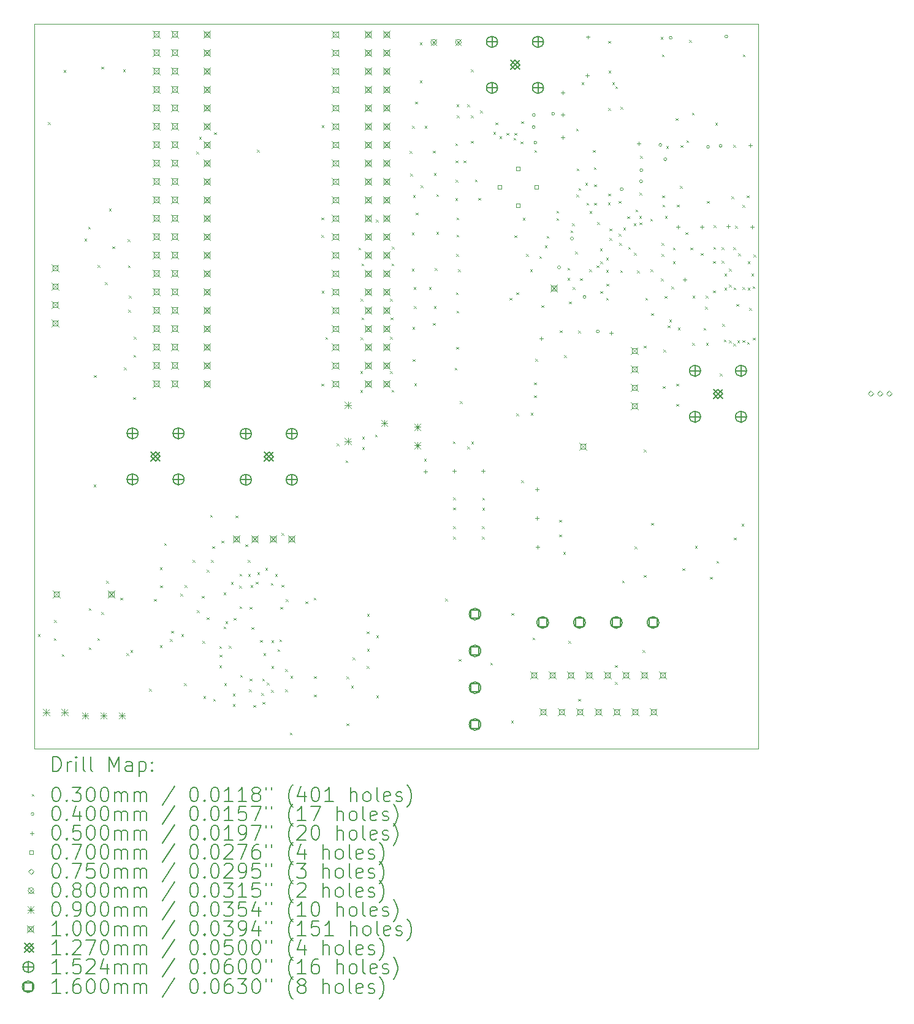
<source format=gbr>
%TF.GenerationSoftware,KiCad,Pcbnew,8.0.4+dfsg-1*%
%TF.CreationDate,2025-02-20T19:37:02-08:00*%
%TF.ProjectId,Audio_in_usd_sound_rp_pico,41756469-6f5f-4696-9e5f-7573645f736f,v0.3.0*%
%TF.SameCoordinates,Original*%
%TF.FileFunction,Drillmap*%
%TF.FilePolarity,Positive*%
%FSLAX45Y45*%
G04 Gerber Fmt 4.5, Leading zero omitted, Abs format (unit mm)*
G04 Created by KiCad (PCBNEW 8.0.4+dfsg-1) date 2025-02-20 19:37:02*
%MOMM*%
%LPD*%
G01*
G04 APERTURE LIST*
%ADD10C,0.050000*%
%ADD11C,0.200000*%
%ADD12C,0.100000*%
%ADD13C,0.127000*%
%ADD14C,0.152400*%
%ADD15C,0.160000*%
G04 APERTURE END LIST*
D10*
X8775000Y-4759500D02*
X18775000Y-4759500D01*
X18775000Y-14759500D01*
X8775000Y-14759500D01*
X8775000Y-4759500D01*
D11*
D12*
X8828000Y-13183500D02*
X8858000Y-13213500D01*
X8858000Y-13183500D02*
X8828000Y-13213500D01*
X8967000Y-6114500D02*
X8997000Y-6144500D01*
X8997000Y-6114500D02*
X8967000Y-6144500D01*
X9046000Y-13235500D02*
X9076000Y-13265500D01*
X9076000Y-13235500D02*
X9046000Y-13265500D01*
X9053000Y-12988500D02*
X9083000Y-13018500D01*
X9083000Y-12988500D02*
X9053000Y-13018500D01*
X9156000Y-13457500D02*
X9186000Y-13487500D01*
X9186000Y-13457500D02*
X9156000Y-13487500D01*
X9183000Y-5393500D02*
X9213000Y-5423500D01*
X9213000Y-5393500D02*
X9183000Y-5423500D01*
X9469000Y-7720500D02*
X9499000Y-7750500D01*
X9499000Y-7720500D02*
X9469000Y-7750500D01*
X9519000Y-7556500D02*
X9549000Y-7586500D01*
X9549000Y-7556500D02*
X9519000Y-7586500D01*
X9529000Y-13362500D02*
X9559000Y-13392500D01*
X9559000Y-13362500D02*
X9529000Y-13392500D01*
X9530000Y-12820500D02*
X9560000Y-12850500D01*
X9560000Y-12820500D02*
X9530000Y-12850500D01*
X9597000Y-11117500D02*
X9627000Y-11147500D01*
X9627000Y-11117500D02*
X9597000Y-11147500D01*
X9600000Y-9604500D02*
X9630000Y-9634500D01*
X9630000Y-9604500D02*
X9600000Y-9634500D01*
X9648000Y-13235500D02*
X9678000Y-13265500D01*
X9678000Y-13235500D02*
X9648000Y-13265500D01*
X9650000Y-8086500D02*
X9680000Y-8116500D01*
X9680000Y-8086500D02*
X9650000Y-8116500D01*
X9702000Y-12878500D02*
X9732000Y-12908500D01*
X9732000Y-12878500D02*
X9702000Y-12908500D01*
X9705000Y-5344500D02*
X9735000Y-5374500D01*
X9735000Y-5344500D02*
X9705000Y-5374500D01*
X9755000Y-8322500D02*
X9785000Y-8352500D01*
X9785000Y-8322500D02*
X9755000Y-8352500D01*
X9769000Y-12444500D02*
X9799000Y-12474500D01*
X9799000Y-12444500D02*
X9769000Y-12474500D01*
X9808000Y-7307500D02*
X9838000Y-7337500D01*
X9838000Y-7307500D02*
X9808000Y-7337500D01*
X9857000Y-7825500D02*
X9887000Y-7855500D01*
X9887000Y-7825500D02*
X9857000Y-7855500D01*
X9963000Y-12677500D02*
X9993000Y-12707500D01*
X9993000Y-12677500D02*
X9963000Y-12707500D01*
X10004000Y-5382500D02*
X10034000Y-5412500D01*
X10034000Y-5382500D02*
X10004000Y-5412500D01*
X10018000Y-9497500D02*
X10048000Y-9527500D01*
X10048000Y-9497500D02*
X10018000Y-9527500D01*
X10051000Y-13442500D02*
X10081000Y-13472500D01*
X10081000Y-13442500D02*
X10051000Y-13472500D01*
X10068000Y-7728500D02*
X10098000Y-7758500D01*
X10098000Y-7728500D02*
X10068000Y-7758500D01*
X10073000Y-8090500D02*
X10103000Y-8120500D01*
X10103000Y-8090500D02*
X10073000Y-8120500D01*
X10074000Y-8701500D02*
X10104000Y-8731500D01*
X10104000Y-8701500D02*
X10074000Y-8731500D01*
X10082000Y-8509500D02*
X10112000Y-8539500D01*
X10112000Y-8509500D02*
X10082000Y-8539500D01*
X10105151Y-13402202D02*
X10135151Y-13432202D01*
X10135151Y-13402202D02*
X10105151Y-13432202D01*
X10142000Y-9909500D02*
X10172000Y-9939500D01*
X10172000Y-9909500D02*
X10142000Y-9939500D01*
X10146000Y-9325500D02*
X10176000Y-9355500D01*
X10176000Y-9325500D02*
X10146000Y-9355500D01*
X10153000Y-9074500D02*
X10183000Y-9104500D01*
X10183000Y-9074500D02*
X10153000Y-9104500D01*
X10364000Y-13933500D02*
X10394000Y-13963500D01*
X10394000Y-13933500D02*
X10364000Y-13963500D01*
X10433000Y-12693500D02*
X10463000Y-12723500D01*
X10463000Y-12693500D02*
X10433000Y-12723500D01*
X10511000Y-12259500D02*
X10541000Y-12289500D01*
X10541000Y-12259500D02*
X10511000Y-12289500D01*
X10511750Y-13336250D02*
X10541750Y-13366250D01*
X10541750Y-13336250D02*
X10511750Y-13366250D01*
X10515700Y-12508200D02*
X10545700Y-12538200D01*
X10545700Y-12508200D02*
X10515700Y-12538200D01*
X10572000Y-11926500D02*
X10602000Y-11956500D01*
X10602000Y-11926500D02*
X10572000Y-11956500D01*
X10652400Y-13251500D02*
X10682400Y-13281500D01*
X10682400Y-13251500D02*
X10652400Y-13281500D01*
X10666000Y-13135500D02*
X10696000Y-13165500D01*
X10696000Y-13135500D02*
X10666000Y-13165500D01*
X10796000Y-12622500D02*
X10826000Y-12652500D01*
X10826000Y-12622500D02*
X10796000Y-12652500D01*
X10809000Y-13183500D02*
X10839000Y-13213500D01*
X10839000Y-13183500D02*
X10809000Y-13213500D01*
X10848000Y-13859500D02*
X10878000Y-13889500D01*
X10878000Y-13859500D02*
X10848000Y-13889500D01*
X10852000Y-12504500D02*
X10882000Y-12534500D01*
X10882000Y-12504500D02*
X10852000Y-12534500D01*
X10966500Y-12158000D02*
X10996500Y-12188000D01*
X10996500Y-12158000D02*
X10966500Y-12188000D01*
X11013000Y-6516500D02*
X11043000Y-6546500D01*
X11043000Y-6516500D02*
X11013000Y-6546500D01*
X11025000Y-12851500D02*
X11055000Y-12881500D01*
X11055000Y-12851500D02*
X11025000Y-12881500D01*
X11025000Y-12851500D02*
X11055000Y-12881500D01*
X11055000Y-12851500D02*
X11025000Y-12881500D01*
X11025000Y-12851500D02*
X11055000Y-12881500D01*
X11055000Y-12851500D02*
X11025000Y-12881500D01*
X11054000Y-6316500D02*
X11084000Y-6346500D01*
X11084000Y-6316500D02*
X11054000Y-6346500D01*
X11093500Y-12653000D02*
X11123500Y-12683000D01*
X11123500Y-12653000D02*
X11093500Y-12683000D01*
X11100000Y-13276500D02*
X11130000Y-13306500D01*
X11130000Y-13276500D02*
X11100000Y-13306500D01*
X11112000Y-14038500D02*
X11142000Y-14068500D01*
X11142000Y-14038500D02*
X11112000Y-14068500D01*
X11157000Y-12949500D02*
X11187000Y-12979500D01*
X11187000Y-12949500D02*
X11157000Y-12979500D01*
X11160722Y-12291003D02*
X11190722Y-12321003D01*
X11190722Y-12291003D02*
X11160722Y-12321003D01*
X11204000Y-11536500D02*
X11234000Y-11566500D01*
X11234000Y-11536500D02*
X11204000Y-11566500D01*
X11220500Y-12158000D02*
X11250500Y-12188000D01*
X11250500Y-12158000D02*
X11220500Y-12188000D01*
X11233000Y-11968700D02*
X11263000Y-11998700D01*
X11263000Y-11968700D02*
X11233000Y-11998700D01*
X11247000Y-14074500D02*
X11277000Y-14104500D01*
X11277000Y-14074500D02*
X11247000Y-14104500D01*
X11262000Y-6253500D02*
X11292000Y-6283500D01*
X11292000Y-6253500D02*
X11262000Y-6283500D01*
X11333000Y-13347500D02*
X11363000Y-13377500D01*
X11363000Y-13347500D02*
X11333000Y-13377500D01*
X11334000Y-13612500D02*
X11364000Y-13642500D01*
X11364000Y-13612500D02*
X11334000Y-13642500D01*
X11334600Y-13467300D02*
X11364600Y-13497300D01*
X11364600Y-13467300D02*
X11334600Y-13497300D01*
X11360000Y-11892500D02*
X11390000Y-11922500D01*
X11390000Y-11892500D02*
X11360000Y-11922500D01*
X11390500Y-12604488D02*
X11420500Y-12634488D01*
X11420500Y-12604488D02*
X11390500Y-12634488D01*
X11390500Y-13074500D02*
X11420500Y-13104500D01*
X11420500Y-13074500D02*
X11390500Y-13104500D01*
X11400000Y-13861500D02*
X11430000Y-13891500D01*
X11430000Y-13861500D02*
X11400000Y-13891500D01*
X11415500Y-13002611D02*
X11445500Y-13032611D01*
X11445500Y-13002611D02*
X11415500Y-13032611D01*
X11464000Y-13342500D02*
X11494000Y-13372500D01*
X11494000Y-13342500D02*
X11464000Y-13372500D01*
X11493000Y-12464500D02*
X11523000Y-12494500D01*
X11523000Y-12464500D02*
X11493000Y-12494500D01*
X11517000Y-14002500D02*
X11547000Y-14032500D01*
X11547000Y-14002500D02*
X11517000Y-14032500D01*
X11517000Y-14145500D02*
X11547000Y-14175500D01*
X11547000Y-14145500D02*
X11517000Y-14175500D01*
X11532000Y-12957500D02*
X11562000Y-12987500D01*
X11562000Y-12957500D02*
X11532000Y-12987500D01*
X11555000Y-11542500D02*
X11585000Y-11572500D01*
X11585000Y-11542500D02*
X11555000Y-11572500D01*
X11606000Y-12513500D02*
X11636000Y-12543500D01*
X11636000Y-12513500D02*
X11606000Y-12543500D01*
X11611000Y-12348500D02*
X11641000Y-12378500D01*
X11641000Y-12348500D02*
X11611000Y-12378500D01*
X11612000Y-12795500D02*
X11642000Y-12825500D01*
X11642000Y-12795500D02*
X11612000Y-12825500D01*
X11620000Y-13744500D02*
X11650000Y-13774500D01*
X11650000Y-13744500D02*
X11620000Y-13774500D01*
X11690200Y-11943300D02*
X11720200Y-11973300D01*
X11720200Y-11943300D02*
X11690200Y-11973300D01*
X11728500Y-12158000D02*
X11758500Y-12188000D01*
X11758500Y-12158000D02*
X11728500Y-12188000D01*
X11730000Y-12354500D02*
X11760000Y-12384500D01*
X11760000Y-12354500D02*
X11730000Y-12384500D01*
X11745436Y-13946000D02*
X11775436Y-13976000D01*
X11775436Y-13946000D02*
X11745436Y-13976000D01*
X11753000Y-12803500D02*
X11783000Y-12833500D01*
X11783000Y-12803500D02*
X11753000Y-12833500D01*
X11753000Y-13797500D02*
X11783000Y-13827500D01*
X11783000Y-13797500D02*
X11753000Y-13827500D01*
X11765500Y-12505000D02*
X11795500Y-12535000D01*
X11795500Y-12505000D02*
X11765500Y-12535000D01*
X11777000Y-13086500D02*
X11807000Y-13116500D01*
X11807000Y-13086500D02*
X11777000Y-13116500D01*
X11802000Y-14158500D02*
X11832000Y-14188500D01*
X11832000Y-14158500D02*
X11802000Y-14188500D01*
X11836250Y-12456500D02*
X11866250Y-12486500D01*
X11866250Y-12456500D02*
X11836250Y-12486500D01*
X11853000Y-6494500D02*
X11883000Y-6524500D01*
X11883000Y-6494500D02*
X11853000Y-6524500D01*
X11858315Y-12328867D02*
X11888315Y-12358867D01*
X11888315Y-12328867D02*
X11858315Y-12358867D01*
X11893750Y-13263750D02*
X11923750Y-13293750D01*
X11923750Y-13263750D02*
X11893750Y-13293750D01*
X11913000Y-13996500D02*
X11943000Y-14026500D01*
X11943000Y-13996500D02*
X11913000Y-14026500D01*
X11926000Y-13797500D02*
X11956000Y-13827500D01*
X11956000Y-13797500D02*
X11926000Y-13827500D01*
X11929000Y-14117500D02*
X11959000Y-14147500D01*
X11959000Y-14117500D02*
X11929000Y-14147500D01*
X11941000Y-13446500D02*
X11971000Y-13476500D01*
X11971000Y-13446500D02*
X11941000Y-13476500D01*
X11968500Y-12267089D02*
X11998500Y-12297089D01*
X11998500Y-12267089D02*
X11968500Y-12297089D01*
X11990991Y-13849408D02*
X12020991Y-13879408D01*
X12020991Y-13849408D02*
X11990991Y-13879408D01*
X12043500Y-12476000D02*
X12073500Y-12506000D01*
X12073500Y-12476000D02*
X12043500Y-12506000D01*
X12047568Y-13953249D02*
X12077568Y-13983249D01*
X12077568Y-13953249D02*
X12047568Y-13983249D01*
X12051000Y-13266500D02*
X12081000Y-13296500D01*
X12081000Y-13266500D02*
X12051000Y-13296500D01*
X12052000Y-13620500D02*
X12082000Y-13650500D01*
X12082000Y-13620500D02*
X12052000Y-13650500D01*
X12105000Y-12352500D02*
X12135000Y-12382500D01*
X12135000Y-12352500D02*
X12105000Y-12382500D01*
X12137000Y-13391100D02*
X12167000Y-13421100D01*
X12167000Y-13391100D02*
X12137000Y-13421100D01*
X12164000Y-13254500D02*
X12194000Y-13284500D01*
X12194000Y-13254500D02*
X12164000Y-13284500D01*
X12172800Y-12806900D02*
X12202800Y-12836900D01*
X12202800Y-12806900D02*
X12172800Y-12836900D01*
X12190000Y-11785500D02*
X12220000Y-11815500D01*
X12220000Y-11785500D02*
X12190000Y-11815500D01*
X12190000Y-12501500D02*
X12220000Y-12531500D01*
X12220000Y-12501500D02*
X12190000Y-12531500D01*
X12241000Y-13945500D02*
X12271000Y-13975500D01*
X12271000Y-13945500D02*
X12241000Y-13975500D01*
X12241841Y-13665659D02*
X12271841Y-13695659D01*
X12271841Y-13665659D02*
X12241841Y-13695659D01*
X12251000Y-12697500D02*
X12281000Y-12727500D01*
X12281000Y-12697500D02*
X12251000Y-12727500D01*
X12308000Y-14539500D02*
X12338000Y-14569500D01*
X12338000Y-14539500D02*
X12308000Y-14569500D01*
X12314000Y-13757500D02*
X12344000Y-13787500D01*
X12344000Y-13757500D02*
X12314000Y-13787500D01*
X12520000Y-12727500D02*
X12550000Y-12757500D01*
X12550000Y-12727500D02*
X12520000Y-12757500D01*
X12637000Y-12676500D02*
X12667000Y-12706500D01*
X12667000Y-12676500D02*
X12637000Y-12706500D01*
X12640000Y-13761500D02*
X12670000Y-13791500D01*
X12670000Y-13761500D02*
X12640000Y-13791500D01*
X12641000Y-14015500D02*
X12671000Y-14045500D01*
X12671000Y-14015500D02*
X12641000Y-14045500D01*
X12741000Y-9722500D02*
X12771000Y-9752500D01*
X12771000Y-9722500D02*
X12741000Y-9752500D01*
X12742000Y-7430500D02*
X12772000Y-7460500D01*
X12772000Y-7430500D02*
X12742000Y-7460500D01*
X12742000Y-7668500D02*
X12772000Y-7698500D01*
X12772000Y-7668500D02*
X12742000Y-7698500D01*
X12745000Y-8442500D02*
X12775000Y-8472500D01*
X12775000Y-8442500D02*
X12745000Y-8472500D01*
X12748000Y-6153500D02*
X12778000Y-6183500D01*
X12778000Y-6153500D02*
X12748000Y-6183500D01*
X12797000Y-9078500D02*
X12827000Y-9108500D01*
X12827000Y-9078500D02*
X12797000Y-9108500D01*
X12952000Y-10549500D02*
X12982000Y-10579500D01*
X12982000Y-10549500D02*
X12952000Y-10579500D01*
X13078000Y-10783500D02*
X13108000Y-10813500D01*
X13108000Y-10783500D02*
X13078000Y-10813500D01*
X13091000Y-13766500D02*
X13121000Y-13796500D01*
X13121000Y-13766500D02*
X13091000Y-13796500D01*
X13091000Y-14412500D02*
X13121000Y-14442500D01*
X13121000Y-14412500D02*
X13091000Y-14442500D01*
X13153000Y-13893500D02*
X13183000Y-13923500D01*
X13183000Y-13893500D02*
X13153000Y-13923500D01*
X13174000Y-13504500D02*
X13204000Y-13534500D01*
X13204000Y-13504500D02*
X13174000Y-13534500D01*
X13255000Y-7843500D02*
X13285000Y-7873500D01*
X13285000Y-7843500D02*
X13255000Y-7873500D01*
X13279000Y-9811500D02*
X13309000Y-9841500D01*
X13309000Y-9811500D02*
X13279000Y-9841500D01*
X13280000Y-9549500D02*
X13310000Y-9579500D01*
X13310000Y-9549500D02*
X13280000Y-9579500D01*
X13284000Y-9084500D02*
X13314000Y-9114500D01*
X13314000Y-9084500D02*
X13284000Y-9114500D01*
X13285000Y-8552500D02*
X13315000Y-8582500D01*
X13315000Y-8552500D02*
X13285000Y-8582500D01*
X13295000Y-8065500D02*
X13325000Y-8095500D01*
X13325000Y-8065500D02*
X13295000Y-8095500D01*
X13295000Y-8808500D02*
X13325000Y-8838500D01*
X13325000Y-8808500D02*
X13295000Y-8838500D01*
X13306000Y-10600500D02*
X13336000Y-10630500D01*
X13336000Y-10600500D02*
X13306000Y-10630500D01*
X13307000Y-10456500D02*
X13337000Y-10486500D01*
X13337000Y-10456500D02*
X13307000Y-10486500D01*
X13371000Y-13142500D02*
X13401000Y-13172500D01*
X13401000Y-13142500D02*
X13371000Y-13172500D01*
X13371000Y-13622500D02*
X13401000Y-13652500D01*
X13401000Y-13622500D02*
X13371000Y-13652500D01*
X13372000Y-12904500D02*
X13402000Y-12934500D01*
X13402000Y-12904500D02*
X13372000Y-12934500D01*
X13375000Y-13384500D02*
X13405000Y-13414500D01*
X13405000Y-13384500D02*
X13375000Y-13414500D01*
X13482000Y-10424500D02*
X13512000Y-10454500D01*
X13512000Y-10424500D02*
X13482000Y-10454500D01*
X13496000Y-7456500D02*
X13526000Y-7486500D01*
X13526000Y-7456500D02*
X13496000Y-7486500D01*
X13499000Y-13198500D02*
X13529000Y-13228500D01*
X13529000Y-13198500D02*
X13499000Y-13228500D01*
X13500000Y-14030500D02*
X13530000Y-14060500D01*
X13530000Y-14030500D02*
X13500000Y-14060500D01*
X13692000Y-8551500D02*
X13722000Y-8581500D01*
X13722000Y-8551500D02*
X13692000Y-8581500D01*
X13692000Y-9073500D02*
X13722000Y-9103500D01*
X13722000Y-9073500D02*
X13692000Y-9103500D01*
X13692000Y-9551500D02*
X13722000Y-9581500D01*
X13722000Y-9551500D02*
X13692000Y-9581500D01*
X13698000Y-8809500D02*
X13728000Y-8839500D01*
X13728000Y-8809500D02*
X13698000Y-8839500D01*
X13712000Y-8065500D02*
X13742000Y-8095500D01*
X13742000Y-8065500D02*
X13712000Y-8095500D01*
X13713000Y-9808500D02*
X13743000Y-9838500D01*
X13743000Y-9808500D02*
X13713000Y-9838500D01*
X13715000Y-7830500D02*
X13745000Y-7860500D01*
X13745000Y-7830500D02*
X13715000Y-7860500D01*
X13963000Y-6510500D02*
X13993000Y-6540500D01*
X13993000Y-6510500D02*
X13963000Y-6540500D01*
X13969000Y-6824500D02*
X13999000Y-6854500D01*
X13999000Y-6824500D02*
X13969000Y-6854500D01*
X13991000Y-8134500D02*
X14021000Y-8164500D01*
X14021000Y-8134500D02*
X13991000Y-8164500D01*
X13993000Y-7635500D02*
X14023000Y-7665500D01*
X14023000Y-7635500D02*
X13993000Y-7665500D01*
X13996000Y-6164500D02*
X14026000Y-6194500D01*
X14026000Y-6164500D02*
X13996000Y-6194500D01*
X13998000Y-8940500D02*
X14028000Y-8970500D01*
X14028000Y-8940500D02*
X13998000Y-8970500D01*
X14002000Y-9384500D02*
X14032000Y-9414500D01*
X14032000Y-9384500D02*
X14002000Y-9414500D01*
X14007000Y-7121500D02*
X14037000Y-7151500D01*
X14037000Y-7121500D02*
X14007000Y-7151500D01*
X14018000Y-8391500D02*
X14048000Y-8421500D01*
X14048000Y-8391500D02*
X14018000Y-8421500D01*
X14023000Y-8650500D02*
X14053000Y-8680500D01*
X14053000Y-8650500D02*
X14023000Y-8680500D01*
X14026000Y-9718500D02*
X14056000Y-9748500D01*
X14056000Y-9718500D02*
X14026000Y-9748500D01*
X14040000Y-5828500D02*
X14070000Y-5858500D01*
X14070000Y-5828500D02*
X14040000Y-5858500D01*
X14045000Y-7361500D02*
X14075000Y-7391500D01*
X14075000Y-7361500D02*
X14045000Y-7391500D01*
X14101000Y-5011500D02*
X14131000Y-5041500D01*
X14131000Y-5011500D02*
X14101000Y-5041500D01*
X14102000Y-5538500D02*
X14132000Y-5568500D01*
X14132000Y-5538500D02*
X14102000Y-5568500D01*
X14115000Y-6984500D02*
X14145000Y-7014500D01*
X14145000Y-6984500D02*
X14115000Y-7014500D01*
X14161000Y-10758500D02*
X14191000Y-10788500D01*
X14191000Y-10758500D02*
X14161000Y-10788500D01*
X14168000Y-6164500D02*
X14198000Y-6194500D01*
X14198000Y-6164500D02*
X14168000Y-6194500D01*
X14230000Y-8391500D02*
X14260000Y-8421500D01*
X14260000Y-8391500D02*
X14230000Y-8421500D01*
X14283000Y-6504500D02*
X14313000Y-6534500D01*
X14313000Y-6504500D02*
X14283000Y-6534500D01*
X14285000Y-8883500D02*
X14315000Y-8913500D01*
X14315000Y-8883500D02*
X14285000Y-8913500D01*
X14295000Y-6813500D02*
X14325000Y-6843500D01*
X14325000Y-6813500D02*
X14295000Y-6843500D01*
X14296000Y-8652500D02*
X14326000Y-8682500D01*
X14326000Y-8652500D02*
X14296000Y-8682500D01*
X14307000Y-8127500D02*
X14337000Y-8157500D01*
X14337000Y-8127500D02*
X14307000Y-8157500D01*
X14329000Y-7107500D02*
X14359000Y-7137500D01*
X14359000Y-7107500D02*
X14329000Y-7137500D01*
X14329000Y-7629500D02*
X14359000Y-7659500D01*
X14359000Y-7629500D02*
X14329000Y-7659500D01*
X14452000Y-12692500D02*
X14482000Y-12722500D01*
X14482000Y-12692500D02*
X14452000Y-12722500D01*
X14559000Y-10520500D02*
X14589000Y-10550500D01*
X14589000Y-10520500D02*
X14559000Y-10550500D01*
X14562250Y-11294000D02*
X14592250Y-11324000D01*
X14592250Y-11294000D02*
X14562250Y-11324000D01*
X14562250Y-11434000D02*
X14592250Y-11464000D01*
X14592250Y-11434000D02*
X14562250Y-11464000D01*
X14562250Y-11694000D02*
X14592250Y-11724000D01*
X14592250Y-11694000D02*
X14562250Y-11724000D01*
X14562250Y-11834000D02*
X14592250Y-11864000D01*
X14592250Y-11834000D02*
X14562250Y-11864000D01*
X14585000Y-9502500D02*
X14615000Y-9532500D01*
X14615000Y-9502500D02*
X14585000Y-9532500D01*
X14592000Y-7161500D02*
X14622000Y-7191500D01*
X14622000Y-7161500D02*
X14592000Y-7191500D01*
X14593000Y-6403500D02*
X14623000Y-6433500D01*
X14623000Y-6403500D02*
X14593000Y-6433500D01*
X14597000Y-6906500D02*
X14627000Y-6936500D01*
X14627000Y-6906500D02*
X14597000Y-6936500D01*
X14598000Y-6641500D02*
X14628000Y-6671500D01*
X14628000Y-6641500D02*
X14598000Y-6671500D01*
X14599000Y-8463500D02*
X14629000Y-8493500D01*
X14629000Y-8463500D02*
X14599000Y-8493500D01*
X14603000Y-9215500D02*
X14633000Y-9245500D01*
X14633000Y-9215500D02*
X14603000Y-9245500D01*
X14607000Y-7933500D02*
X14637000Y-7963500D01*
X14637000Y-7933500D02*
X14607000Y-7963500D01*
X14608000Y-7667500D02*
X14638000Y-7697500D01*
X14638000Y-7667500D02*
X14608000Y-7697500D01*
X14608000Y-8714500D02*
X14638000Y-8744500D01*
X14638000Y-8714500D02*
X14608000Y-8744500D01*
X14609000Y-5865500D02*
X14639000Y-5895500D01*
X14639000Y-5865500D02*
X14609000Y-5895500D01*
X14611000Y-7427500D02*
X14641000Y-7457500D01*
X14641000Y-7427500D02*
X14611000Y-7457500D01*
X14612000Y-6020500D02*
X14642000Y-6050500D01*
X14642000Y-6020500D02*
X14612000Y-6050500D01*
X14630000Y-8142500D02*
X14660000Y-8172500D01*
X14660000Y-8142500D02*
X14630000Y-8172500D01*
X14638000Y-13525500D02*
X14668000Y-13555500D01*
X14668000Y-13525500D02*
X14638000Y-13555500D01*
X14655000Y-9966500D02*
X14685000Y-9996500D01*
X14685000Y-9966500D02*
X14655000Y-9996500D01*
X14705000Y-6641500D02*
X14735000Y-6671500D01*
X14735000Y-6641500D02*
X14705000Y-6671500D01*
X14756000Y-10590500D02*
X14786000Y-10620500D01*
X14786000Y-10590500D02*
X14756000Y-10620500D01*
X14757000Y-5867500D02*
X14787000Y-5897500D01*
X14787000Y-5867500D02*
X14757000Y-5897500D01*
X14806000Y-5383500D02*
X14836000Y-5413500D01*
X14836000Y-5383500D02*
X14806000Y-5413500D01*
X14807000Y-6020500D02*
X14837000Y-6050500D01*
X14837000Y-6020500D02*
X14807000Y-6050500D01*
X14809000Y-6371500D02*
X14839000Y-6401500D01*
X14839000Y-6371500D02*
X14809000Y-6401500D01*
X14814000Y-10522500D02*
X14844000Y-10552500D01*
X14844000Y-10522500D02*
X14814000Y-10552500D01*
X14862000Y-6904500D02*
X14892000Y-6934500D01*
X14892000Y-6904500D02*
X14862000Y-6934500D01*
X14912000Y-7157500D02*
X14942000Y-7187500D01*
X14942000Y-7157500D02*
X14912000Y-7187500D01*
X14935000Y-5952500D02*
X14965000Y-5982500D01*
X14965000Y-5952500D02*
X14935000Y-5982500D01*
X14962250Y-11694000D02*
X14992250Y-11724000D01*
X14992250Y-11694000D02*
X14962250Y-11724000D01*
X14962250Y-11834000D02*
X14992250Y-11864000D01*
X14992250Y-11834000D02*
X14962250Y-11864000D01*
X14964750Y-11296500D02*
X14994750Y-11326500D01*
X14994750Y-11296500D02*
X14964750Y-11326500D01*
X14964750Y-11436500D02*
X14994750Y-11466500D01*
X14994750Y-11436500D02*
X14964750Y-11466500D01*
X15076000Y-13577500D02*
X15106000Y-13607500D01*
X15106000Y-13577500D02*
X15076000Y-13607500D01*
X15117000Y-6248500D02*
X15147000Y-6278500D01*
X15147000Y-6248500D02*
X15117000Y-6278500D01*
X15147000Y-6115500D02*
X15177000Y-6145500D01*
X15177000Y-6115500D02*
X15147000Y-6145500D01*
X15200500Y-6308000D02*
X15230500Y-6338000D01*
X15230500Y-6308000D02*
X15200500Y-6338000D01*
X15299000Y-6260500D02*
X15329000Y-6290500D01*
X15329000Y-6260500D02*
X15299000Y-6290500D01*
X15340000Y-8538500D02*
X15370000Y-8568500D01*
X15370000Y-8538500D02*
X15340000Y-8568500D01*
X15363000Y-14375500D02*
X15393000Y-14405500D01*
X15393000Y-14375500D02*
X15363000Y-14405500D01*
X15366000Y-12888500D02*
X15396000Y-12918500D01*
X15396000Y-12888500D02*
X15366000Y-12918500D01*
X15396000Y-6327500D02*
X15426000Y-6357500D01*
X15426000Y-6327500D02*
X15396000Y-6357500D01*
X15408000Y-7675500D02*
X15438000Y-7705500D01*
X15438000Y-7675500D02*
X15408000Y-7705500D01*
X15410000Y-6260500D02*
X15440000Y-6290500D01*
X15440000Y-6260500D02*
X15410000Y-6290500D01*
X15436000Y-8463500D02*
X15466000Y-8493500D01*
X15466000Y-8463500D02*
X15436000Y-8493500D01*
X15437000Y-10134500D02*
X15467000Y-10164500D01*
X15467000Y-10134500D02*
X15437000Y-10164500D01*
X15494000Y-6378500D02*
X15524000Y-6408500D01*
X15524000Y-6378500D02*
X15494000Y-6408500D01*
X15503000Y-6100500D02*
X15533000Y-6130500D01*
X15533000Y-6100500D02*
X15503000Y-6130500D01*
X15504000Y-11055500D02*
X15534000Y-11085500D01*
X15534000Y-11055500D02*
X15504000Y-11085500D01*
X15524000Y-7431500D02*
X15554000Y-7461500D01*
X15554000Y-7431500D02*
X15524000Y-7461500D01*
X15568000Y-7931500D02*
X15598000Y-7961500D01*
X15598000Y-7931500D02*
X15568000Y-7961500D01*
X15625000Y-8145500D02*
X15655000Y-8175500D01*
X15655000Y-8145500D02*
X15625000Y-8175500D01*
X15633000Y-10127500D02*
X15663000Y-10157500D01*
X15663000Y-10127500D02*
X15633000Y-10157500D01*
X15661000Y-13230500D02*
X15691000Y-13260500D01*
X15691000Y-13230500D02*
X15661000Y-13260500D01*
X15678000Y-9708100D02*
X15708000Y-9738100D01*
X15708000Y-9708100D02*
X15678000Y-9738100D01*
X15678000Y-9885900D02*
X15708000Y-9915900D01*
X15708000Y-9885900D02*
X15678000Y-9915900D01*
X15683000Y-6496500D02*
X15713000Y-6526500D01*
X15713000Y-6496500D02*
X15683000Y-6526500D01*
X15695000Y-9382500D02*
X15725000Y-9412500D01*
X15725000Y-9382500D02*
X15695000Y-9412500D01*
X15753000Y-7962500D02*
X15783000Y-7992500D01*
X15783000Y-7962500D02*
X15753000Y-7992500D01*
X15779600Y-8641300D02*
X15809600Y-8671300D01*
X15809600Y-8641300D02*
X15779600Y-8671300D01*
X15829000Y-7814500D02*
X15859000Y-7844500D01*
X15859000Y-7814500D02*
X15829000Y-7844500D01*
X15853000Y-7684500D02*
X15883000Y-7714500D01*
X15883000Y-7684500D02*
X15853000Y-7714500D01*
X15989000Y-7335500D02*
X16019000Y-7365500D01*
X16019000Y-7335500D02*
X15989000Y-7365500D01*
X15991000Y-7438500D02*
X16021000Y-7468500D01*
X16021000Y-7438500D02*
X15991000Y-7468500D01*
X16027000Y-11806500D02*
X16057000Y-11836500D01*
X16057000Y-11806500D02*
X16027000Y-11836500D01*
X16029000Y-11602500D02*
X16059000Y-11632500D01*
X16059000Y-11602500D02*
X16029000Y-11632500D01*
X16037500Y-8985400D02*
X16067500Y-9015400D01*
X16067500Y-8985400D02*
X16037500Y-9015400D01*
X16083000Y-12046500D02*
X16113000Y-12076500D01*
X16113000Y-12046500D02*
X16083000Y-12076500D01*
X16095000Y-9328500D02*
X16125000Y-9358500D01*
X16125000Y-9328500D02*
X16095000Y-9358500D01*
X16141000Y-8262500D02*
X16171000Y-8292500D01*
X16171000Y-8262500D02*
X16141000Y-8292500D01*
X16142000Y-8122500D02*
X16172000Y-8152500D01*
X16172000Y-8122500D02*
X16142000Y-8152500D01*
X16153000Y-13276500D02*
X16183000Y-13306500D01*
X16183000Y-13276500D02*
X16153000Y-13306500D01*
X16160600Y-8590500D02*
X16190600Y-8620500D01*
X16190600Y-8590500D02*
X16160600Y-8620500D01*
X16183000Y-7608500D02*
X16213000Y-7638500D01*
X16213000Y-7608500D02*
X16183000Y-7638500D01*
X16203000Y-7508500D02*
X16233000Y-7538500D01*
X16233000Y-7508500D02*
X16203000Y-7538500D01*
X16211400Y-8389500D02*
X16241400Y-8419500D01*
X16241400Y-8389500D02*
X16211400Y-8419500D01*
X16247500Y-7899500D02*
X16277500Y-7929500D01*
X16277500Y-7899500D02*
X16247500Y-7929500D01*
X16261000Y-6200500D02*
X16291000Y-6230500D01*
X16291000Y-6200500D02*
X16261000Y-6230500D01*
X16263000Y-7111500D02*
X16293000Y-7141500D01*
X16293000Y-7111500D02*
X16263000Y-7141500D01*
X16267000Y-6753500D02*
X16297000Y-6783500D01*
X16297000Y-6753500D02*
X16267000Y-6783500D01*
X16288000Y-8991900D02*
X16318000Y-9021900D01*
X16318000Y-8991900D02*
X16288000Y-9021900D01*
X16291000Y-14076500D02*
X16321000Y-14106500D01*
X16321000Y-14076500D02*
X16291000Y-14106500D01*
X16295000Y-7022500D02*
X16325000Y-7052500D01*
X16325000Y-7022500D02*
X16295000Y-7052500D01*
X16316000Y-8268500D02*
X16346000Y-8298500D01*
X16346000Y-8268500D02*
X16316000Y-8298500D01*
X16335000Y-5561000D02*
X16365000Y-5591000D01*
X16365000Y-5561000D02*
X16335000Y-5591000D01*
X16388377Y-6949123D02*
X16418377Y-6979123D01*
X16418377Y-6949123D02*
X16388377Y-6979123D01*
X16403000Y-7227500D02*
X16433000Y-7257500D01*
X16433000Y-7227500D02*
X16403000Y-7257500D01*
X16440000Y-8145500D02*
X16470000Y-8175500D01*
X16470000Y-8145500D02*
X16440000Y-8175500D01*
X16445821Y-7337852D02*
X16475821Y-7367852D01*
X16475821Y-7337852D02*
X16445821Y-7367852D01*
X16492000Y-6497500D02*
X16522000Y-6527500D01*
X16522000Y-6497500D02*
X16492000Y-6527500D01*
X16505500Y-6736000D02*
X16535500Y-6766000D01*
X16535500Y-6736000D02*
X16505500Y-6766000D01*
X16509000Y-6973500D02*
X16539000Y-7003500D01*
X16539000Y-6973500D02*
X16509000Y-7003500D01*
X16509000Y-7227500D02*
X16539000Y-7257500D01*
X16539000Y-7227500D02*
X16509000Y-7257500D01*
X16546000Y-8087500D02*
X16576000Y-8117500D01*
X16576000Y-8087500D02*
X16546000Y-8117500D01*
X16554000Y-7492500D02*
X16584000Y-7522500D01*
X16584000Y-7492500D02*
X16554000Y-7522500D01*
X16591000Y-7857500D02*
X16621000Y-7887500D01*
X16621000Y-7857500D02*
X16591000Y-7887500D01*
X16592400Y-8445500D02*
X16622400Y-8475500D01*
X16622400Y-8445500D02*
X16592400Y-8475500D01*
X16595000Y-8033500D02*
X16625000Y-8063500D01*
X16625000Y-8033500D02*
X16595000Y-8063500D01*
X16674500Y-8538000D02*
X16704500Y-8568000D01*
X16704500Y-8538000D02*
X16674500Y-8568000D01*
X16676000Y-7984500D02*
X16706000Y-8014500D01*
X16706000Y-7984500D02*
X16676000Y-8014500D01*
X16676000Y-8152500D02*
X16706000Y-8182500D01*
X16706000Y-8152500D02*
X16676000Y-8182500D01*
X16681500Y-8345000D02*
X16711500Y-8375000D01*
X16711500Y-8345000D02*
X16681500Y-8375000D01*
X16702000Y-7221500D02*
X16732000Y-7251500D01*
X16732000Y-7221500D02*
X16702000Y-7251500D01*
X16704000Y-4992000D02*
X16734000Y-5022000D01*
X16734000Y-4992000D02*
X16704000Y-5022000D01*
X16704000Y-5916500D02*
X16734000Y-5946500D01*
X16734000Y-5916500D02*
X16704000Y-5946500D01*
X16706000Y-7097500D02*
X16736000Y-7127500D01*
X16736000Y-7097500D02*
X16706000Y-7127500D01*
X16708000Y-5399500D02*
X16738000Y-5429500D01*
X16738000Y-5399500D02*
X16708000Y-5429500D01*
X16720000Y-7582000D02*
X16750000Y-7612000D01*
X16750000Y-7582000D02*
X16720000Y-7612000D01*
X16720000Y-7712000D02*
X16750000Y-7742000D01*
X16750000Y-7712000D02*
X16720000Y-7742000D01*
X16761000Y-5562500D02*
X16791000Y-5592500D01*
X16791000Y-5562500D02*
X16761000Y-5592500D01*
X16797000Y-13843500D02*
X16827000Y-13873500D01*
X16827000Y-13843500D02*
X16797000Y-13873500D01*
X16798000Y-13611500D02*
X16828000Y-13641500D01*
X16828000Y-13611500D02*
X16798000Y-13641500D01*
X16801000Y-5618500D02*
X16831000Y-5648500D01*
X16831000Y-5618500D02*
X16801000Y-5648500D01*
X16846800Y-7199900D02*
X16876800Y-7229900D01*
X16876800Y-7199900D02*
X16846800Y-7229900D01*
X16846800Y-7652500D02*
X16876800Y-7682500D01*
X16876800Y-7652500D02*
X16846800Y-7682500D01*
X16858000Y-7778500D02*
X16888000Y-7808500D01*
X16888000Y-7778500D02*
X16858000Y-7808500D01*
X16869000Y-8157500D02*
X16899000Y-8187500D01*
X16899000Y-8157500D02*
X16869000Y-8187500D01*
X16876000Y-5902500D02*
X16906000Y-5932500D01*
X16906000Y-5902500D02*
X16876000Y-5932500D01*
X16895000Y-12441500D02*
X16925000Y-12471500D01*
X16925000Y-12441500D02*
X16895000Y-12471500D01*
X16911000Y-7568500D02*
X16941000Y-7598500D01*
X16941000Y-7568500D02*
X16911000Y-7598500D01*
X16967000Y-7413500D02*
X16997000Y-7443500D01*
X16997000Y-7413500D02*
X16967000Y-7443500D01*
X16980000Y-7833500D02*
X17010000Y-7863500D01*
X17010000Y-7833500D02*
X16980000Y-7863500D01*
X17056000Y-7507500D02*
X17086000Y-7537500D01*
X17086000Y-7507500D02*
X17056000Y-7537500D01*
X17061000Y-7917500D02*
X17091000Y-7947500D01*
X17091000Y-7917500D02*
X17061000Y-7947500D01*
X17071000Y-11972500D02*
X17101000Y-12002500D01*
X17101000Y-11972500D02*
X17071000Y-12002500D01*
X17081000Y-7317500D02*
X17111000Y-7347500D01*
X17111000Y-7317500D02*
X17081000Y-7347500D01*
X17102000Y-8159500D02*
X17132000Y-8189500D01*
X17132000Y-8159500D02*
X17102000Y-8189500D01*
X17132000Y-7408500D02*
X17162000Y-7438500D01*
X17162000Y-7408500D02*
X17132000Y-7438500D01*
X17135000Y-7085500D02*
X17165000Y-7115500D01*
X17165000Y-7085500D02*
X17135000Y-7115500D01*
X17136000Y-7497500D02*
X17166000Y-7527500D01*
X17166000Y-7497500D02*
X17136000Y-7527500D01*
X17147000Y-6576500D02*
X17177000Y-6606500D01*
X17177000Y-6576500D02*
X17147000Y-6606500D01*
X17177000Y-13400500D02*
X17207000Y-13430500D01*
X17207000Y-13400500D02*
X17177000Y-13430500D01*
X17196000Y-12366500D02*
X17226000Y-12396500D01*
X17226000Y-12366500D02*
X17196000Y-12396500D01*
X17197000Y-9200100D02*
X17227000Y-9230100D01*
X17227000Y-9200100D02*
X17197000Y-9230100D01*
X17197000Y-10632500D02*
X17227000Y-10662500D01*
X17227000Y-10632500D02*
X17197000Y-10662500D01*
X17217500Y-8540000D02*
X17247500Y-8570000D01*
X17247500Y-8540000D02*
X17217500Y-8570000D01*
X17286000Y-7447500D02*
X17316000Y-7477500D01*
X17316000Y-7447500D02*
X17286000Y-7477500D01*
X17287000Y-8142500D02*
X17317000Y-8172500D01*
X17317000Y-8142500D02*
X17287000Y-8172500D01*
X17299000Y-8748500D02*
X17329000Y-8778500D01*
X17329000Y-8748500D02*
X17299000Y-8778500D01*
X17299000Y-11643500D02*
X17329000Y-11673500D01*
X17329000Y-11643500D02*
X17299000Y-11673500D01*
X17427000Y-4934500D02*
X17457000Y-4964500D01*
X17457000Y-4934500D02*
X17427000Y-4964500D01*
X17431000Y-8273500D02*
X17461000Y-8303500D01*
X17461000Y-8273500D02*
X17431000Y-8303500D01*
X17441000Y-7778500D02*
X17471000Y-7808500D01*
X17471000Y-7778500D02*
X17441000Y-7808500D01*
X17441000Y-7934500D02*
X17471000Y-7964500D01*
X17471000Y-7934500D02*
X17441000Y-7964500D01*
X17444000Y-5176500D02*
X17474000Y-5206500D01*
X17474000Y-5176500D02*
X17444000Y-5206500D01*
X17451000Y-7124500D02*
X17481000Y-7154500D01*
X17481000Y-7124500D02*
X17451000Y-7154500D01*
X17453000Y-7252500D02*
X17483000Y-7282500D01*
X17483000Y-7252500D02*
X17453000Y-7282500D01*
X17456000Y-9758900D02*
X17486000Y-9788900D01*
X17486000Y-9758900D02*
X17456000Y-9788900D01*
X17467000Y-9251500D02*
X17497000Y-9281500D01*
X17497000Y-9251500D02*
X17467000Y-9281500D01*
X17482000Y-8511500D02*
X17512000Y-8541500D01*
X17512000Y-8511500D02*
X17482000Y-8541500D01*
X17486000Y-7408500D02*
X17516000Y-7438500D01*
X17516000Y-7408500D02*
X17486000Y-7438500D01*
X17504000Y-6441500D02*
X17534000Y-6471500D01*
X17534000Y-6441500D02*
X17504000Y-6471500D01*
X17526000Y-8917500D02*
X17556000Y-8947500D01*
X17556000Y-8917500D02*
X17526000Y-8947500D01*
X17546000Y-8837500D02*
X17576000Y-8867500D01*
X17576000Y-8837500D02*
X17546000Y-8867500D01*
X17576000Y-8381500D02*
X17606000Y-8411500D01*
X17606000Y-8381500D02*
X17576000Y-8411500D01*
X17599000Y-7844500D02*
X17629000Y-7874500D01*
X17629000Y-7844500D02*
X17599000Y-7874500D01*
X17599000Y-8034500D02*
X17629000Y-8064500D01*
X17629000Y-8034500D02*
X17599000Y-8064500D01*
X17638000Y-6058500D02*
X17668000Y-6088500D01*
X17668000Y-6058500D02*
X17638000Y-6088500D01*
X17642500Y-9724000D02*
X17672500Y-9754000D01*
X17672500Y-9724000D02*
X17642500Y-9754000D01*
X17642500Y-10001000D02*
X17672500Y-10031000D01*
X17672500Y-10001000D02*
X17642500Y-10031000D01*
X17655000Y-7252500D02*
X17685000Y-7282500D01*
X17685000Y-7252500D02*
X17655000Y-7282500D01*
X17666000Y-8948500D02*
X17696000Y-8978500D01*
X17696000Y-8948500D02*
X17666000Y-8978500D01*
X17695000Y-6991500D02*
X17725000Y-7021500D01*
X17725000Y-6991500D02*
X17695000Y-7021500D01*
X17704000Y-6429500D02*
X17734000Y-6459500D01*
X17734000Y-6429500D02*
X17704000Y-6459500D01*
X17730000Y-12271500D02*
X17760000Y-12301500D01*
X17760000Y-12271500D02*
X17730000Y-12301500D01*
X17771000Y-7633500D02*
X17801000Y-7663500D01*
X17801000Y-7633500D02*
X17771000Y-7663500D01*
X17783000Y-6363500D02*
X17813000Y-6393500D01*
X17813000Y-6363500D02*
X17783000Y-6393500D01*
X17824000Y-4976500D02*
X17854000Y-5006500D01*
X17854000Y-4976500D02*
X17824000Y-5006500D01*
X17838000Y-7845500D02*
X17868000Y-7875500D01*
X17868000Y-7845500D02*
X17838000Y-7875500D01*
X17861000Y-5981500D02*
X17891000Y-6011500D01*
X17891000Y-5981500D02*
X17861000Y-6011500D01*
X17865000Y-9158500D02*
X17895000Y-9188500D01*
X17895000Y-9158500D02*
X17865000Y-9188500D01*
X17868500Y-8509500D02*
X17898500Y-8539500D01*
X17898500Y-8509500D02*
X17868500Y-8539500D01*
X17902000Y-11962500D02*
X17932000Y-11992500D01*
X17932000Y-11962500D02*
X17902000Y-11992500D01*
X17985000Y-7919500D02*
X18015000Y-7949500D01*
X18015000Y-7919500D02*
X17985000Y-7949500D01*
X18023000Y-8951500D02*
X18053000Y-8981500D01*
X18053000Y-8951500D02*
X18023000Y-8981500D01*
X18043000Y-8662500D02*
X18073000Y-8692500D01*
X18073000Y-8662500D02*
X18043000Y-8692500D01*
X18051000Y-8509500D02*
X18081000Y-8539500D01*
X18081000Y-8509500D02*
X18051000Y-8539500D01*
X18057000Y-9162500D02*
X18087000Y-9192500D01*
X18087000Y-9162500D02*
X18057000Y-9192500D01*
X18066000Y-7199900D02*
X18096000Y-7229900D01*
X18096000Y-7199900D02*
X18066000Y-7229900D01*
X18110000Y-12390500D02*
X18140000Y-12420500D01*
X18140000Y-12390500D02*
X18110000Y-12420500D01*
X18154000Y-8031500D02*
X18184000Y-8061500D01*
X18184000Y-8031500D02*
X18154000Y-8061500D01*
X18154000Y-8435500D02*
X18184000Y-8465500D01*
X18184000Y-8435500D02*
X18154000Y-8465500D01*
X18157000Y-7834500D02*
X18187000Y-7864500D01*
X18187000Y-7834500D02*
X18157000Y-7864500D01*
X18160000Y-7536500D02*
X18190000Y-7566500D01*
X18190000Y-7536500D02*
X18160000Y-7566500D01*
X18182000Y-6122500D02*
X18212000Y-6152500D01*
X18212000Y-6122500D02*
X18182000Y-6152500D01*
X18201000Y-12169500D02*
X18231000Y-12199500D01*
X18231000Y-12169500D02*
X18201000Y-12199500D01*
X18246500Y-9583000D02*
X18276500Y-9613000D01*
X18276500Y-9583000D02*
X18246500Y-9613000D01*
X18271000Y-8027500D02*
X18301000Y-8057500D01*
X18301000Y-8027500D02*
X18271000Y-8057500D01*
X18273000Y-7837500D02*
X18303000Y-7867500D01*
X18303000Y-7837500D02*
X18273000Y-7867500D01*
X18278000Y-8898500D02*
X18308000Y-8928500D01*
X18308000Y-8898500D02*
X18278000Y-8928500D01*
X18301000Y-9114500D02*
X18331000Y-9144500D01*
X18331000Y-9114500D02*
X18301000Y-9144500D01*
X18310000Y-8399500D02*
X18340000Y-8429500D01*
X18340000Y-8399500D02*
X18310000Y-8429500D01*
X18311000Y-8202500D02*
X18341000Y-8232500D01*
X18341000Y-8202500D02*
X18311000Y-8232500D01*
X18372000Y-8137500D02*
X18402000Y-8167500D01*
X18402000Y-8137500D02*
X18372000Y-8167500D01*
X18372000Y-9128500D02*
X18402000Y-9158500D01*
X18402000Y-9128500D02*
X18372000Y-9158500D01*
X18374000Y-8354500D02*
X18404000Y-8384500D01*
X18404000Y-8354500D02*
X18374000Y-8384500D01*
X18405000Y-7138500D02*
X18435000Y-7168500D01*
X18435000Y-7138500D02*
X18405000Y-7168500D01*
X18432000Y-6424500D02*
X18462000Y-6454500D01*
X18462000Y-6424500D02*
X18432000Y-6454500D01*
X18433000Y-9167500D02*
X18463000Y-9197500D01*
X18463000Y-9167500D02*
X18433000Y-9197500D01*
X18434000Y-7839500D02*
X18464000Y-7869500D01*
X18464000Y-7839500D02*
X18434000Y-7869500D01*
X18438000Y-8392500D02*
X18468000Y-8422500D01*
X18468000Y-8392500D02*
X18438000Y-8422500D01*
X18440000Y-11847500D02*
X18470000Y-11877500D01*
X18470000Y-11847500D02*
X18440000Y-11877500D01*
X18457000Y-7544500D02*
X18487000Y-7574500D01*
X18487000Y-7544500D02*
X18457000Y-7574500D01*
X18475000Y-8622500D02*
X18505000Y-8652500D01*
X18505000Y-8622500D02*
X18475000Y-8652500D01*
X18488000Y-9124500D02*
X18518000Y-9154500D01*
X18518000Y-9124500D02*
X18488000Y-9154500D01*
X18501000Y-7922500D02*
X18531000Y-7952500D01*
X18531000Y-7922500D02*
X18501000Y-7952500D01*
X18545000Y-11658500D02*
X18575000Y-11688500D01*
X18575000Y-11658500D02*
X18545000Y-11688500D01*
X18558132Y-8390500D02*
X18588132Y-8420500D01*
X18588132Y-8390500D02*
X18558132Y-8420500D01*
X18559000Y-7256500D02*
X18589000Y-7286500D01*
X18589000Y-7256500D02*
X18559000Y-7286500D01*
X18559000Y-9123500D02*
X18589000Y-9153500D01*
X18589000Y-9123500D02*
X18559000Y-9153500D01*
X18564000Y-5176500D02*
X18594000Y-5206500D01*
X18594000Y-5176500D02*
X18564000Y-5206500D01*
X18620000Y-7123500D02*
X18650000Y-7153500D01*
X18650000Y-7123500D02*
X18620000Y-7153500D01*
X18623000Y-9147500D02*
X18653000Y-9177500D01*
X18653000Y-9147500D02*
X18623000Y-9177500D01*
X18631000Y-8034500D02*
X18661000Y-8064500D01*
X18661000Y-8034500D02*
X18631000Y-8064500D01*
X18631000Y-8396500D02*
X18661000Y-8426500D01*
X18661000Y-8396500D02*
X18631000Y-8426500D01*
X18654000Y-8676500D02*
X18684000Y-8706500D01*
X18684000Y-8676500D02*
X18654000Y-8706500D01*
X18681000Y-8202500D02*
X18711000Y-8232500D01*
X18711000Y-8202500D02*
X18681000Y-8232500D01*
X18698000Y-8376500D02*
X18728000Y-8406500D01*
X18728000Y-8376500D02*
X18698000Y-8406500D01*
X18702000Y-9087500D02*
X18732000Y-9117500D01*
X18732000Y-9087500D02*
X18702000Y-9117500D01*
X18711000Y-7942500D02*
X18741000Y-7972500D01*
X18741000Y-7942500D02*
X18711000Y-7972500D01*
X15693428Y-6180500D02*
G75*
G02*
X15653428Y-6180500I-20000J0D01*
G01*
X15653428Y-6180500D02*
G75*
G02*
X15693428Y-6180500I20000J0D01*
G01*
X15695750Y-6013500D02*
G75*
G02*
X15655750Y-6013500I-20000J0D01*
G01*
X15655750Y-6013500D02*
G75*
G02*
X15695750Y-6013500I20000J0D01*
G01*
X15719000Y-6393500D02*
G75*
G02*
X15679000Y-6393500I-20000J0D01*
G01*
X15679000Y-6393500D02*
G75*
G02*
X15719000Y-6393500I20000J0D01*
G01*
X15964000Y-5995500D02*
G75*
G02*
X15924000Y-5995500I-20000J0D01*
G01*
X15924000Y-5995500D02*
G75*
G02*
X15964000Y-5995500I20000J0D01*
G01*
X16045000Y-8117500D02*
G75*
G02*
X16005000Y-8117500I-20000J0D01*
G01*
X16005000Y-8117500D02*
G75*
G02*
X16045000Y-8117500I20000J0D01*
G01*
X16223500Y-7718500D02*
G75*
G02*
X16183500Y-7718500I-20000J0D01*
G01*
X16183500Y-7718500D02*
G75*
G02*
X16223500Y-7718500I20000J0D01*
G01*
X16398000Y-8524295D02*
G75*
G02*
X16358000Y-8524295I-20000J0D01*
G01*
X16358000Y-8524295D02*
G75*
G02*
X16398000Y-8524295I20000J0D01*
G01*
X16580500Y-9000400D02*
G75*
G02*
X16540500Y-9000400I-20000J0D01*
G01*
X16540500Y-9000400D02*
G75*
G02*
X16580500Y-9000400I20000J0D01*
G01*
X16911000Y-7039500D02*
G75*
G02*
X16871000Y-7039500I-20000J0D01*
G01*
X16871000Y-7039500D02*
G75*
G02*
X16911000Y-7039500I20000J0D01*
G01*
X17178000Y-6929500D02*
G75*
G02*
X17138000Y-6929500I-20000J0D01*
G01*
X17138000Y-6929500D02*
G75*
G02*
X17178000Y-6929500I20000J0D01*
G01*
X17182000Y-6773500D02*
G75*
G02*
X17142000Y-6773500I-20000J0D01*
G01*
X17142000Y-6773500D02*
G75*
G02*
X17182000Y-6773500I20000J0D01*
G01*
X17444000Y-6425500D02*
G75*
G02*
X17404000Y-6425500I-20000J0D01*
G01*
X17404000Y-6425500D02*
G75*
G02*
X17444000Y-6425500I20000J0D01*
G01*
X17512000Y-6625500D02*
G75*
G02*
X17472000Y-6625500I-20000J0D01*
G01*
X17472000Y-6625500D02*
G75*
G02*
X17512000Y-6625500I20000J0D01*
G01*
X17587000Y-4947500D02*
G75*
G02*
X17547000Y-4947500I-20000J0D01*
G01*
X17547000Y-4947500D02*
G75*
G02*
X17587000Y-4947500I20000J0D01*
G01*
X18103000Y-6452900D02*
G75*
G02*
X18063000Y-6452900I-20000J0D01*
G01*
X18063000Y-6452900D02*
G75*
G02*
X18103000Y-6452900I20000J0D01*
G01*
X18277000Y-6439500D02*
G75*
G02*
X18237000Y-6439500I-20000J0D01*
G01*
X18237000Y-6439500D02*
G75*
G02*
X18277000Y-6439500I20000J0D01*
G01*
X18355000Y-4928900D02*
G75*
G02*
X18315000Y-4928900I-20000J0D01*
G01*
X18315000Y-4928900D02*
G75*
G02*
X18355000Y-4928900I20000J0D01*
G01*
X14177250Y-10909000D02*
X14177250Y-10959000D01*
X14152250Y-10934000D02*
X14202250Y-10934000D01*
X14577250Y-10904000D02*
X14577250Y-10954000D01*
X14552250Y-10929000D02*
X14602250Y-10929000D01*
X14977250Y-10904000D02*
X14977250Y-10954000D01*
X14952250Y-10929000D02*
X15002250Y-10929000D01*
X15722250Y-11154000D02*
X15722250Y-11204000D01*
X15697250Y-11179000D02*
X15747250Y-11179000D01*
X15722250Y-11551500D02*
X15722250Y-11601500D01*
X15697250Y-11576500D02*
X15747250Y-11576500D01*
X15729750Y-11951500D02*
X15729750Y-12001500D01*
X15704750Y-11976500D02*
X15754750Y-11976500D01*
X15781400Y-9076100D02*
X15781400Y-9126100D01*
X15756400Y-9101100D02*
X15806400Y-9101100D01*
X16073000Y-5679500D02*
X16073000Y-5729500D01*
X16048000Y-5704500D02*
X16098000Y-5704500D01*
X16075000Y-6294500D02*
X16075000Y-6344500D01*
X16050000Y-6319500D02*
X16100000Y-6319500D01*
X16078000Y-5981500D02*
X16078000Y-6031500D01*
X16053000Y-6006500D02*
X16103000Y-6006500D01*
X16418000Y-5440500D02*
X16418000Y-5490500D01*
X16393000Y-5465500D02*
X16443000Y-5465500D01*
X16423000Y-4912500D02*
X16423000Y-4962500D01*
X16398000Y-4937500D02*
X16448000Y-4937500D01*
X16746600Y-8999900D02*
X16746600Y-9049900D01*
X16721600Y-9024900D02*
X16771600Y-9024900D01*
X17125000Y-6379500D02*
X17125000Y-6429500D01*
X17100000Y-6404500D02*
X17150000Y-6404500D01*
X17669000Y-7533500D02*
X17669000Y-7583500D01*
X17644000Y-7558500D02*
X17694000Y-7558500D01*
X17759000Y-8259500D02*
X17759000Y-8309500D01*
X17734000Y-8284500D02*
X17784000Y-8284500D01*
X18001000Y-7533500D02*
X18001000Y-7583500D01*
X17976000Y-7558500D02*
X18026000Y-7558500D01*
X18361000Y-7526500D02*
X18361000Y-7576500D01*
X18336000Y-7551500D02*
X18386000Y-7551500D01*
X18667000Y-6404500D02*
X18667000Y-6454500D01*
X18642000Y-6429500D02*
X18692000Y-6429500D01*
X18693000Y-7530500D02*
X18693000Y-7580500D01*
X18668000Y-7555500D02*
X18718000Y-7555500D01*
X15226749Y-7031249D02*
X15226749Y-6981751D01*
X15177251Y-6981751D01*
X15177251Y-7031249D01*
X15226749Y-7031249D01*
X15480749Y-6777249D02*
X15480749Y-6727751D01*
X15431251Y-6727751D01*
X15431251Y-6777249D01*
X15480749Y-6777249D01*
X15480749Y-7285249D02*
X15480749Y-7235751D01*
X15431251Y-7235751D01*
X15431251Y-7285249D01*
X15480749Y-7285249D01*
X15734749Y-7031249D02*
X15734749Y-6981751D01*
X15685251Y-6981751D01*
X15685251Y-7031249D01*
X15734749Y-7031249D01*
X20330000Y-9896000D02*
X20367500Y-9858500D01*
X20330000Y-9821000D01*
X20292500Y-9858500D01*
X20330000Y-9896000D01*
X20457000Y-9896000D02*
X20494500Y-9858500D01*
X20457000Y-9821000D01*
X20419500Y-9858500D01*
X20457000Y-9896000D01*
X20584000Y-9896000D02*
X20621500Y-9858500D01*
X20584000Y-9821000D01*
X20546500Y-9858500D01*
X20584000Y-9896000D01*
X14254000Y-4968500D02*
X14334000Y-5048500D01*
X14334000Y-4968500D02*
X14254000Y-5048500D01*
X14334000Y-5008500D02*
G75*
G02*
X14254000Y-5008500I-40000J0D01*
G01*
X14254000Y-5008500D02*
G75*
G02*
X14334000Y-5008500I40000J0D01*
G01*
X14594000Y-4968500D02*
X14674000Y-5048500D01*
X14674000Y-4968500D02*
X14594000Y-5048500D01*
X14674000Y-5008500D02*
G75*
G02*
X14594000Y-5008500I-40000J0D01*
G01*
X14594000Y-5008500D02*
G75*
G02*
X14674000Y-5008500I40000J0D01*
G01*
X8896000Y-14215000D02*
X8986000Y-14305000D01*
X8986000Y-14215000D02*
X8896000Y-14305000D01*
X8941000Y-14215000D02*
X8941000Y-14305000D01*
X8896000Y-14260000D02*
X8986000Y-14260000D01*
X9150000Y-14215000D02*
X9240000Y-14305000D01*
X9240000Y-14215000D02*
X9150000Y-14305000D01*
X9195000Y-14215000D02*
X9195000Y-14305000D01*
X9150000Y-14260000D02*
X9240000Y-14260000D01*
X9437000Y-14261000D02*
X9527000Y-14351000D01*
X9527000Y-14261000D02*
X9437000Y-14351000D01*
X9482000Y-14261000D02*
X9482000Y-14351000D01*
X9437000Y-14306000D02*
X9527000Y-14306000D01*
X9691000Y-14261000D02*
X9781000Y-14351000D01*
X9781000Y-14261000D02*
X9691000Y-14351000D01*
X9736000Y-14261000D02*
X9736000Y-14351000D01*
X9691000Y-14306000D02*
X9781000Y-14306000D01*
X9945000Y-14261000D02*
X10035000Y-14351000D01*
X10035000Y-14261000D02*
X9945000Y-14351000D01*
X9990000Y-14261000D02*
X9990000Y-14351000D01*
X9945000Y-14306000D02*
X10035000Y-14306000D01*
X13066000Y-9973500D02*
X13156000Y-10063500D01*
X13156000Y-9973500D02*
X13066000Y-10063500D01*
X13111000Y-9973500D02*
X13111000Y-10063500D01*
X13066000Y-10018500D02*
X13156000Y-10018500D01*
X13066000Y-10473500D02*
X13156000Y-10563500D01*
X13156000Y-10473500D02*
X13066000Y-10563500D01*
X13111000Y-10473500D02*
X13111000Y-10563500D01*
X13066000Y-10518500D02*
X13156000Y-10518500D01*
X13566000Y-10223500D02*
X13656000Y-10313500D01*
X13656000Y-10223500D02*
X13566000Y-10313500D01*
X13611000Y-10223500D02*
X13611000Y-10313500D01*
X13566000Y-10268500D02*
X13656000Y-10268500D01*
X14026000Y-10277500D02*
X14116000Y-10367500D01*
X14116000Y-10277500D02*
X14026000Y-10367500D01*
X14071000Y-10277500D02*
X14071000Y-10367500D01*
X14026000Y-10322500D02*
X14116000Y-10322500D01*
X14026000Y-10531500D02*
X14116000Y-10621500D01*
X14116000Y-10531500D02*
X14026000Y-10621500D01*
X14071000Y-10531500D02*
X14071000Y-10621500D01*
X14026000Y-10576500D02*
X14116000Y-10576500D01*
X9014000Y-8073500D02*
X9114000Y-8173500D01*
X9114000Y-8073500D02*
X9014000Y-8173500D01*
X9099356Y-8158856D02*
X9099356Y-8088144D01*
X9028644Y-8088144D01*
X9028644Y-8158856D01*
X9099356Y-8158856D01*
X9014000Y-8327500D02*
X9114000Y-8427500D01*
X9114000Y-8327500D02*
X9014000Y-8427500D01*
X9099356Y-8412856D02*
X9099356Y-8342144D01*
X9028644Y-8342144D01*
X9028644Y-8412856D01*
X9099356Y-8412856D01*
X9014000Y-8581500D02*
X9114000Y-8681500D01*
X9114000Y-8581500D02*
X9014000Y-8681500D01*
X9099356Y-8666856D02*
X9099356Y-8596144D01*
X9028644Y-8596144D01*
X9028644Y-8666856D01*
X9099356Y-8666856D01*
X9014000Y-8835500D02*
X9114000Y-8935500D01*
X9114000Y-8835500D02*
X9014000Y-8935500D01*
X9099356Y-8920856D02*
X9099356Y-8850144D01*
X9028644Y-8850144D01*
X9028644Y-8920856D01*
X9099356Y-8920856D01*
X9031000Y-12577500D02*
X9131000Y-12677500D01*
X9131000Y-12577500D02*
X9031000Y-12677500D01*
X9116356Y-12662856D02*
X9116356Y-12592144D01*
X9045644Y-12592144D01*
X9045644Y-12662856D01*
X9116356Y-12662856D01*
X9791000Y-12577500D02*
X9891000Y-12677500D01*
X9891000Y-12577500D02*
X9791000Y-12677500D01*
X9876356Y-12662856D02*
X9876356Y-12592144D01*
X9805644Y-12592144D01*
X9805644Y-12662856D01*
X9876356Y-12662856D01*
X10412000Y-4846500D02*
X10512000Y-4946500D01*
X10512000Y-4846500D02*
X10412000Y-4946500D01*
X10497356Y-4931856D02*
X10497356Y-4861144D01*
X10426644Y-4861144D01*
X10426644Y-4931856D01*
X10497356Y-4931856D01*
X10412000Y-5100500D02*
X10512000Y-5200500D01*
X10512000Y-5100500D02*
X10412000Y-5200500D01*
X10497356Y-5185856D02*
X10497356Y-5115144D01*
X10426644Y-5115144D01*
X10426644Y-5185856D01*
X10497356Y-5185856D01*
X10412000Y-5354500D02*
X10512000Y-5454500D01*
X10512000Y-5354500D02*
X10412000Y-5454500D01*
X10497356Y-5439856D02*
X10497356Y-5369144D01*
X10426644Y-5369144D01*
X10426644Y-5439856D01*
X10497356Y-5439856D01*
X10412000Y-5608500D02*
X10512000Y-5708500D01*
X10512000Y-5608500D02*
X10412000Y-5708500D01*
X10497356Y-5693856D02*
X10497356Y-5623144D01*
X10426644Y-5623144D01*
X10426644Y-5693856D01*
X10497356Y-5693856D01*
X10412000Y-5862500D02*
X10512000Y-5962500D01*
X10512000Y-5862500D02*
X10412000Y-5962500D01*
X10497356Y-5947856D02*
X10497356Y-5877144D01*
X10426644Y-5877144D01*
X10426644Y-5947856D01*
X10497356Y-5947856D01*
X10412000Y-6116500D02*
X10512000Y-6216500D01*
X10512000Y-6116500D02*
X10412000Y-6216500D01*
X10497356Y-6201856D02*
X10497356Y-6131144D01*
X10426644Y-6131144D01*
X10426644Y-6201856D01*
X10497356Y-6201856D01*
X10412000Y-6370500D02*
X10512000Y-6470500D01*
X10512000Y-6370500D02*
X10412000Y-6470500D01*
X10497356Y-6455856D02*
X10497356Y-6385144D01*
X10426644Y-6385144D01*
X10426644Y-6455856D01*
X10497356Y-6455856D01*
X10412000Y-6624500D02*
X10512000Y-6724500D01*
X10512000Y-6624500D02*
X10412000Y-6724500D01*
X10497356Y-6709856D02*
X10497356Y-6639144D01*
X10426644Y-6639144D01*
X10426644Y-6709856D01*
X10497356Y-6709856D01*
X10412000Y-6878500D02*
X10512000Y-6978500D01*
X10512000Y-6878500D02*
X10412000Y-6978500D01*
X10497356Y-6963856D02*
X10497356Y-6893144D01*
X10426644Y-6893144D01*
X10426644Y-6963856D01*
X10497356Y-6963856D01*
X10412000Y-7132500D02*
X10512000Y-7232500D01*
X10512000Y-7132500D02*
X10412000Y-7232500D01*
X10497356Y-7217856D02*
X10497356Y-7147144D01*
X10426644Y-7147144D01*
X10426644Y-7217856D01*
X10497356Y-7217856D01*
X10412000Y-7386500D02*
X10512000Y-7486500D01*
X10512000Y-7386500D02*
X10412000Y-7486500D01*
X10497356Y-7471856D02*
X10497356Y-7401144D01*
X10426644Y-7401144D01*
X10426644Y-7471856D01*
X10497356Y-7471856D01*
X10412000Y-7640500D02*
X10512000Y-7740500D01*
X10512000Y-7640500D02*
X10412000Y-7740500D01*
X10497356Y-7725856D02*
X10497356Y-7655144D01*
X10426644Y-7655144D01*
X10426644Y-7725856D01*
X10497356Y-7725856D01*
X10412000Y-7894500D02*
X10512000Y-7994500D01*
X10512000Y-7894500D02*
X10412000Y-7994500D01*
X10497356Y-7979856D02*
X10497356Y-7909144D01*
X10426644Y-7909144D01*
X10426644Y-7979856D01*
X10497356Y-7979856D01*
X10412000Y-8148500D02*
X10512000Y-8248500D01*
X10512000Y-8148500D02*
X10412000Y-8248500D01*
X10497356Y-8233856D02*
X10497356Y-8163144D01*
X10426644Y-8163144D01*
X10426644Y-8233856D01*
X10497356Y-8233856D01*
X10412000Y-8402500D02*
X10512000Y-8502500D01*
X10512000Y-8402500D02*
X10412000Y-8502500D01*
X10497356Y-8487856D02*
X10497356Y-8417144D01*
X10426644Y-8417144D01*
X10426644Y-8487856D01*
X10497356Y-8487856D01*
X10412000Y-8656500D02*
X10512000Y-8756500D01*
X10512000Y-8656500D02*
X10412000Y-8756500D01*
X10497356Y-8741856D02*
X10497356Y-8671144D01*
X10426644Y-8671144D01*
X10426644Y-8741856D01*
X10497356Y-8741856D01*
X10412000Y-8910500D02*
X10512000Y-9010500D01*
X10512000Y-8910500D02*
X10412000Y-9010500D01*
X10497356Y-8995856D02*
X10497356Y-8925144D01*
X10426644Y-8925144D01*
X10426644Y-8995856D01*
X10497356Y-8995856D01*
X10412000Y-9164500D02*
X10512000Y-9264500D01*
X10512000Y-9164500D02*
X10412000Y-9264500D01*
X10497356Y-9249856D02*
X10497356Y-9179144D01*
X10426644Y-9179144D01*
X10426644Y-9249856D01*
X10497356Y-9249856D01*
X10412000Y-9418500D02*
X10512000Y-9518500D01*
X10512000Y-9418500D02*
X10412000Y-9518500D01*
X10497356Y-9503856D02*
X10497356Y-9433144D01*
X10426644Y-9433144D01*
X10426644Y-9503856D01*
X10497356Y-9503856D01*
X10412000Y-9672500D02*
X10512000Y-9772500D01*
X10512000Y-9672500D02*
X10412000Y-9772500D01*
X10497356Y-9757856D02*
X10497356Y-9687144D01*
X10426644Y-9687144D01*
X10426644Y-9757856D01*
X10497356Y-9757856D01*
X10666000Y-4846500D02*
X10766000Y-4946500D01*
X10766000Y-4846500D02*
X10666000Y-4946500D01*
X10751356Y-4931856D02*
X10751356Y-4861144D01*
X10680644Y-4861144D01*
X10680644Y-4931856D01*
X10751356Y-4931856D01*
X10666000Y-5100500D02*
X10766000Y-5200500D01*
X10766000Y-5100500D02*
X10666000Y-5200500D01*
X10751356Y-5185856D02*
X10751356Y-5115144D01*
X10680644Y-5115144D01*
X10680644Y-5185856D01*
X10751356Y-5185856D01*
X10666000Y-5354500D02*
X10766000Y-5454500D01*
X10766000Y-5354500D02*
X10666000Y-5454500D01*
X10751356Y-5439856D02*
X10751356Y-5369144D01*
X10680644Y-5369144D01*
X10680644Y-5439856D01*
X10751356Y-5439856D01*
X10666000Y-5608500D02*
X10766000Y-5708500D01*
X10766000Y-5608500D02*
X10666000Y-5708500D01*
X10751356Y-5693856D02*
X10751356Y-5623144D01*
X10680644Y-5623144D01*
X10680644Y-5693856D01*
X10751356Y-5693856D01*
X10666000Y-5862500D02*
X10766000Y-5962500D01*
X10766000Y-5862500D02*
X10666000Y-5962500D01*
X10751356Y-5947856D02*
X10751356Y-5877144D01*
X10680644Y-5877144D01*
X10680644Y-5947856D01*
X10751356Y-5947856D01*
X10666000Y-6116500D02*
X10766000Y-6216500D01*
X10766000Y-6116500D02*
X10666000Y-6216500D01*
X10751356Y-6201856D02*
X10751356Y-6131144D01*
X10680644Y-6131144D01*
X10680644Y-6201856D01*
X10751356Y-6201856D01*
X10666000Y-6370500D02*
X10766000Y-6470500D01*
X10766000Y-6370500D02*
X10666000Y-6470500D01*
X10751356Y-6455856D02*
X10751356Y-6385144D01*
X10680644Y-6385144D01*
X10680644Y-6455856D01*
X10751356Y-6455856D01*
X10666000Y-6624500D02*
X10766000Y-6724500D01*
X10766000Y-6624500D02*
X10666000Y-6724500D01*
X10751356Y-6709856D02*
X10751356Y-6639144D01*
X10680644Y-6639144D01*
X10680644Y-6709856D01*
X10751356Y-6709856D01*
X10666000Y-6878500D02*
X10766000Y-6978500D01*
X10766000Y-6878500D02*
X10666000Y-6978500D01*
X10751356Y-6963856D02*
X10751356Y-6893144D01*
X10680644Y-6893144D01*
X10680644Y-6963856D01*
X10751356Y-6963856D01*
X10666000Y-7132500D02*
X10766000Y-7232500D01*
X10766000Y-7132500D02*
X10666000Y-7232500D01*
X10751356Y-7217856D02*
X10751356Y-7147144D01*
X10680644Y-7147144D01*
X10680644Y-7217856D01*
X10751356Y-7217856D01*
X10666000Y-7386500D02*
X10766000Y-7486500D01*
X10766000Y-7386500D02*
X10666000Y-7486500D01*
X10751356Y-7471856D02*
X10751356Y-7401144D01*
X10680644Y-7401144D01*
X10680644Y-7471856D01*
X10751356Y-7471856D01*
X10666000Y-7640500D02*
X10766000Y-7740500D01*
X10766000Y-7640500D02*
X10666000Y-7740500D01*
X10751356Y-7725856D02*
X10751356Y-7655144D01*
X10680644Y-7655144D01*
X10680644Y-7725856D01*
X10751356Y-7725856D01*
X10666000Y-7894500D02*
X10766000Y-7994500D01*
X10766000Y-7894500D02*
X10666000Y-7994500D01*
X10751356Y-7979856D02*
X10751356Y-7909144D01*
X10680644Y-7909144D01*
X10680644Y-7979856D01*
X10751356Y-7979856D01*
X10666000Y-8148500D02*
X10766000Y-8248500D01*
X10766000Y-8148500D02*
X10666000Y-8248500D01*
X10751356Y-8233856D02*
X10751356Y-8163144D01*
X10680644Y-8163144D01*
X10680644Y-8233856D01*
X10751356Y-8233856D01*
X10666000Y-8402500D02*
X10766000Y-8502500D01*
X10766000Y-8402500D02*
X10666000Y-8502500D01*
X10751356Y-8487856D02*
X10751356Y-8417144D01*
X10680644Y-8417144D01*
X10680644Y-8487856D01*
X10751356Y-8487856D01*
X10666000Y-8656500D02*
X10766000Y-8756500D01*
X10766000Y-8656500D02*
X10666000Y-8756500D01*
X10751356Y-8741856D02*
X10751356Y-8671144D01*
X10680644Y-8671144D01*
X10680644Y-8741856D01*
X10751356Y-8741856D01*
X10666000Y-8910500D02*
X10766000Y-9010500D01*
X10766000Y-8910500D02*
X10666000Y-9010500D01*
X10751356Y-8995856D02*
X10751356Y-8925144D01*
X10680644Y-8925144D01*
X10680644Y-8995856D01*
X10751356Y-8995856D01*
X10666000Y-9164500D02*
X10766000Y-9264500D01*
X10766000Y-9164500D02*
X10666000Y-9264500D01*
X10751356Y-9249856D02*
X10751356Y-9179144D01*
X10680644Y-9179144D01*
X10680644Y-9249856D01*
X10751356Y-9249856D01*
X10666000Y-9418500D02*
X10766000Y-9518500D01*
X10766000Y-9418500D02*
X10666000Y-9518500D01*
X10751356Y-9503856D02*
X10751356Y-9433144D01*
X10680644Y-9433144D01*
X10680644Y-9503856D01*
X10751356Y-9503856D01*
X10666000Y-9672500D02*
X10766000Y-9772500D01*
X10766000Y-9672500D02*
X10666000Y-9772500D01*
X10751356Y-9757856D02*
X10751356Y-9687144D01*
X10680644Y-9687144D01*
X10680644Y-9757856D01*
X10751356Y-9757856D01*
X11111000Y-4850000D02*
X11211000Y-4950000D01*
X11211000Y-4850000D02*
X11111000Y-4950000D01*
X11196356Y-4935356D02*
X11196356Y-4864644D01*
X11125644Y-4864644D01*
X11125644Y-4935356D01*
X11196356Y-4935356D01*
X11111000Y-5104000D02*
X11211000Y-5204000D01*
X11211000Y-5104000D02*
X11111000Y-5204000D01*
X11196356Y-5189356D02*
X11196356Y-5118644D01*
X11125644Y-5118644D01*
X11125644Y-5189356D01*
X11196356Y-5189356D01*
X11111000Y-5358000D02*
X11211000Y-5458000D01*
X11211000Y-5358000D02*
X11111000Y-5458000D01*
X11196356Y-5443356D02*
X11196356Y-5372644D01*
X11125644Y-5372644D01*
X11125644Y-5443356D01*
X11196356Y-5443356D01*
X11111000Y-5612000D02*
X11211000Y-5712000D01*
X11211000Y-5612000D02*
X11111000Y-5712000D01*
X11196356Y-5697356D02*
X11196356Y-5626644D01*
X11125644Y-5626644D01*
X11125644Y-5697356D01*
X11196356Y-5697356D01*
X11111000Y-5866000D02*
X11211000Y-5966000D01*
X11211000Y-5866000D02*
X11111000Y-5966000D01*
X11196356Y-5951356D02*
X11196356Y-5880644D01*
X11125644Y-5880644D01*
X11125644Y-5951356D01*
X11196356Y-5951356D01*
X11111000Y-6120000D02*
X11211000Y-6220000D01*
X11211000Y-6120000D02*
X11111000Y-6220000D01*
X11196356Y-6205356D02*
X11196356Y-6134644D01*
X11125644Y-6134644D01*
X11125644Y-6205356D01*
X11196356Y-6205356D01*
X11111000Y-6374000D02*
X11211000Y-6474000D01*
X11211000Y-6374000D02*
X11111000Y-6474000D01*
X11196356Y-6459356D02*
X11196356Y-6388644D01*
X11125644Y-6388644D01*
X11125644Y-6459356D01*
X11196356Y-6459356D01*
X11111000Y-6628000D02*
X11211000Y-6728000D01*
X11211000Y-6628000D02*
X11111000Y-6728000D01*
X11196356Y-6713356D02*
X11196356Y-6642644D01*
X11125644Y-6642644D01*
X11125644Y-6713356D01*
X11196356Y-6713356D01*
X11111000Y-6882000D02*
X11211000Y-6982000D01*
X11211000Y-6882000D02*
X11111000Y-6982000D01*
X11196356Y-6967356D02*
X11196356Y-6896644D01*
X11125644Y-6896644D01*
X11125644Y-6967356D01*
X11196356Y-6967356D01*
X11111000Y-7136000D02*
X11211000Y-7236000D01*
X11211000Y-7136000D02*
X11111000Y-7236000D01*
X11196356Y-7221356D02*
X11196356Y-7150644D01*
X11125644Y-7150644D01*
X11125644Y-7221356D01*
X11196356Y-7221356D01*
X11111000Y-7390000D02*
X11211000Y-7490000D01*
X11211000Y-7390000D02*
X11111000Y-7490000D01*
X11196356Y-7475356D02*
X11196356Y-7404644D01*
X11125644Y-7404644D01*
X11125644Y-7475356D01*
X11196356Y-7475356D01*
X11111000Y-7644000D02*
X11211000Y-7744000D01*
X11211000Y-7644000D02*
X11111000Y-7744000D01*
X11196356Y-7729356D02*
X11196356Y-7658644D01*
X11125644Y-7658644D01*
X11125644Y-7729356D01*
X11196356Y-7729356D01*
X11111000Y-7898000D02*
X11211000Y-7998000D01*
X11211000Y-7898000D02*
X11111000Y-7998000D01*
X11196356Y-7983356D02*
X11196356Y-7912644D01*
X11125644Y-7912644D01*
X11125644Y-7983356D01*
X11196356Y-7983356D01*
X11111000Y-8152000D02*
X11211000Y-8252000D01*
X11211000Y-8152000D02*
X11111000Y-8252000D01*
X11196356Y-8237356D02*
X11196356Y-8166644D01*
X11125644Y-8166644D01*
X11125644Y-8237356D01*
X11196356Y-8237356D01*
X11111000Y-8406000D02*
X11211000Y-8506000D01*
X11211000Y-8406000D02*
X11111000Y-8506000D01*
X11196356Y-8491356D02*
X11196356Y-8420644D01*
X11125644Y-8420644D01*
X11125644Y-8491356D01*
X11196356Y-8491356D01*
X11111000Y-8660000D02*
X11211000Y-8760000D01*
X11211000Y-8660000D02*
X11111000Y-8760000D01*
X11196356Y-8745356D02*
X11196356Y-8674644D01*
X11125644Y-8674644D01*
X11125644Y-8745356D01*
X11196356Y-8745356D01*
X11111000Y-8914000D02*
X11211000Y-9014000D01*
X11211000Y-8914000D02*
X11111000Y-9014000D01*
X11196356Y-8999356D02*
X11196356Y-8928644D01*
X11125644Y-8928644D01*
X11125644Y-8999356D01*
X11196356Y-8999356D01*
X11111000Y-9168000D02*
X11211000Y-9268000D01*
X11211000Y-9168000D02*
X11111000Y-9268000D01*
X11196356Y-9253356D02*
X11196356Y-9182644D01*
X11125644Y-9182644D01*
X11125644Y-9253356D01*
X11196356Y-9253356D01*
X11111000Y-9422000D02*
X11211000Y-9522000D01*
X11211000Y-9422000D02*
X11111000Y-9522000D01*
X11196356Y-9507356D02*
X11196356Y-9436644D01*
X11125644Y-9436644D01*
X11125644Y-9507356D01*
X11196356Y-9507356D01*
X11111000Y-9676000D02*
X11211000Y-9776000D01*
X11211000Y-9676000D02*
X11111000Y-9776000D01*
X11196356Y-9761356D02*
X11196356Y-9690644D01*
X11125644Y-9690644D01*
X11125644Y-9761356D01*
X11196356Y-9761356D01*
X11517000Y-11819500D02*
X11617000Y-11919500D01*
X11617000Y-11819500D02*
X11517000Y-11919500D01*
X11602356Y-11904856D02*
X11602356Y-11834144D01*
X11531644Y-11834144D01*
X11531644Y-11904856D01*
X11602356Y-11904856D01*
X11771000Y-11819500D02*
X11871000Y-11919500D01*
X11871000Y-11819500D02*
X11771000Y-11919500D01*
X11856356Y-11904856D02*
X11856356Y-11834144D01*
X11785644Y-11834144D01*
X11785644Y-11904856D01*
X11856356Y-11904856D01*
X12025000Y-11819500D02*
X12125000Y-11919500D01*
X12125000Y-11819500D02*
X12025000Y-11919500D01*
X12110356Y-11904856D02*
X12110356Y-11834144D01*
X12039644Y-11834144D01*
X12039644Y-11904856D01*
X12110356Y-11904856D01*
X12279000Y-11819500D02*
X12379000Y-11919500D01*
X12379000Y-11819500D02*
X12279000Y-11919500D01*
X12364356Y-11904856D02*
X12364356Y-11834144D01*
X12293644Y-11834144D01*
X12293644Y-11904856D01*
X12364356Y-11904856D01*
X12888000Y-4849500D02*
X12988000Y-4949500D01*
X12988000Y-4849500D02*
X12888000Y-4949500D01*
X12973356Y-4934856D02*
X12973356Y-4864144D01*
X12902644Y-4864144D01*
X12902644Y-4934856D01*
X12973356Y-4934856D01*
X12888000Y-5103500D02*
X12988000Y-5203500D01*
X12988000Y-5103500D02*
X12888000Y-5203500D01*
X12973356Y-5188856D02*
X12973356Y-5118144D01*
X12902644Y-5118144D01*
X12902644Y-5188856D01*
X12973356Y-5188856D01*
X12888000Y-5357500D02*
X12988000Y-5457500D01*
X12988000Y-5357500D02*
X12888000Y-5457500D01*
X12973356Y-5442856D02*
X12973356Y-5372144D01*
X12902644Y-5372144D01*
X12902644Y-5442856D01*
X12973356Y-5442856D01*
X12888000Y-5611500D02*
X12988000Y-5711500D01*
X12988000Y-5611500D02*
X12888000Y-5711500D01*
X12973356Y-5696856D02*
X12973356Y-5626144D01*
X12902644Y-5626144D01*
X12902644Y-5696856D01*
X12973356Y-5696856D01*
X12888000Y-5865500D02*
X12988000Y-5965500D01*
X12988000Y-5865500D02*
X12888000Y-5965500D01*
X12973356Y-5950856D02*
X12973356Y-5880144D01*
X12902644Y-5880144D01*
X12902644Y-5950856D01*
X12973356Y-5950856D01*
X12888000Y-6119500D02*
X12988000Y-6219500D01*
X12988000Y-6119500D02*
X12888000Y-6219500D01*
X12973356Y-6204856D02*
X12973356Y-6134144D01*
X12902644Y-6134144D01*
X12902644Y-6204856D01*
X12973356Y-6204856D01*
X12888000Y-6373500D02*
X12988000Y-6473500D01*
X12988000Y-6373500D02*
X12888000Y-6473500D01*
X12973356Y-6458856D02*
X12973356Y-6388144D01*
X12902644Y-6388144D01*
X12902644Y-6458856D01*
X12973356Y-6458856D01*
X12888000Y-6627500D02*
X12988000Y-6727500D01*
X12988000Y-6627500D02*
X12888000Y-6727500D01*
X12973356Y-6712856D02*
X12973356Y-6642144D01*
X12902644Y-6642144D01*
X12902644Y-6712856D01*
X12973356Y-6712856D01*
X12888000Y-6881500D02*
X12988000Y-6981500D01*
X12988000Y-6881500D02*
X12888000Y-6981500D01*
X12973356Y-6966856D02*
X12973356Y-6896144D01*
X12902644Y-6896144D01*
X12902644Y-6966856D01*
X12973356Y-6966856D01*
X12888000Y-7135500D02*
X12988000Y-7235500D01*
X12988000Y-7135500D02*
X12888000Y-7235500D01*
X12973356Y-7220856D02*
X12973356Y-7150144D01*
X12902644Y-7150144D01*
X12902644Y-7220856D01*
X12973356Y-7220856D01*
X12888000Y-7389500D02*
X12988000Y-7489500D01*
X12988000Y-7389500D02*
X12888000Y-7489500D01*
X12973356Y-7474856D02*
X12973356Y-7404144D01*
X12902644Y-7404144D01*
X12902644Y-7474856D01*
X12973356Y-7474856D01*
X12888000Y-7643500D02*
X12988000Y-7743500D01*
X12988000Y-7643500D02*
X12888000Y-7743500D01*
X12973356Y-7728856D02*
X12973356Y-7658144D01*
X12902644Y-7658144D01*
X12902644Y-7728856D01*
X12973356Y-7728856D01*
X12888000Y-7897500D02*
X12988000Y-7997500D01*
X12988000Y-7897500D02*
X12888000Y-7997500D01*
X12973356Y-7982856D02*
X12973356Y-7912144D01*
X12902644Y-7912144D01*
X12902644Y-7982856D01*
X12973356Y-7982856D01*
X12888000Y-8151500D02*
X12988000Y-8251500D01*
X12988000Y-8151500D02*
X12888000Y-8251500D01*
X12973356Y-8236856D02*
X12973356Y-8166144D01*
X12902644Y-8166144D01*
X12902644Y-8236856D01*
X12973356Y-8236856D01*
X12888000Y-8405500D02*
X12988000Y-8505500D01*
X12988000Y-8405500D02*
X12888000Y-8505500D01*
X12973356Y-8490856D02*
X12973356Y-8420144D01*
X12902644Y-8420144D01*
X12902644Y-8490856D01*
X12973356Y-8490856D01*
X12888000Y-8659500D02*
X12988000Y-8759500D01*
X12988000Y-8659500D02*
X12888000Y-8759500D01*
X12973356Y-8744856D02*
X12973356Y-8674144D01*
X12902644Y-8674144D01*
X12902644Y-8744856D01*
X12973356Y-8744856D01*
X12888000Y-8913500D02*
X12988000Y-9013500D01*
X12988000Y-8913500D02*
X12888000Y-9013500D01*
X12973356Y-8998856D02*
X12973356Y-8928144D01*
X12902644Y-8928144D01*
X12902644Y-8998856D01*
X12973356Y-8998856D01*
X12888000Y-9167500D02*
X12988000Y-9267500D01*
X12988000Y-9167500D02*
X12888000Y-9267500D01*
X12973356Y-9252856D02*
X12973356Y-9182144D01*
X12902644Y-9182144D01*
X12902644Y-9252856D01*
X12973356Y-9252856D01*
X12888000Y-9421500D02*
X12988000Y-9521500D01*
X12988000Y-9421500D02*
X12888000Y-9521500D01*
X12973356Y-9506856D02*
X12973356Y-9436144D01*
X12902644Y-9436144D01*
X12902644Y-9506856D01*
X12973356Y-9506856D01*
X12888000Y-9675500D02*
X12988000Y-9775500D01*
X12988000Y-9675500D02*
X12888000Y-9775500D01*
X12973356Y-9760856D02*
X12973356Y-9690144D01*
X12902644Y-9690144D01*
X12902644Y-9760856D01*
X12973356Y-9760856D01*
X13338000Y-4849500D02*
X13438000Y-4949500D01*
X13438000Y-4849500D02*
X13338000Y-4949500D01*
X13423356Y-4934856D02*
X13423356Y-4864144D01*
X13352644Y-4864144D01*
X13352644Y-4934856D01*
X13423356Y-4934856D01*
X13338000Y-5103500D02*
X13438000Y-5203500D01*
X13438000Y-5103500D02*
X13338000Y-5203500D01*
X13423356Y-5188856D02*
X13423356Y-5118144D01*
X13352644Y-5118144D01*
X13352644Y-5188856D01*
X13423356Y-5188856D01*
X13338000Y-5357500D02*
X13438000Y-5457500D01*
X13438000Y-5357500D02*
X13338000Y-5457500D01*
X13423356Y-5442856D02*
X13423356Y-5372144D01*
X13352644Y-5372144D01*
X13352644Y-5442856D01*
X13423356Y-5442856D01*
X13338000Y-5611500D02*
X13438000Y-5711500D01*
X13438000Y-5611500D02*
X13338000Y-5711500D01*
X13423356Y-5696856D02*
X13423356Y-5626144D01*
X13352644Y-5626144D01*
X13352644Y-5696856D01*
X13423356Y-5696856D01*
X13338000Y-5865500D02*
X13438000Y-5965500D01*
X13438000Y-5865500D02*
X13338000Y-5965500D01*
X13423356Y-5950856D02*
X13423356Y-5880144D01*
X13352644Y-5880144D01*
X13352644Y-5950856D01*
X13423356Y-5950856D01*
X13338000Y-6119500D02*
X13438000Y-6219500D01*
X13438000Y-6119500D02*
X13338000Y-6219500D01*
X13423356Y-6204856D02*
X13423356Y-6134144D01*
X13352644Y-6134144D01*
X13352644Y-6204856D01*
X13423356Y-6204856D01*
X13338000Y-6373500D02*
X13438000Y-6473500D01*
X13438000Y-6373500D02*
X13338000Y-6473500D01*
X13423356Y-6458856D02*
X13423356Y-6388144D01*
X13352644Y-6388144D01*
X13352644Y-6458856D01*
X13423356Y-6458856D01*
X13338000Y-6627500D02*
X13438000Y-6727500D01*
X13438000Y-6627500D02*
X13338000Y-6727500D01*
X13423356Y-6712856D02*
X13423356Y-6642144D01*
X13352644Y-6642144D01*
X13352644Y-6712856D01*
X13423356Y-6712856D01*
X13338000Y-6881500D02*
X13438000Y-6981500D01*
X13438000Y-6881500D02*
X13338000Y-6981500D01*
X13423356Y-6966856D02*
X13423356Y-6896144D01*
X13352644Y-6896144D01*
X13352644Y-6966856D01*
X13423356Y-6966856D01*
X13338000Y-7135500D02*
X13438000Y-7235500D01*
X13438000Y-7135500D02*
X13338000Y-7235500D01*
X13423356Y-7220856D02*
X13423356Y-7150144D01*
X13352644Y-7150144D01*
X13352644Y-7220856D01*
X13423356Y-7220856D01*
X13338000Y-7389500D02*
X13438000Y-7489500D01*
X13438000Y-7389500D02*
X13338000Y-7489500D01*
X13423356Y-7474856D02*
X13423356Y-7404144D01*
X13352644Y-7404144D01*
X13352644Y-7474856D01*
X13423356Y-7474856D01*
X13338000Y-7643500D02*
X13438000Y-7743500D01*
X13438000Y-7643500D02*
X13338000Y-7743500D01*
X13423356Y-7728856D02*
X13423356Y-7658144D01*
X13352644Y-7658144D01*
X13352644Y-7728856D01*
X13423356Y-7728856D01*
X13338000Y-7897500D02*
X13438000Y-7997500D01*
X13438000Y-7897500D02*
X13338000Y-7997500D01*
X13423356Y-7982856D02*
X13423356Y-7912144D01*
X13352644Y-7912144D01*
X13352644Y-7982856D01*
X13423356Y-7982856D01*
X13338000Y-8151500D02*
X13438000Y-8251500D01*
X13438000Y-8151500D02*
X13338000Y-8251500D01*
X13423356Y-8236856D02*
X13423356Y-8166144D01*
X13352644Y-8166144D01*
X13352644Y-8236856D01*
X13423356Y-8236856D01*
X13338000Y-8405500D02*
X13438000Y-8505500D01*
X13438000Y-8405500D02*
X13338000Y-8505500D01*
X13423356Y-8490856D02*
X13423356Y-8420144D01*
X13352644Y-8420144D01*
X13352644Y-8490856D01*
X13423356Y-8490856D01*
X13338000Y-8659500D02*
X13438000Y-8759500D01*
X13438000Y-8659500D02*
X13338000Y-8759500D01*
X13423356Y-8744856D02*
X13423356Y-8674144D01*
X13352644Y-8674144D01*
X13352644Y-8744856D01*
X13423356Y-8744856D01*
X13338000Y-8913500D02*
X13438000Y-9013500D01*
X13438000Y-8913500D02*
X13338000Y-9013500D01*
X13423356Y-8998856D02*
X13423356Y-8928144D01*
X13352644Y-8928144D01*
X13352644Y-8998856D01*
X13423356Y-8998856D01*
X13338000Y-9167500D02*
X13438000Y-9267500D01*
X13438000Y-9167500D02*
X13338000Y-9267500D01*
X13423356Y-9252856D02*
X13423356Y-9182144D01*
X13352644Y-9182144D01*
X13352644Y-9252856D01*
X13423356Y-9252856D01*
X13338000Y-9421500D02*
X13438000Y-9521500D01*
X13438000Y-9421500D02*
X13338000Y-9521500D01*
X13423356Y-9506856D02*
X13423356Y-9436144D01*
X13352644Y-9436144D01*
X13352644Y-9506856D01*
X13423356Y-9506856D01*
X13338000Y-9675500D02*
X13438000Y-9775500D01*
X13438000Y-9675500D02*
X13338000Y-9775500D01*
X13423356Y-9760856D02*
X13423356Y-9690144D01*
X13352644Y-9690144D01*
X13352644Y-9760856D01*
X13423356Y-9760856D01*
X13592000Y-4849500D02*
X13692000Y-4949500D01*
X13692000Y-4849500D02*
X13592000Y-4949500D01*
X13677356Y-4934856D02*
X13677356Y-4864144D01*
X13606644Y-4864144D01*
X13606644Y-4934856D01*
X13677356Y-4934856D01*
X13592000Y-5103500D02*
X13692000Y-5203500D01*
X13692000Y-5103500D02*
X13592000Y-5203500D01*
X13677356Y-5188856D02*
X13677356Y-5118144D01*
X13606644Y-5118144D01*
X13606644Y-5188856D01*
X13677356Y-5188856D01*
X13592000Y-5357500D02*
X13692000Y-5457500D01*
X13692000Y-5357500D02*
X13592000Y-5457500D01*
X13677356Y-5442856D02*
X13677356Y-5372144D01*
X13606644Y-5372144D01*
X13606644Y-5442856D01*
X13677356Y-5442856D01*
X13592000Y-5611500D02*
X13692000Y-5711500D01*
X13692000Y-5611500D02*
X13592000Y-5711500D01*
X13677356Y-5696856D02*
X13677356Y-5626144D01*
X13606644Y-5626144D01*
X13606644Y-5696856D01*
X13677356Y-5696856D01*
X13592000Y-5865500D02*
X13692000Y-5965500D01*
X13692000Y-5865500D02*
X13592000Y-5965500D01*
X13677356Y-5950856D02*
X13677356Y-5880144D01*
X13606644Y-5880144D01*
X13606644Y-5950856D01*
X13677356Y-5950856D01*
X13592000Y-6119500D02*
X13692000Y-6219500D01*
X13692000Y-6119500D02*
X13592000Y-6219500D01*
X13677356Y-6204856D02*
X13677356Y-6134144D01*
X13606644Y-6134144D01*
X13606644Y-6204856D01*
X13677356Y-6204856D01*
X13592000Y-6373500D02*
X13692000Y-6473500D01*
X13692000Y-6373500D02*
X13592000Y-6473500D01*
X13677356Y-6458856D02*
X13677356Y-6388144D01*
X13606644Y-6388144D01*
X13606644Y-6458856D01*
X13677356Y-6458856D01*
X13592000Y-6627500D02*
X13692000Y-6727500D01*
X13692000Y-6627500D02*
X13592000Y-6727500D01*
X13677356Y-6712856D02*
X13677356Y-6642144D01*
X13606644Y-6642144D01*
X13606644Y-6712856D01*
X13677356Y-6712856D01*
X13592000Y-6881500D02*
X13692000Y-6981500D01*
X13692000Y-6881500D02*
X13592000Y-6981500D01*
X13677356Y-6966856D02*
X13677356Y-6896144D01*
X13606644Y-6896144D01*
X13606644Y-6966856D01*
X13677356Y-6966856D01*
X13592000Y-7135500D02*
X13692000Y-7235500D01*
X13692000Y-7135500D02*
X13592000Y-7235500D01*
X13677356Y-7220856D02*
X13677356Y-7150144D01*
X13606644Y-7150144D01*
X13606644Y-7220856D01*
X13677356Y-7220856D01*
X13592000Y-7389500D02*
X13692000Y-7489500D01*
X13692000Y-7389500D02*
X13592000Y-7489500D01*
X13677356Y-7474856D02*
X13677356Y-7404144D01*
X13606644Y-7404144D01*
X13606644Y-7474856D01*
X13677356Y-7474856D01*
X13592000Y-7643500D02*
X13692000Y-7743500D01*
X13692000Y-7643500D02*
X13592000Y-7743500D01*
X13677356Y-7728856D02*
X13677356Y-7658144D01*
X13606644Y-7658144D01*
X13606644Y-7728856D01*
X13677356Y-7728856D01*
X13592000Y-7897500D02*
X13692000Y-7997500D01*
X13692000Y-7897500D02*
X13592000Y-7997500D01*
X13677356Y-7982856D02*
X13677356Y-7912144D01*
X13606644Y-7912144D01*
X13606644Y-7982856D01*
X13677356Y-7982856D01*
X13592000Y-8151500D02*
X13692000Y-8251500D01*
X13692000Y-8151500D02*
X13592000Y-8251500D01*
X13677356Y-8236856D02*
X13677356Y-8166144D01*
X13606644Y-8166144D01*
X13606644Y-8236856D01*
X13677356Y-8236856D01*
X13592000Y-8405500D02*
X13692000Y-8505500D01*
X13692000Y-8405500D02*
X13592000Y-8505500D01*
X13677356Y-8490856D02*
X13677356Y-8420144D01*
X13606644Y-8420144D01*
X13606644Y-8490856D01*
X13677356Y-8490856D01*
X13592000Y-8659500D02*
X13692000Y-8759500D01*
X13692000Y-8659500D02*
X13592000Y-8759500D01*
X13677356Y-8744856D02*
X13677356Y-8674144D01*
X13606644Y-8674144D01*
X13606644Y-8744856D01*
X13677356Y-8744856D01*
X13592000Y-8913500D02*
X13692000Y-9013500D01*
X13692000Y-8913500D02*
X13592000Y-9013500D01*
X13677356Y-8998856D02*
X13677356Y-8928144D01*
X13606644Y-8928144D01*
X13606644Y-8998856D01*
X13677356Y-8998856D01*
X13592000Y-9167500D02*
X13692000Y-9267500D01*
X13692000Y-9167500D02*
X13592000Y-9267500D01*
X13677356Y-9252856D02*
X13677356Y-9182144D01*
X13606644Y-9182144D01*
X13606644Y-9252856D01*
X13677356Y-9252856D01*
X13592000Y-9421500D02*
X13692000Y-9521500D01*
X13692000Y-9421500D02*
X13592000Y-9521500D01*
X13677356Y-9506856D02*
X13677356Y-9436144D01*
X13606644Y-9436144D01*
X13606644Y-9506856D01*
X13677356Y-9506856D01*
X13592000Y-9675500D02*
X13692000Y-9775500D01*
X13692000Y-9675500D02*
X13592000Y-9775500D01*
X13677356Y-9760856D02*
X13677356Y-9690144D01*
X13606644Y-9690144D01*
X13606644Y-9760856D01*
X13677356Y-9760856D01*
X15626000Y-13697500D02*
X15726000Y-13797500D01*
X15726000Y-13697500D02*
X15626000Y-13797500D01*
X15711356Y-13782856D02*
X15711356Y-13712144D01*
X15640644Y-13712144D01*
X15640644Y-13782856D01*
X15711356Y-13782856D01*
X15753000Y-14205500D02*
X15853000Y-14305500D01*
X15853000Y-14205500D02*
X15753000Y-14305500D01*
X15838356Y-14290856D02*
X15838356Y-14220144D01*
X15767644Y-14220144D01*
X15767644Y-14290856D01*
X15838356Y-14290856D01*
X15880000Y-13697500D02*
X15980000Y-13797500D01*
X15980000Y-13697500D02*
X15880000Y-13797500D01*
X15965356Y-13782856D02*
X15965356Y-13712144D01*
X15894644Y-13712144D01*
X15894644Y-13782856D01*
X15965356Y-13782856D01*
X15903000Y-8354500D02*
X16003000Y-8454500D01*
X16003000Y-8354500D02*
X15903000Y-8454500D01*
X15988356Y-8439856D02*
X15988356Y-8369144D01*
X15917644Y-8369144D01*
X15917644Y-8439856D01*
X15988356Y-8439856D01*
X16007000Y-14205500D02*
X16107000Y-14305500D01*
X16107000Y-14205500D02*
X16007000Y-14305500D01*
X16092356Y-14290856D02*
X16092356Y-14220144D01*
X16021644Y-14220144D01*
X16021644Y-14290856D01*
X16092356Y-14290856D01*
X16134000Y-13697500D02*
X16234000Y-13797500D01*
X16234000Y-13697500D02*
X16134000Y-13797500D01*
X16219356Y-13782856D02*
X16219356Y-13712144D01*
X16148644Y-13712144D01*
X16148644Y-13782856D01*
X16219356Y-13782856D01*
X16261000Y-14205500D02*
X16361000Y-14305500D01*
X16361000Y-14205500D02*
X16261000Y-14305500D01*
X16346356Y-14290856D02*
X16346356Y-14220144D01*
X16275644Y-14220144D01*
X16275644Y-14290856D01*
X16346356Y-14290856D01*
X16303400Y-10536700D02*
X16403400Y-10636700D01*
X16403400Y-10536700D02*
X16303400Y-10636700D01*
X16388756Y-10622056D02*
X16388756Y-10551344D01*
X16318044Y-10551344D01*
X16318044Y-10622056D01*
X16388756Y-10622056D01*
X16388000Y-13697500D02*
X16488000Y-13797500D01*
X16488000Y-13697500D02*
X16388000Y-13797500D01*
X16473356Y-13782856D02*
X16473356Y-13712144D01*
X16402644Y-13712144D01*
X16402644Y-13782856D01*
X16473356Y-13782856D01*
X16515000Y-14205500D02*
X16615000Y-14305500D01*
X16615000Y-14205500D02*
X16515000Y-14305500D01*
X16600356Y-14290856D02*
X16600356Y-14220144D01*
X16529644Y-14220144D01*
X16529644Y-14290856D01*
X16600356Y-14290856D01*
X16642000Y-13697500D02*
X16742000Y-13797500D01*
X16742000Y-13697500D02*
X16642000Y-13797500D01*
X16727356Y-13782856D02*
X16727356Y-13712144D01*
X16656644Y-13712144D01*
X16656644Y-13782856D01*
X16727356Y-13782856D01*
X16769000Y-14205500D02*
X16869000Y-14305500D01*
X16869000Y-14205500D02*
X16769000Y-14305500D01*
X16854356Y-14290856D02*
X16854356Y-14220144D01*
X16783644Y-14220144D01*
X16783644Y-14290856D01*
X16854356Y-14290856D01*
X16896000Y-13697500D02*
X16996000Y-13797500D01*
X16996000Y-13697500D02*
X16896000Y-13797500D01*
X16981356Y-13782856D02*
X16981356Y-13712144D01*
X16910644Y-13712144D01*
X16910644Y-13782856D01*
X16981356Y-13782856D01*
X17014600Y-9215900D02*
X17114600Y-9315900D01*
X17114600Y-9215900D02*
X17014600Y-9315900D01*
X17099956Y-9301256D02*
X17099956Y-9230544D01*
X17029244Y-9230544D01*
X17029244Y-9301256D01*
X17099956Y-9301256D01*
X17014600Y-9469900D02*
X17114600Y-9569900D01*
X17114600Y-9469900D02*
X17014600Y-9569900D01*
X17099956Y-9555256D02*
X17099956Y-9484544D01*
X17029244Y-9484544D01*
X17029244Y-9555256D01*
X17099956Y-9555256D01*
X17014600Y-9723900D02*
X17114600Y-9823900D01*
X17114600Y-9723900D02*
X17014600Y-9823900D01*
X17099956Y-9809256D02*
X17099956Y-9738544D01*
X17029244Y-9738544D01*
X17029244Y-9809256D01*
X17099956Y-9809256D01*
X17014600Y-9977900D02*
X17114600Y-10077900D01*
X17114600Y-9977900D02*
X17014600Y-10077900D01*
X17099956Y-10063256D02*
X17099956Y-9992544D01*
X17029244Y-9992544D01*
X17029244Y-10063256D01*
X17099956Y-10063256D01*
X17023000Y-14205500D02*
X17123000Y-14305500D01*
X17123000Y-14205500D02*
X17023000Y-14305500D01*
X17108356Y-14290856D02*
X17108356Y-14220144D01*
X17037644Y-14220144D01*
X17037644Y-14290856D01*
X17108356Y-14290856D01*
X17150000Y-13697500D02*
X17250000Y-13797500D01*
X17250000Y-13697500D02*
X17150000Y-13797500D01*
X17235356Y-13782856D02*
X17235356Y-13712144D01*
X17164644Y-13712144D01*
X17164644Y-13782856D01*
X17235356Y-13782856D01*
X17277000Y-14205500D02*
X17377000Y-14305500D01*
X17377000Y-14205500D02*
X17277000Y-14305500D01*
X17362356Y-14290856D02*
X17362356Y-14220144D01*
X17291644Y-14220144D01*
X17291644Y-14290856D01*
X17362356Y-14290856D01*
X17404000Y-13697500D02*
X17504000Y-13797500D01*
X17504000Y-13697500D02*
X17404000Y-13797500D01*
X17489356Y-13782856D02*
X17489356Y-13712144D01*
X17418644Y-13712144D01*
X17418644Y-13782856D01*
X17489356Y-13782856D01*
D13*
X10388500Y-10663000D02*
X10515500Y-10790000D01*
X10515500Y-10663000D02*
X10388500Y-10790000D01*
X10452000Y-10790000D02*
X10515500Y-10726500D01*
X10452000Y-10663000D01*
X10388500Y-10726500D01*
X10452000Y-10790000D01*
X11953500Y-10669000D02*
X12080500Y-10796000D01*
X12080500Y-10669000D02*
X11953500Y-10796000D01*
X12017000Y-10796000D02*
X12080500Y-10732500D01*
X12017000Y-10669000D01*
X11953500Y-10732500D01*
X12017000Y-10796000D01*
X15353000Y-5257500D02*
X15480000Y-5384500D01*
X15480000Y-5257500D02*
X15353000Y-5384500D01*
X15416500Y-5384500D02*
X15480000Y-5321000D01*
X15416500Y-5257500D01*
X15353000Y-5321000D01*
X15416500Y-5384500D01*
X18157000Y-9798500D02*
X18284000Y-9925500D01*
X18284000Y-9798500D02*
X18157000Y-9925500D01*
X18220500Y-9925500D02*
X18284000Y-9862000D01*
X18220500Y-9798500D01*
X18157000Y-9862000D01*
X18220500Y-9925500D01*
D14*
X10134500Y-10332800D02*
X10134500Y-10485200D01*
X10058300Y-10409000D02*
X10210700Y-10409000D01*
X10210700Y-10409000D02*
G75*
G02*
X10058300Y-10409000I-76200J0D01*
G01*
X10058300Y-10409000D02*
G75*
G02*
X10210700Y-10409000I76200J0D01*
G01*
X10134500Y-10967800D02*
X10134500Y-11120200D01*
X10058300Y-11044000D02*
X10210700Y-11044000D01*
X10210700Y-11044000D02*
G75*
G02*
X10058300Y-11044000I-76200J0D01*
G01*
X10058300Y-11044000D02*
G75*
G02*
X10210700Y-11044000I76200J0D01*
G01*
X10769500Y-10332800D02*
X10769500Y-10485200D01*
X10693300Y-10409000D02*
X10845700Y-10409000D01*
X10845700Y-10409000D02*
G75*
G02*
X10693300Y-10409000I-76200J0D01*
G01*
X10693300Y-10409000D02*
G75*
G02*
X10845700Y-10409000I76200J0D01*
G01*
X10769500Y-10967800D02*
X10769500Y-11120200D01*
X10693300Y-11044000D02*
X10845700Y-11044000D01*
X10845700Y-11044000D02*
G75*
G02*
X10693300Y-11044000I-76200J0D01*
G01*
X10693300Y-11044000D02*
G75*
G02*
X10845700Y-11044000I76200J0D01*
G01*
X11699500Y-10338800D02*
X11699500Y-10491200D01*
X11623300Y-10415000D02*
X11775700Y-10415000D01*
X11775700Y-10415000D02*
G75*
G02*
X11623300Y-10415000I-76200J0D01*
G01*
X11623300Y-10415000D02*
G75*
G02*
X11775700Y-10415000I76200J0D01*
G01*
X11699500Y-10973800D02*
X11699500Y-11126200D01*
X11623300Y-11050000D02*
X11775700Y-11050000D01*
X11775700Y-11050000D02*
G75*
G02*
X11623300Y-11050000I-76200J0D01*
G01*
X11623300Y-11050000D02*
G75*
G02*
X11775700Y-11050000I76200J0D01*
G01*
X12334500Y-10338800D02*
X12334500Y-10491200D01*
X12258300Y-10415000D02*
X12410700Y-10415000D01*
X12410700Y-10415000D02*
G75*
G02*
X12258300Y-10415000I-76200J0D01*
G01*
X12258300Y-10415000D02*
G75*
G02*
X12410700Y-10415000I76200J0D01*
G01*
X12334500Y-10973800D02*
X12334500Y-11126200D01*
X12258300Y-11050000D02*
X12410700Y-11050000D01*
X12410700Y-11050000D02*
G75*
G02*
X12258300Y-11050000I-76200J0D01*
G01*
X12258300Y-11050000D02*
G75*
G02*
X12410700Y-11050000I76200J0D01*
G01*
X15099000Y-4927300D02*
X15099000Y-5079700D01*
X15022800Y-5003500D02*
X15175200Y-5003500D01*
X15175200Y-5003500D02*
G75*
G02*
X15022800Y-5003500I-76200J0D01*
G01*
X15022800Y-5003500D02*
G75*
G02*
X15175200Y-5003500I76200J0D01*
G01*
X15099000Y-5562300D02*
X15099000Y-5714700D01*
X15022800Y-5638500D02*
X15175200Y-5638500D01*
X15175200Y-5638500D02*
G75*
G02*
X15022800Y-5638500I-76200J0D01*
G01*
X15022800Y-5638500D02*
G75*
G02*
X15175200Y-5638500I76200J0D01*
G01*
X15734000Y-4927300D02*
X15734000Y-5079700D01*
X15657800Y-5003500D02*
X15810200Y-5003500D01*
X15810200Y-5003500D02*
G75*
G02*
X15657800Y-5003500I-76200J0D01*
G01*
X15657800Y-5003500D02*
G75*
G02*
X15810200Y-5003500I76200J0D01*
G01*
X15734000Y-5562300D02*
X15734000Y-5714700D01*
X15657800Y-5638500D02*
X15810200Y-5638500D01*
X15810200Y-5638500D02*
G75*
G02*
X15657800Y-5638500I-76200J0D01*
G01*
X15657800Y-5638500D02*
G75*
G02*
X15810200Y-5638500I76200J0D01*
G01*
X17903000Y-9468300D02*
X17903000Y-9620700D01*
X17826800Y-9544500D02*
X17979200Y-9544500D01*
X17979200Y-9544500D02*
G75*
G02*
X17826800Y-9544500I-76200J0D01*
G01*
X17826800Y-9544500D02*
G75*
G02*
X17979200Y-9544500I76200J0D01*
G01*
X17903000Y-10103300D02*
X17903000Y-10255700D01*
X17826800Y-10179500D02*
X17979200Y-10179500D01*
X17979200Y-10179500D02*
G75*
G02*
X17826800Y-10179500I-76200J0D01*
G01*
X17826800Y-10179500D02*
G75*
G02*
X17979200Y-10179500I76200J0D01*
G01*
X18538000Y-9468300D02*
X18538000Y-9620700D01*
X18461800Y-9544500D02*
X18614200Y-9544500D01*
X18614200Y-9544500D02*
G75*
G02*
X18461800Y-9544500I-76200J0D01*
G01*
X18461800Y-9544500D02*
G75*
G02*
X18614200Y-9544500I76200J0D01*
G01*
X18538000Y-10103300D02*
X18538000Y-10255700D01*
X18461800Y-10179500D02*
X18614200Y-10179500D01*
X18614200Y-10179500D02*
G75*
G02*
X18461800Y-10179500I-76200J0D01*
G01*
X18461800Y-10179500D02*
G75*
G02*
X18614200Y-10179500I76200J0D01*
G01*
D15*
X14920569Y-12962069D02*
X14920569Y-12848931D01*
X14807431Y-12848931D01*
X14807431Y-12962069D01*
X14920569Y-12962069D01*
X14944000Y-12905500D02*
G75*
G02*
X14784000Y-12905500I-80000J0D01*
G01*
X14784000Y-12905500D02*
G75*
G02*
X14944000Y-12905500I80000J0D01*
G01*
X14920569Y-13470069D02*
X14920569Y-13356931D01*
X14807431Y-13356931D01*
X14807431Y-13470069D01*
X14920569Y-13470069D01*
X14944000Y-13413500D02*
G75*
G02*
X14784000Y-13413500I-80000J0D01*
G01*
X14784000Y-13413500D02*
G75*
G02*
X14944000Y-13413500I80000J0D01*
G01*
X14920569Y-13978069D02*
X14920569Y-13864931D01*
X14807431Y-13864931D01*
X14807431Y-13978069D01*
X14920569Y-13978069D01*
X14944000Y-13921500D02*
G75*
G02*
X14784000Y-13921500I-80000J0D01*
G01*
X14784000Y-13921500D02*
G75*
G02*
X14944000Y-13921500I80000J0D01*
G01*
X14920569Y-14486069D02*
X14920569Y-14372931D01*
X14807431Y-14372931D01*
X14807431Y-14486069D01*
X14920569Y-14486069D01*
X14944000Y-14429500D02*
G75*
G02*
X14784000Y-14429500I-80000J0D01*
G01*
X14784000Y-14429500D02*
G75*
G02*
X14944000Y-14429500I80000J0D01*
G01*
X15856569Y-13077069D02*
X15856569Y-12963931D01*
X15743431Y-12963931D01*
X15743431Y-13077069D01*
X15856569Y-13077069D01*
X15880000Y-13020500D02*
G75*
G02*
X15720000Y-13020500I-80000J0D01*
G01*
X15720000Y-13020500D02*
G75*
G02*
X15880000Y-13020500I80000J0D01*
G01*
X16364569Y-13077069D02*
X16364569Y-12963931D01*
X16251431Y-12963931D01*
X16251431Y-13077069D01*
X16364569Y-13077069D01*
X16388000Y-13020500D02*
G75*
G02*
X16228000Y-13020500I-80000J0D01*
G01*
X16228000Y-13020500D02*
G75*
G02*
X16388000Y-13020500I80000J0D01*
G01*
X16872569Y-13077069D02*
X16872569Y-12963931D01*
X16759431Y-12963931D01*
X16759431Y-13077069D01*
X16872569Y-13077069D01*
X16896000Y-13020500D02*
G75*
G02*
X16736000Y-13020500I-80000J0D01*
G01*
X16736000Y-13020500D02*
G75*
G02*
X16896000Y-13020500I80000J0D01*
G01*
X17380569Y-13077069D02*
X17380569Y-12963931D01*
X17267431Y-12963931D01*
X17267431Y-13077069D01*
X17380569Y-13077069D01*
X17404000Y-13020500D02*
G75*
G02*
X17244000Y-13020500I-80000J0D01*
G01*
X17244000Y-13020500D02*
G75*
G02*
X17404000Y-13020500I80000J0D01*
G01*
D11*
X9033277Y-15073484D02*
X9033277Y-14873484D01*
X9033277Y-14873484D02*
X9080896Y-14873484D01*
X9080896Y-14873484D02*
X9109467Y-14883008D01*
X9109467Y-14883008D02*
X9128515Y-14902055D01*
X9128515Y-14902055D02*
X9138039Y-14921103D01*
X9138039Y-14921103D02*
X9147563Y-14959198D01*
X9147563Y-14959198D02*
X9147563Y-14987769D01*
X9147563Y-14987769D02*
X9138039Y-15025865D01*
X9138039Y-15025865D02*
X9128515Y-15044912D01*
X9128515Y-15044912D02*
X9109467Y-15063960D01*
X9109467Y-15063960D02*
X9080896Y-15073484D01*
X9080896Y-15073484D02*
X9033277Y-15073484D01*
X9233277Y-15073484D02*
X9233277Y-14940150D01*
X9233277Y-14978246D02*
X9242801Y-14959198D01*
X9242801Y-14959198D02*
X9252324Y-14949674D01*
X9252324Y-14949674D02*
X9271372Y-14940150D01*
X9271372Y-14940150D02*
X9290420Y-14940150D01*
X9357086Y-15073484D02*
X9357086Y-14940150D01*
X9357086Y-14873484D02*
X9347563Y-14883008D01*
X9347563Y-14883008D02*
X9357086Y-14892531D01*
X9357086Y-14892531D02*
X9366610Y-14883008D01*
X9366610Y-14883008D02*
X9357086Y-14873484D01*
X9357086Y-14873484D02*
X9357086Y-14892531D01*
X9480896Y-15073484D02*
X9461848Y-15063960D01*
X9461848Y-15063960D02*
X9452324Y-15044912D01*
X9452324Y-15044912D02*
X9452324Y-14873484D01*
X9585658Y-15073484D02*
X9566610Y-15063960D01*
X9566610Y-15063960D02*
X9557086Y-15044912D01*
X9557086Y-15044912D02*
X9557086Y-14873484D01*
X9814229Y-15073484D02*
X9814229Y-14873484D01*
X9814229Y-14873484D02*
X9880896Y-15016341D01*
X9880896Y-15016341D02*
X9947563Y-14873484D01*
X9947563Y-14873484D02*
X9947563Y-15073484D01*
X10128515Y-15073484D02*
X10128515Y-14968722D01*
X10128515Y-14968722D02*
X10118991Y-14949674D01*
X10118991Y-14949674D02*
X10099944Y-14940150D01*
X10099944Y-14940150D02*
X10061848Y-14940150D01*
X10061848Y-14940150D02*
X10042801Y-14949674D01*
X10128515Y-15063960D02*
X10109467Y-15073484D01*
X10109467Y-15073484D02*
X10061848Y-15073484D01*
X10061848Y-15073484D02*
X10042801Y-15063960D01*
X10042801Y-15063960D02*
X10033277Y-15044912D01*
X10033277Y-15044912D02*
X10033277Y-15025865D01*
X10033277Y-15025865D02*
X10042801Y-15006817D01*
X10042801Y-15006817D02*
X10061848Y-14997293D01*
X10061848Y-14997293D02*
X10109467Y-14997293D01*
X10109467Y-14997293D02*
X10128515Y-14987769D01*
X10223753Y-14940150D02*
X10223753Y-15140150D01*
X10223753Y-14949674D02*
X10242801Y-14940150D01*
X10242801Y-14940150D02*
X10280896Y-14940150D01*
X10280896Y-14940150D02*
X10299944Y-14949674D01*
X10299944Y-14949674D02*
X10309467Y-14959198D01*
X10309467Y-14959198D02*
X10318991Y-14978246D01*
X10318991Y-14978246D02*
X10318991Y-15035388D01*
X10318991Y-15035388D02*
X10309467Y-15054436D01*
X10309467Y-15054436D02*
X10299944Y-15063960D01*
X10299944Y-15063960D02*
X10280896Y-15073484D01*
X10280896Y-15073484D02*
X10242801Y-15073484D01*
X10242801Y-15073484D02*
X10223753Y-15063960D01*
X10404705Y-15054436D02*
X10414229Y-15063960D01*
X10414229Y-15063960D02*
X10404705Y-15073484D01*
X10404705Y-15073484D02*
X10395182Y-15063960D01*
X10395182Y-15063960D02*
X10404705Y-15054436D01*
X10404705Y-15054436D02*
X10404705Y-15073484D01*
X10404705Y-14949674D02*
X10414229Y-14959198D01*
X10414229Y-14959198D02*
X10404705Y-14968722D01*
X10404705Y-14968722D02*
X10395182Y-14959198D01*
X10395182Y-14959198D02*
X10404705Y-14949674D01*
X10404705Y-14949674D02*
X10404705Y-14968722D01*
D12*
X8742500Y-15387000D02*
X8772500Y-15417000D01*
X8772500Y-15387000D02*
X8742500Y-15417000D01*
D11*
X9071372Y-15293484D02*
X9090420Y-15293484D01*
X9090420Y-15293484D02*
X9109467Y-15303008D01*
X9109467Y-15303008D02*
X9118991Y-15312531D01*
X9118991Y-15312531D02*
X9128515Y-15331579D01*
X9128515Y-15331579D02*
X9138039Y-15369674D01*
X9138039Y-15369674D02*
X9138039Y-15417293D01*
X9138039Y-15417293D02*
X9128515Y-15455388D01*
X9128515Y-15455388D02*
X9118991Y-15474436D01*
X9118991Y-15474436D02*
X9109467Y-15483960D01*
X9109467Y-15483960D02*
X9090420Y-15493484D01*
X9090420Y-15493484D02*
X9071372Y-15493484D01*
X9071372Y-15493484D02*
X9052324Y-15483960D01*
X9052324Y-15483960D02*
X9042801Y-15474436D01*
X9042801Y-15474436D02*
X9033277Y-15455388D01*
X9033277Y-15455388D02*
X9023753Y-15417293D01*
X9023753Y-15417293D02*
X9023753Y-15369674D01*
X9023753Y-15369674D02*
X9033277Y-15331579D01*
X9033277Y-15331579D02*
X9042801Y-15312531D01*
X9042801Y-15312531D02*
X9052324Y-15303008D01*
X9052324Y-15303008D02*
X9071372Y-15293484D01*
X9223753Y-15474436D02*
X9233277Y-15483960D01*
X9233277Y-15483960D02*
X9223753Y-15493484D01*
X9223753Y-15493484D02*
X9214229Y-15483960D01*
X9214229Y-15483960D02*
X9223753Y-15474436D01*
X9223753Y-15474436D02*
X9223753Y-15493484D01*
X9299944Y-15293484D02*
X9423753Y-15293484D01*
X9423753Y-15293484D02*
X9357086Y-15369674D01*
X9357086Y-15369674D02*
X9385658Y-15369674D01*
X9385658Y-15369674D02*
X9404705Y-15379198D01*
X9404705Y-15379198D02*
X9414229Y-15388722D01*
X9414229Y-15388722D02*
X9423753Y-15407769D01*
X9423753Y-15407769D02*
X9423753Y-15455388D01*
X9423753Y-15455388D02*
X9414229Y-15474436D01*
X9414229Y-15474436D02*
X9404705Y-15483960D01*
X9404705Y-15483960D02*
X9385658Y-15493484D01*
X9385658Y-15493484D02*
X9328515Y-15493484D01*
X9328515Y-15493484D02*
X9309467Y-15483960D01*
X9309467Y-15483960D02*
X9299944Y-15474436D01*
X9547563Y-15293484D02*
X9566610Y-15293484D01*
X9566610Y-15293484D02*
X9585658Y-15303008D01*
X9585658Y-15303008D02*
X9595182Y-15312531D01*
X9595182Y-15312531D02*
X9604705Y-15331579D01*
X9604705Y-15331579D02*
X9614229Y-15369674D01*
X9614229Y-15369674D02*
X9614229Y-15417293D01*
X9614229Y-15417293D02*
X9604705Y-15455388D01*
X9604705Y-15455388D02*
X9595182Y-15474436D01*
X9595182Y-15474436D02*
X9585658Y-15483960D01*
X9585658Y-15483960D02*
X9566610Y-15493484D01*
X9566610Y-15493484D02*
X9547563Y-15493484D01*
X9547563Y-15493484D02*
X9528515Y-15483960D01*
X9528515Y-15483960D02*
X9518991Y-15474436D01*
X9518991Y-15474436D02*
X9509467Y-15455388D01*
X9509467Y-15455388D02*
X9499944Y-15417293D01*
X9499944Y-15417293D02*
X9499944Y-15369674D01*
X9499944Y-15369674D02*
X9509467Y-15331579D01*
X9509467Y-15331579D02*
X9518991Y-15312531D01*
X9518991Y-15312531D02*
X9528515Y-15303008D01*
X9528515Y-15303008D02*
X9547563Y-15293484D01*
X9738039Y-15293484D02*
X9757086Y-15293484D01*
X9757086Y-15293484D02*
X9776134Y-15303008D01*
X9776134Y-15303008D02*
X9785658Y-15312531D01*
X9785658Y-15312531D02*
X9795182Y-15331579D01*
X9795182Y-15331579D02*
X9804705Y-15369674D01*
X9804705Y-15369674D02*
X9804705Y-15417293D01*
X9804705Y-15417293D02*
X9795182Y-15455388D01*
X9795182Y-15455388D02*
X9785658Y-15474436D01*
X9785658Y-15474436D02*
X9776134Y-15483960D01*
X9776134Y-15483960D02*
X9757086Y-15493484D01*
X9757086Y-15493484D02*
X9738039Y-15493484D01*
X9738039Y-15493484D02*
X9718991Y-15483960D01*
X9718991Y-15483960D02*
X9709467Y-15474436D01*
X9709467Y-15474436D02*
X9699944Y-15455388D01*
X9699944Y-15455388D02*
X9690420Y-15417293D01*
X9690420Y-15417293D02*
X9690420Y-15369674D01*
X9690420Y-15369674D02*
X9699944Y-15331579D01*
X9699944Y-15331579D02*
X9709467Y-15312531D01*
X9709467Y-15312531D02*
X9718991Y-15303008D01*
X9718991Y-15303008D02*
X9738039Y-15293484D01*
X9890420Y-15493484D02*
X9890420Y-15360150D01*
X9890420Y-15379198D02*
X9899944Y-15369674D01*
X9899944Y-15369674D02*
X9918991Y-15360150D01*
X9918991Y-15360150D02*
X9947563Y-15360150D01*
X9947563Y-15360150D02*
X9966610Y-15369674D01*
X9966610Y-15369674D02*
X9976134Y-15388722D01*
X9976134Y-15388722D02*
X9976134Y-15493484D01*
X9976134Y-15388722D02*
X9985658Y-15369674D01*
X9985658Y-15369674D02*
X10004705Y-15360150D01*
X10004705Y-15360150D02*
X10033277Y-15360150D01*
X10033277Y-15360150D02*
X10052325Y-15369674D01*
X10052325Y-15369674D02*
X10061848Y-15388722D01*
X10061848Y-15388722D02*
X10061848Y-15493484D01*
X10157086Y-15493484D02*
X10157086Y-15360150D01*
X10157086Y-15379198D02*
X10166610Y-15369674D01*
X10166610Y-15369674D02*
X10185658Y-15360150D01*
X10185658Y-15360150D02*
X10214229Y-15360150D01*
X10214229Y-15360150D02*
X10233277Y-15369674D01*
X10233277Y-15369674D02*
X10242801Y-15388722D01*
X10242801Y-15388722D02*
X10242801Y-15493484D01*
X10242801Y-15388722D02*
X10252325Y-15369674D01*
X10252325Y-15369674D02*
X10271372Y-15360150D01*
X10271372Y-15360150D02*
X10299944Y-15360150D01*
X10299944Y-15360150D02*
X10318991Y-15369674D01*
X10318991Y-15369674D02*
X10328515Y-15388722D01*
X10328515Y-15388722D02*
X10328515Y-15493484D01*
X10718991Y-15283960D02*
X10547563Y-15541103D01*
X10976134Y-15293484D02*
X10995182Y-15293484D01*
X10995182Y-15293484D02*
X11014229Y-15303008D01*
X11014229Y-15303008D02*
X11023753Y-15312531D01*
X11023753Y-15312531D02*
X11033277Y-15331579D01*
X11033277Y-15331579D02*
X11042801Y-15369674D01*
X11042801Y-15369674D02*
X11042801Y-15417293D01*
X11042801Y-15417293D02*
X11033277Y-15455388D01*
X11033277Y-15455388D02*
X11023753Y-15474436D01*
X11023753Y-15474436D02*
X11014229Y-15483960D01*
X11014229Y-15483960D02*
X10995182Y-15493484D01*
X10995182Y-15493484D02*
X10976134Y-15493484D01*
X10976134Y-15493484D02*
X10957087Y-15483960D01*
X10957087Y-15483960D02*
X10947563Y-15474436D01*
X10947563Y-15474436D02*
X10938039Y-15455388D01*
X10938039Y-15455388D02*
X10928515Y-15417293D01*
X10928515Y-15417293D02*
X10928515Y-15369674D01*
X10928515Y-15369674D02*
X10938039Y-15331579D01*
X10938039Y-15331579D02*
X10947563Y-15312531D01*
X10947563Y-15312531D02*
X10957087Y-15303008D01*
X10957087Y-15303008D02*
X10976134Y-15293484D01*
X11128515Y-15474436D02*
X11138039Y-15483960D01*
X11138039Y-15483960D02*
X11128515Y-15493484D01*
X11128515Y-15493484D02*
X11118991Y-15483960D01*
X11118991Y-15483960D02*
X11128515Y-15474436D01*
X11128515Y-15474436D02*
X11128515Y-15493484D01*
X11261848Y-15293484D02*
X11280896Y-15293484D01*
X11280896Y-15293484D02*
X11299944Y-15303008D01*
X11299944Y-15303008D02*
X11309467Y-15312531D01*
X11309467Y-15312531D02*
X11318991Y-15331579D01*
X11318991Y-15331579D02*
X11328515Y-15369674D01*
X11328515Y-15369674D02*
X11328515Y-15417293D01*
X11328515Y-15417293D02*
X11318991Y-15455388D01*
X11318991Y-15455388D02*
X11309467Y-15474436D01*
X11309467Y-15474436D02*
X11299944Y-15483960D01*
X11299944Y-15483960D02*
X11280896Y-15493484D01*
X11280896Y-15493484D02*
X11261848Y-15493484D01*
X11261848Y-15493484D02*
X11242801Y-15483960D01*
X11242801Y-15483960D02*
X11233277Y-15474436D01*
X11233277Y-15474436D02*
X11223753Y-15455388D01*
X11223753Y-15455388D02*
X11214229Y-15417293D01*
X11214229Y-15417293D02*
X11214229Y-15369674D01*
X11214229Y-15369674D02*
X11223753Y-15331579D01*
X11223753Y-15331579D02*
X11233277Y-15312531D01*
X11233277Y-15312531D02*
X11242801Y-15303008D01*
X11242801Y-15303008D02*
X11261848Y-15293484D01*
X11518991Y-15493484D02*
X11404706Y-15493484D01*
X11461848Y-15493484D02*
X11461848Y-15293484D01*
X11461848Y-15293484D02*
X11442801Y-15322055D01*
X11442801Y-15322055D02*
X11423753Y-15341103D01*
X11423753Y-15341103D02*
X11404706Y-15350627D01*
X11709467Y-15493484D02*
X11595182Y-15493484D01*
X11652325Y-15493484D02*
X11652325Y-15293484D01*
X11652325Y-15293484D02*
X11633277Y-15322055D01*
X11633277Y-15322055D02*
X11614229Y-15341103D01*
X11614229Y-15341103D02*
X11595182Y-15350627D01*
X11823753Y-15379198D02*
X11804706Y-15369674D01*
X11804706Y-15369674D02*
X11795182Y-15360150D01*
X11795182Y-15360150D02*
X11785658Y-15341103D01*
X11785658Y-15341103D02*
X11785658Y-15331579D01*
X11785658Y-15331579D02*
X11795182Y-15312531D01*
X11795182Y-15312531D02*
X11804706Y-15303008D01*
X11804706Y-15303008D02*
X11823753Y-15293484D01*
X11823753Y-15293484D02*
X11861848Y-15293484D01*
X11861848Y-15293484D02*
X11880896Y-15303008D01*
X11880896Y-15303008D02*
X11890420Y-15312531D01*
X11890420Y-15312531D02*
X11899944Y-15331579D01*
X11899944Y-15331579D02*
X11899944Y-15341103D01*
X11899944Y-15341103D02*
X11890420Y-15360150D01*
X11890420Y-15360150D02*
X11880896Y-15369674D01*
X11880896Y-15369674D02*
X11861848Y-15379198D01*
X11861848Y-15379198D02*
X11823753Y-15379198D01*
X11823753Y-15379198D02*
X11804706Y-15388722D01*
X11804706Y-15388722D02*
X11795182Y-15398246D01*
X11795182Y-15398246D02*
X11785658Y-15417293D01*
X11785658Y-15417293D02*
X11785658Y-15455388D01*
X11785658Y-15455388D02*
X11795182Y-15474436D01*
X11795182Y-15474436D02*
X11804706Y-15483960D01*
X11804706Y-15483960D02*
X11823753Y-15493484D01*
X11823753Y-15493484D02*
X11861848Y-15493484D01*
X11861848Y-15493484D02*
X11880896Y-15483960D01*
X11880896Y-15483960D02*
X11890420Y-15474436D01*
X11890420Y-15474436D02*
X11899944Y-15455388D01*
X11899944Y-15455388D02*
X11899944Y-15417293D01*
X11899944Y-15417293D02*
X11890420Y-15398246D01*
X11890420Y-15398246D02*
X11880896Y-15388722D01*
X11880896Y-15388722D02*
X11861848Y-15379198D01*
X11976134Y-15293484D02*
X11976134Y-15331579D01*
X12052325Y-15293484D02*
X12052325Y-15331579D01*
X12347563Y-15569674D02*
X12338039Y-15560150D01*
X12338039Y-15560150D02*
X12318991Y-15531579D01*
X12318991Y-15531579D02*
X12309468Y-15512531D01*
X12309468Y-15512531D02*
X12299944Y-15483960D01*
X12299944Y-15483960D02*
X12290420Y-15436341D01*
X12290420Y-15436341D02*
X12290420Y-15398246D01*
X12290420Y-15398246D02*
X12299944Y-15350627D01*
X12299944Y-15350627D02*
X12309468Y-15322055D01*
X12309468Y-15322055D02*
X12318991Y-15303008D01*
X12318991Y-15303008D02*
X12338039Y-15274436D01*
X12338039Y-15274436D02*
X12347563Y-15264912D01*
X12509468Y-15360150D02*
X12509468Y-15493484D01*
X12461848Y-15283960D02*
X12414229Y-15426817D01*
X12414229Y-15426817D02*
X12538039Y-15426817D01*
X12652325Y-15293484D02*
X12671372Y-15293484D01*
X12671372Y-15293484D02*
X12690420Y-15303008D01*
X12690420Y-15303008D02*
X12699944Y-15312531D01*
X12699944Y-15312531D02*
X12709468Y-15331579D01*
X12709468Y-15331579D02*
X12718991Y-15369674D01*
X12718991Y-15369674D02*
X12718991Y-15417293D01*
X12718991Y-15417293D02*
X12709468Y-15455388D01*
X12709468Y-15455388D02*
X12699944Y-15474436D01*
X12699944Y-15474436D02*
X12690420Y-15483960D01*
X12690420Y-15483960D02*
X12671372Y-15493484D01*
X12671372Y-15493484D02*
X12652325Y-15493484D01*
X12652325Y-15493484D02*
X12633277Y-15483960D01*
X12633277Y-15483960D02*
X12623753Y-15474436D01*
X12623753Y-15474436D02*
X12614229Y-15455388D01*
X12614229Y-15455388D02*
X12604706Y-15417293D01*
X12604706Y-15417293D02*
X12604706Y-15369674D01*
X12604706Y-15369674D02*
X12614229Y-15331579D01*
X12614229Y-15331579D02*
X12623753Y-15312531D01*
X12623753Y-15312531D02*
X12633277Y-15303008D01*
X12633277Y-15303008D02*
X12652325Y-15293484D01*
X12909468Y-15493484D02*
X12795182Y-15493484D01*
X12852325Y-15493484D02*
X12852325Y-15293484D01*
X12852325Y-15293484D02*
X12833277Y-15322055D01*
X12833277Y-15322055D02*
X12814229Y-15341103D01*
X12814229Y-15341103D02*
X12795182Y-15350627D01*
X13147563Y-15493484D02*
X13147563Y-15293484D01*
X13233277Y-15493484D02*
X13233277Y-15388722D01*
X13233277Y-15388722D02*
X13223753Y-15369674D01*
X13223753Y-15369674D02*
X13204706Y-15360150D01*
X13204706Y-15360150D02*
X13176134Y-15360150D01*
X13176134Y-15360150D02*
X13157087Y-15369674D01*
X13157087Y-15369674D02*
X13147563Y-15379198D01*
X13357087Y-15493484D02*
X13338039Y-15483960D01*
X13338039Y-15483960D02*
X13328515Y-15474436D01*
X13328515Y-15474436D02*
X13318991Y-15455388D01*
X13318991Y-15455388D02*
X13318991Y-15398246D01*
X13318991Y-15398246D02*
X13328515Y-15379198D01*
X13328515Y-15379198D02*
X13338039Y-15369674D01*
X13338039Y-15369674D02*
X13357087Y-15360150D01*
X13357087Y-15360150D02*
X13385658Y-15360150D01*
X13385658Y-15360150D02*
X13404706Y-15369674D01*
X13404706Y-15369674D02*
X13414230Y-15379198D01*
X13414230Y-15379198D02*
X13423753Y-15398246D01*
X13423753Y-15398246D02*
X13423753Y-15455388D01*
X13423753Y-15455388D02*
X13414230Y-15474436D01*
X13414230Y-15474436D02*
X13404706Y-15483960D01*
X13404706Y-15483960D02*
X13385658Y-15493484D01*
X13385658Y-15493484D02*
X13357087Y-15493484D01*
X13538039Y-15493484D02*
X13518991Y-15483960D01*
X13518991Y-15483960D02*
X13509468Y-15464912D01*
X13509468Y-15464912D02*
X13509468Y-15293484D01*
X13690420Y-15483960D02*
X13671372Y-15493484D01*
X13671372Y-15493484D02*
X13633277Y-15493484D01*
X13633277Y-15493484D02*
X13614230Y-15483960D01*
X13614230Y-15483960D02*
X13604706Y-15464912D01*
X13604706Y-15464912D02*
X13604706Y-15388722D01*
X13604706Y-15388722D02*
X13614230Y-15369674D01*
X13614230Y-15369674D02*
X13633277Y-15360150D01*
X13633277Y-15360150D02*
X13671372Y-15360150D01*
X13671372Y-15360150D02*
X13690420Y-15369674D01*
X13690420Y-15369674D02*
X13699944Y-15388722D01*
X13699944Y-15388722D02*
X13699944Y-15407769D01*
X13699944Y-15407769D02*
X13604706Y-15426817D01*
X13776134Y-15483960D02*
X13795182Y-15493484D01*
X13795182Y-15493484D02*
X13833277Y-15493484D01*
X13833277Y-15493484D02*
X13852325Y-15483960D01*
X13852325Y-15483960D02*
X13861849Y-15464912D01*
X13861849Y-15464912D02*
X13861849Y-15455388D01*
X13861849Y-15455388D02*
X13852325Y-15436341D01*
X13852325Y-15436341D02*
X13833277Y-15426817D01*
X13833277Y-15426817D02*
X13804706Y-15426817D01*
X13804706Y-15426817D02*
X13785658Y-15417293D01*
X13785658Y-15417293D02*
X13776134Y-15398246D01*
X13776134Y-15398246D02*
X13776134Y-15388722D01*
X13776134Y-15388722D02*
X13785658Y-15369674D01*
X13785658Y-15369674D02*
X13804706Y-15360150D01*
X13804706Y-15360150D02*
X13833277Y-15360150D01*
X13833277Y-15360150D02*
X13852325Y-15369674D01*
X13928515Y-15569674D02*
X13938039Y-15560150D01*
X13938039Y-15560150D02*
X13957087Y-15531579D01*
X13957087Y-15531579D02*
X13966611Y-15512531D01*
X13966611Y-15512531D02*
X13976134Y-15483960D01*
X13976134Y-15483960D02*
X13985658Y-15436341D01*
X13985658Y-15436341D02*
X13985658Y-15398246D01*
X13985658Y-15398246D02*
X13976134Y-15350627D01*
X13976134Y-15350627D02*
X13966611Y-15322055D01*
X13966611Y-15322055D02*
X13957087Y-15303008D01*
X13957087Y-15303008D02*
X13938039Y-15274436D01*
X13938039Y-15274436D02*
X13928515Y-15264912D01*
D12*
X8772500Y-15666000D02*
G75*
G02*
X8732500Y-15666000I-20000J0D01*
G01*
X8732500Y-15666000D02*
G75*
G02*
X8772500Y-15666000I20000J0D01*
G01*
D11*
X9071372Y-15557484D02*
X9090420Y-15557484D01*
X9090420Y-15557484D02*
X9109467Y-15567008D01*
X9109467Y-15567008D02*
X9118991Y-15576531D01*
X9118991Y-15576531D02*
X9128515Y-15595579D01*
X9128515Y-15595579D02*
X9138039Y-15633674D01*
X9138039Y-15633674D02*
X9138039Y-15681293D01*
X9138039Y-15681293D02*
X9128515Y-15719388D01*
X9128515Y-15719388D02*
X9118991Y-15738436D01*
X9118991Y-15738436D02*
X9109467Y-15747960D01*
X9109467Y-15747960D02*
X9090420Y-15757484D01*
X9090420Y-15757484D02*
X9071372Y-15757484D01*
X9071372Y-15757484D02*
X9052324Y-15747960D01*
X9052324Y-15747960D02*
X9042801Y-15738436D01*
X9042801Y-15738436D02*
X9033277Y-15719388D01*
X9033277Y-15719388D02*
X9023753Y-15681293D01*
X9023753Y-15681293D02*
X9023753Y-15633674D01*
X9023753Y-15633674D02*
X9033277Y-15595579D01*
X9033277Y-15595579D02*
X9042801Y-15576531D01*
X9042801Y-15576531D02*
X9052324Y-15567008D01*
X9052324Y-15567008D02*
X9071372Y-15557484D01*
X9223753Y-15738436D02*
X9233277Y-15747960D01*
X9233277Y-15747960D02*
X9223753Y-15757484D01*
X9223753Y-15757484D02*
X9214229Y-15747960D01*
X9214229Y-15747960D02*
X9223753Y-15738436D01*
X9223753Y-15738436D02*
X9223753Y-15757484D01*
X9404705Y-15624150D02*
X9404705Y-15757484D01*
X9357086Y-15547960D02*
X9309467Y-15690817D01*
X9309467Y-15690817D02*
X9433277Y-15690817D01*
X9547563Y-15557484D02*
X9566610Y-15557484D01*
X9566610Y-15557484D02*
X9585658Y-15567008D01*
X9585658Y-15567008D02*
X9595182Y-15576531D01*
X9595182Y-15576531D02*
X9604705Y-15595579D01*
X9604705Y-15595579D02*
X9614229Y-15633674D01*
X9614229Y-15633674D02*
X9614229Y-15681293D01*
X9614229Y-15681293D02*
X9604705Y-15719388D01*
X9604705Y-15719388D02*
X9595182Y-15738436D01*
X9595182Y-15738436D02*
X9585658Y-15747960D01*
X9585658Y-15747960D02*
X9566610Y-15757484D01*
X9566610Y-15757484D02*
X9547563Y-15757484D01*
X9547563Y-15757484D02*
X9528515Y-15747960D01*
X9528515Y-15747960D02*
X9518991Y-15738436D01*
X9518991Y-15738436D02*
X9509467Y-15719388D01*
X9509467Y-15719388D02*
X9499944Y-15681293D01*
X9499944Y-15681293D02*
X9499944Y-15633674D01*
X9499944Y-15633674D02*
X9509467Y-15595579D01*
X9509467Y-15595579D02*
X9518991Y-15576531D01*
X9518991Y-15576531D02*
X9528515Y-15567008D01*
X9528515Y-15567008D02*
X9547563Y-15557484D01*
X9738039Y-15557484D02*
X9757086Y-15557484D01*
X9757086Y-15557484D02*
X9776134Y-15567008D01*
X9776134Y-15567008D02*
X9785658Y-15576531D01*
X9785658Y-15576531D02*
X9795182Y-15595579D01*
X9795182Y-15595579D02*
X9804705Y-15633674D01*
X9804705Y-15633674D02*
X9804705Y-15681293D01*
X9804705Y-15681293D02*
X9795182Y-15719388D01*
X9795182Y-15719388D02*
X9785658Y-15738436D01*
X9785658Y-15738436D02*
X9776134Y-15747960D01*
X9776134Y-15747960D02*
X9757086Y-15757484D01*
X9757086Y-15757484D02*
X9738039Y-15757484D01*
X9738039Y-15757484D02*
X9718991Y-15747960D01*
X9718991Y-15747960D02*
X9709467Y-15738436D01*
X9709467Y-15738436D02*
X9699944Y-15719388D01*
X9699944Y-15719388D02*
X9690420Y-15681293D01*
X9690420Y-15681293D02*
X9690420Y-15633674D01*
X9690420Y-15633674D02*
X9699944Y-15595579D01*
X9699944Y-15595579D02*
X9709467Y-15576531D01*
X9709467Y-15576531D02*
X9718991Y-15567008D01*
X9718991Y-15567008D02*
X9738039Y-15557484D01*
X9890420Y-15757484D02*
X9890420Y-15624150D01*
X9890420Y-15643198D02*
X9899944Y-15633674D01*
X9899944Y-15633674D02*
X9918991Y-15624150D01*
X9918991Y-15624150D02*
X9947563Y-15624150D01*
X9947563Y-15624150D02*
X9966610Y-15633674D01*
X9966610Y-15633674D02*
X9976134Y-15652722D01*
X9976134Y-15652722D02*
X9976134Y-15757484D01*
X9976134Y-15652722D02*
X9985658Y-15633674D01*
X9985658Y-15633674D02*
X10004705Y-15624150D01*
X10004705Y-15624150D02*
X10033277Y-15624150D01*
X10033277Y-15624150D02*
X10052325Y-15633674D01*
X10052325Y-15633674D02*
X10061848Y-15652722D01*
X10061848Y-15652722D02*
X10061848Y-15757484D01*
X10157086Y-15757484D02*
X10157086Y-15624150D01*
X10157086Y-15643198D02*
X10166610Y-15633674D01*
X10166610Y-15633674D02*
X10185658Y-15624150D01*
X10185658Y-15624150D02*
X10214229Y-15624150D01*
X10214229Y-15624150D02*
X10233277Y-15633674D01*
X10233277Y-15633674D02*
X10242801Y-15652722D01*
X10242801Y-15652722D02*
X10242801Y-15757484D01*
X10242801Y-15652722D02*
X10252325Y-15633674D01*
X10252325Y-15633674D02*
X10271372Y-15624150D01*
X10271372Y-15624150D02*
X10299944Y-15624150D01*
X10299944Y-15624150D02*
X10318991Y-15633674D01*
X10318991Y-15633674D02*
X10328515Y-15652722D01*
X10328515Y-15652722D02*
X10328515Y-15757484D01*
X10718991Y-15547960D02*
X10547563Y-15805103D01*
X10976134Y-15557484D02*
X10995182Y-15557484D01*
X10995182Y-15557484D02*
X11014229Y-15567008D01*
X11014229Y-15567008D02*
X11023753Y-15576531D01*
X11023753Y-15576531D02*
X11033277Y-15595579D01*
X11033277Y-15595579D02*
X11042801Y-15633674D01*
X11042801Y-15633674D02*
X11042801Y-15681293D01*
X11042801Y-15681293D02*
X11033277Y-15719388D01*
X11033277Y-15719388D02*
X11023753Y-15738436D01*
X11023753Y-15738436D02*
X11014229Y-15747960D01*
X11014229Y-15747960D02*
X10995182Y-15757484D01*
X10995182Y-15757484D02*
X10976134Y-15757484D01*
X10976134Y-15757484D02*
X10957087Y-15747960D01*
X10957087Y-15747960D02*
X10947563Y-15738436D01*
X10947563Y-15738436D02*
X10938039Y-15719388D01*
X10938039Y-15719388D02*
X10928515Y-15681293D01*
X10928515Y-15681293D02*
X10928515Y-15633674D01*
X10928515Y-15633674D02*
X10938039Y-15595579D01*
X10938039Y-15595579D02*
X10947563Y-15576531D01*
X10947563Y-15576531D02*
X10957087Y-15567008D01*
X10957087Y-15567008D02*
X10976134Y-15557484D01*
X11128515Y-15738436D02*
X11138039Y-15747960D01*
X11138039Y-15747960D02*
X11128515Y-15757484D01*
X11128515Y-15757484D02*
X11118991Y-15747960D01*
X11118991Y-15747960D02*
X11128515Y-15738436D01*
X11128515Y-15738436D02*
X11128515Y-15757484D01*
X11261848Y-15557484D02*
X11280896Y-15557484D01*
X11280896Y-15557484D02*
X11299944Y-15567008D01*
X11299944Y-15567008D02*
X11309467Y-15576531D01*
X11309467Y-15576531D02*
X11318991Y-15595579D01*
X11318991Y-15595579D02*
X11328515Y-15633674D01*
X11328515Y-15633674D02*
X11328515Y-15681293D01*
X11328515Y-15681293D02*
X11318991Y-15719388D01*
X11318991Y-15719388D02*
X11309467Y-15738436D01*
X11309467Y-15738436D02*
X11299944Y-15747960D01*
X11299944Y-15747960D02*
X11280896Y-15757484D01*
X11280896Y-15757484D02*
X11261848Y-15757484D01*
X11261848Y-15757484D02*
X11242801Y-15747960D01*
X11242801Y-15747960D02*
X11233277Y-15738436D01*
X11233277Y-15738436D02*
X11223753Y-15719388D01*
X11223753Y-15719388D02*
X11214229Y-15681293D01*
X11214229Y-15681293D02*
X11214229Y-15633674D01*
X11214229Y-15633674D02*
X11223753Y-15595579D01*
X11223753Y-15595579D02*
X11233277Y-15576531D01*
X11233277Y-15576531D02*
X11242801Y-15567008D01*
X11242801Y-15567008D02*
X11261848Y-15557484D01*
X11518991Y-15757484D02*
X11404706Y-15757484D01*
X11461848Y-15757484D02*
X11461848Y-15557484D01*
X11461848Y-15557484D02*
X11442801Y-15586055D01*
X11442801Y-15586055D02*
X11423753Y-15605103D01*
X11423753Y-15605103D02*
X11404706Y-15614627D01*
X11699944Y-15557484D02*
X11604706Y-15557484D01*
X11604706Y-15557484D02*
X11595182Y-15652722D01*
X11595182Y-15652722D02*
X11604706Y-15643198D01*
X11604706Y-15643198D02*
X11623753Y-15633674D01*
X11623753Y-15633674D02*
X11671372Y-15633674D01*
X11671372Y-15633674D02*
X11690420Y-15643198D01*
X11690420Y-15643198D02*
X11699944Y-15652722D01*
X11699944Y-15652722D02*
X11709467Y-15671769D01*
X11709467Y-15671769D02*
X11709467Y-15719388D01*
X11709467Y-15719388D02*
X11699944Y-15738436D01*
X11699944Y-15738436D02*
X11690420Y-15747960D01*
X11690420Y-15747960D02*
X11671372Y-15757484D01*
X11671372Y-15757484D02*
X11623753Y-15757484D01*
X11623753Y-15757484D02*
X11604706Y-15747960D01*
X11604706Y-15747960D02*
X11595182Y-15738436D01*
X11776134Y-15557484D02*
X11909467Y-15557484D01*
X11909467Y-15557484D02*
X11823753Y-15757484D01*
X11976134Y-15557484D02*
X11976134Y-15595579D01*
X12052325Y-15557484D02*
X12052325Y-15595579D01*
X12347563Y-15833674D02*
X12338039Y-15824150D01*
X12338039Y-15824150D02*
X12318991Y-15795579D01*
X12318991Y-15795579D02*
X12309468Y-15776531D01*
X12309468Y-15776531D02*
X12299944Y-15747960D01*
X12299944Y-15747960D02*
X12290420Y-15700341D01*
X12290420Y-15700341D02*
X12290420Y-15662246D01*
X12290420Y-15662246D02*
X12299944Y-15614627D01*
X12299944Y-15614627D02*
X12309468Y-15586055D01*
X12309468Y-15586055D02*
X12318991Y-15567008D01*
X12318991Y-15567008D02*
X12338039Y-15538436D01*
X12338039Y-15538436D02*
X12347563Y-15528912D01*
X12528515Y-15757484D02*
X12414229Y-15757484D01*
X12471372Y-15757484D02*
X12471372Y-15557484D01*
X12471372Y-15557484D02*
X12452325Y-15586055D01*
X12452325Y-15586055D02*
X12433277Y-15605103D01*
X12433277Y-15605103D02*
X12414229Y-15614627D01*
X12595182Y-15557484D02*
X12728515Y-15557484D01*
X12728515Y-15557484D02*
X12642801Y-15757484D01*
X12957087Y-15757484D02*
X12957087Y-15557484D01*
X13042801Y-15757484D02*
X13042801Y-15652722D01*
X13042801Y-15652722D02*
X13033277Y-15633674D01*
X13033277Y-15633674D02*
X13014230Y-15624150D01*
X13014230Y-15624150D02*
X12985658Y-15624150D01*
X12985658Y-15624150D02*
X12966610Y-15633674D01*
X12966610Y-15633674D02*
X12957087Y-15643198D01*
X13166610Y-15757484D02*
X13147563Y-15747960D01*
X13147563Y-15747960D02*
X13138039Y-15738436D01*
X13138039Y-15738436D02*
X13128515Y-15719388D01*
X13128515Y-15719388D02*
X13128515Y-15662246D01*
X13128515Y-15662246D02*
X13138039Y-15643198D01*
X13138039Y-15643198D02*
X13147563Y-15633674D01*
X13147563Y-15633674D02*
X13166610Y-15624150D01*
X13166610Y-15624150D02*
X13195182Y-15624150D01*
X13195182Y-15624150D02*
X13214230Y-15633674D01*
X13214230Y-15633674D02*
X13223753Y-15643198D01*
X13223753Y-15643198D02*
X13233277Y-15662246D01*
X13233277Y-15662246D02*
X13233277Y-15719388D01*
X13233277Y-15719388D02*
X13223753Y-15738436D01*
X13223753Y-15738436D02*
X13214230Y-15747960D01*
X13214230Y-15747960D02*
X13195182Y-15757484D01*
X13195182Y-15757484D02*
X13166610Y-15757484D01*
X13347563Y-15757484D02*
X13328515Y-15747960D01*
X13328515Y-15747960D02*
X13318991Y-15728912D01*
X13318991Y-15728912D02*
X13318991Y-15557484D01*
X13499944Y-15747960D02*
X13480896Y-15757484D01*
X13480896Y-15757484D02*
X13442801Y-15757484D01*
X13442801Y-15757484D02*
X13423753Y-15747960D01*
X13423753Y-15747960D02*
X13414230Y-15728912D01*
X13414230Y-15728912D02*
X13414230Y-15652722D01*
X13414230Y-15652722D02*
X13423753Y-15633674D01*
X13423753Y-15633674D02*
X13442801Y-15624150D01*
X13442801Y-15624150D02*
X13480896Y-15624150D01*
X13480896Y-15624150D02*
X13499944Y-15633674D01*
X13499944Y-15633674D02*
X13509468Y-15652722D01*
X13509468Y-15652722D02*
X13509468Y-15671769D01*
X13509468Y-15671769D02*
X13414230Y-15690817D01*
X13585658Y-15747960D02*
X13604706Y-15757484D01*
X13604706Y-15757484D02*
X13642801Y-15757484D01*
X13642801Y-15757484D02*
X13661849Y-15747960D01*
X13661849Y-15747960D02*
X13671372Y-15728912D01*
X13671372Y-15728912D02*
X13671372Y-15719388D01*
X13671372Y-15719388D02*
X13661849Y-15700341D01*
X13661849Y-15700341D02*
X13642801Y-15690817D01*
X13642801Y-15690817D02*
X13614230Y-15690817D01*
X13614230Y-15690817D02*
X13595182Y-15681293D01*
X13595182Y-15681293D02*
X13585658Y-15662246D01*
X13585658Y-15662246D02*
X13585658Y-15652722D01*
X13585658Y-15652722D02*
X13595182Y-15633674D01*
X13595182Y-15633674D02*
X13614230Y-15624150D01*
X13614230Y-15624150D02*
X13642801Y-15624150D01*
X13642801Y-15624150D02*
X13661849Y-15633674D01*
X13738039Y-15833674D02*
X13747563Y-15824150D01*
X13747563Y-15824150D02*
X13766611Y-15795579D01*
X13766611Y-15795579D02*
X13776134Y-15776531D01*
X13776134Y-15776531D02*
X13785658Y-15747960D01*
X13785658Y-15747960D02*
X13795182Y-15700341D01*
X13795182Y-15700341D02*
X13795182Y-15662246D01*
X13795182Y-15662246D02*
X13785658Y-15614627D01*
X13785658Y-15614627D02*
X13776134Y-15586055D01*
X13776134Y-15586055D02*
X13766611Y-15567008D01*
X13766611Y-15567008D02*
X13747563Y-15538436D01*
X13747563Y-15538436D02*
X13738039Y-15528912D01*
D12*
X8747500Y-15905000D02*
X8747500Y-15955000D01*
X8722500Y-15930000D02*
X8772500Y-15930000D01*
D11*
X9071372Y-15821484D02*
X9090420Y-15821484D01*
X9090420Y-15821484D02*
X9109467Y-15831008D01*
X9109467Y-15831008D02*
X9118991Y-15840531D01*
X9118991Y-15840531D02*
X9128515Y-15859579D01*
X9128515Y-15859579D02*
X9138039Y-15897674D01*
X9138039Y-15897674D02*
X9138039Y-15945293D01*
X9138039Y-15945293D02*
X9128515Y-15983388D01*
X9128515Y-15983388D02*
X9118991Y-16002436D01*
X9118991Y-16002436D02*
X9109467Y-16011960D01*
X9109467Y-16011960D02*
X9090420Y-16021484D01*
X9090420Y-16021484D02*
X9071372Y-16021484D01*
X9071372Y-16021484D02*
X9052324Y-16011960D01*
X9052324Y-16011960D02*
X9042801Y-16002436D01*
X9042801Y-16002436D02*
X9033277Y-15983388D01*
X9033277Y-15983388D02*
X9023753Y-15945293D01*
X9023753Y-15945293D02*
X9023753Y-15897674D01*
X9023753Y-15897674D02*
X9033277Y-15859579D01*
X9033277Y-15859579D02*
X9042801Y-15840531D01*
X9042801Y-15840531D02*
X9052324Y-15831008D01*
X9052324Y-15831008D02*
X9071372Y-15821484D01*
X9223753Y-16002436D02*
X9233277Y-16011960D01*
X9233277Y-16011960D02*
X9223753Y-16021484D01*
X9223753Y-16021484D02*
X9214229Y-16011960D01*
X9214229Y-16011960D02*
X9223753Y-16002436D01*
X9223753Y-16002436D02*
X9223753Y-16021484D01*
X9414229Y-15821484D02*
X9318991Y-15821484D01*
X9318991Y-15821484D02*
X9309467Y-15916722D01*
X9309467Y-15916722D02*
X9318991Y-15907198D01*
X9318991Y-15907198D02*
X9338039Y-15897674D01*
X9338039Y-15897674D02*
X9385658Y-15897674D01*
X9385658Y-15897674D02*
X9404705Y-15907198D01*
X9404705Y-15907198D02*
X9414229Y-15916722D01*
X9414229Y-15916722D02*
X9423753Y-15935769D01*
X9423753Y-15935769D02*
X9423753Y-15983388D01*
X9423753Y-15983388D02*
X9414229Y-16002436D01*
X9414229Y-16002436D02*
X9404705Y-16011960D01*
X9404705Y-16011960D02*
X9385658Y-16021484D01*
X9385658Y-16021484D02*
X9338039Y-16021484D01*
X9338039Y-16021484D02*
X9318991Y-16011960D01*
X9318991Y-16011960D02*
X9309467Y-16002436D01*
X9547563Y-15821484D02*
X9566610Y-15821484D01*
X9566610Y-15821484D02*
X9585658Y-15831008D01*
X9585658Y-15831008D02*
X9595182Y-15840531D01*
X9595182Y-15840531D02*
X9604705Y-15859579D01*
X9604705Y-15859579D02*
X9614229Y-15897674D01*
X9614229Y-15897674D02*
X9614229Y-15945293D01*
X9614229Y-15945293D02*
X9604705Y-15983388D01*
X9604705Y-15983388D02*
X9595182Y-16002436D01*
X9595182Y-16002436D02*
X9585658Y-16011960D01*
X9585658Y-16011960D02*
X9566610Y-16021484D01*
X9566610Y-16021484D02*
X9547563Y-16021484D01*
X9547563Y-16021484D02*
X9528515Y-16011960D01*
X9528515Y-16011960D02*
X9518991Y-16002436D01*
X9518991Y-16002436D02*
X9509467Y-15983388D01*
X9509467Y-15983388D02*
X9499944Y-15945293D01*
X9499944Y-15945293D02*
X9499944Y-15897674D01*
X9499944Y-15897674D02*
X9509467Y-15859579D01*
X9509467Y-15859579D02*
X9518991Y-15840531D01*
X9518991Y-15840531D02*
X9528515Y-15831008D01*
X9528515Y-15831008D02*
X9547563Y-15821484D01*
X9738039Y-15821484D02*
X9757086Y-15821484D01*
X9757086Y-15821484D02*
X9776134Y-15831008D01*
X9776134Y-15831008D02*
X9785658Y-15840531D01*
X9785658Y-15840531D02*
X9795182Y-15859579D01*
X9795182Y-15859579D02*
X9804705Y-15897674D01*
X9804705Y-15897674D02*
X9804705Y-15945293D01*
X9804705Y-15945293D02*
X9795182Y-15983388D01*
X9795182Y-15983388D02*
X9785658Y-16002436D01*
X9785658Y-16002436D02*
X9776134Y-16011960D01*
X9776134Y-16011960D02*
X9757086Y-16021484D01*
X9757086Y-16021484D02*
X9738039Y-16021484D01*
X9738039Y-16021484D02*
X9718991Y-16011960D01*
X9718991Y-16011960D02*
X9709467Y-16002436D01*
X9709467Y-16002436D02*
X9699944Y-15983388D01*
X9699944Y-15983388D02*
X9690420Y-15945293D01*
X9690420Y-15945293D02*
X9690420Y-15897674D01*
X9690420Y-15897674D02*
X9699944Y-15859579D01*
X9699944Y-15859579D02*
X9709467Y-15840531D01*
X9709467Y-15840531D02*
X9718991Y-15831008D01*
X9718991Y-15831008D02*
X9738039Y-15821484D01*
X9890420Y-16021484D02*
X9890420Y-15888150D01*
X9890420Y-15907198D02*
X9899944Y-15897674D01*
X9899944Y-15897674D02*
X9918991Y-15888150D01*
X9918991Y-15888150D02*
X9947563Y-15888150D01*
X9947563Y-15888150D02*
X9966610Y-15897674D01*
X9966610Y-15897674D02*
X9976134Y-15916722D01*
X9976134Y-15916722D02*
X9976134Y-16021484D01*
X9976134Y-15916722D02*
X9985658Y-15897674D01*
X9985658Y-15897674D02*
X10004705Y-15888150D01*
X10004705Y-15888150D02*
X10033277Y-15888150D01*
X10033277Y-15888150D02*
X10052325Y-15897674D01*
X10052325Y-15897674D02*
X10061848Y-15916722D01*
X10061848Y-15916722D02*
X10061848Y-16021484D01*
X10157086Y-16021484D02*
X10157086Y-15888150D01*
X10157086Y-15907198D02*
X10166610Y-15897674D01*
X10166610Y-15897674D02*
X10185658Y-15888150D01*
X10185658Y-15888150D02*
X10214229Y-15888150D01*
X10214229Y-15888150D02*
X10233277Y-15897674D01*
X10233277Y-15897674D02*
X10242801Y-15916722D01*
X10242801Y-15916722D02*
X10242801Y-16021484D01*
X10242801Y-15916722D02*
X10252325Y-15897674D01*
X10252325Y-15897674D02*
X10271372Y-15888150D01*
X10271372Y-15888150D02*
X10299944Y-15888150D01*
X10299944Y-15888150D02*
X10318991Y-15897674D01*
X10318991Y-15897674D02*
X10328515Y-15916722D01*
X10328515Y-15916722D02*
X10328515Y-16021484D01*
X10718991Y-15811960D02*
X10547563Y-16069103D01*
X10976134Y-15821484D02*
X10995182Y-15821484D01*
X10995182Y-15821484D02*
X11014229Y-15831008D01*
X11014229Y-15831008D02*
X11023753Y-15840531D01*
X11023753Y-15840531D02*
X11033277Y-15859579D01*
X11033277Y-15859579D02*
X11042801Y-15897674D01*
X11042801Y-15897674D02*
X11042801Y-15945293D01*
X11042801Y-15945293D02*
X11033277Y-15983388D01*
X11033277Y-15983388D02*
X11023753Y-16002436D01*
X11023753Y-16002436D02*
X11014229Y-16011960D01*
X11014229Y-16011960D02*
X10995182Y-16021484D01*
X10995182Y-16021484D02*
X10976134Y-16021484D01*
X10976134Y-16021484D02*
X10957087Y-16011960D01*
X10957087Y-16011960D02*
X10947563Y-16002436D01*
X10947563Y-16002436D02*
X10938039Y-15983388D01*
X10938039Y-15983388D02*
X10928515Y-15945293D01*
X10928515Y-15945293D02*
X10928515Y-15897674D01*
X10928515Y-15897674D02*
X10938039Y-15859579D01*
X10938039Y-15859579D02*
X10947563Y-15840531D01*
X10947563Y-15840531D02*
X10957087Y-15831008D01*
X10957087Y-15831008D02*
X10976134Y-15821484D01*
X11128515Y-16002436D02*
X11138039Y-16011960D01*
X11138039Y-16011960D02*
X11128515Y-16021484D01*
X11128515Y-16021484D02*
X11118991Y-16011960D01*
X11118991Y-16011960D02*
X11128515Y-16002436D01*
X11128515Y-16002436D02*
X11128515Y-16021484D01*
X11261848Y-15821484D02*
X11280896Y-15821484D01*
X11280896Y-15821484D02*
X11299944Y-15831008D01*
X11299944Y-15831008D02*
X11309467Y-15840531D01*
X11309467Y-15840531D02*
X11318991Y-15859579D01*
X11318991Y-15859579D02*
X11328515Y-15897674D01*
X11328515Y-15897674D02*
X11328515Y-15945293D01*
X11328515Y-15945293D02*
X11318991Y-15983388D01*
X11318991Y-15983388D02*
X11309467Y-16002436D01*
X11309467Y-16002436D02*
X11299944Y-16011960D01*
X11299944Y-16011960D02*
X11280896Y-16021484D01*
X11280896Y-16021484D02*
X11261848Y-16021484D01*
X11261848Y-16021484D02*
X11242801Y-16011960D01*
X11242801Y-16011960D02*
X11233277Y-16002436D01*
X11233277Y-16002436D02*
X11223753Y-15983388D01*
X11223753Y-15983388D02*
X11214229Y-15945293D01*
X11214229Y-15945293D02*
X11214229Y-15897674D01*
X11214229Y-15897674D02*
X11223753Y-15859579D01*
X11223753Y-15859579D02*
X11233277Y-15840531D01*
X11233277Y-15840531D02*
X11242801Y-15831008D01*
X11242801Y-15831008D02*
X11261848Y-15821484D01*
X11518991Y-16021484D02*
X11404706Y-16021484D01*
X11461848Y-16021484D02*
X11461848Y-15821484D01*
X11461848Y-15821484D02*
X11442801Y-15850055D01*
X11442801Y-15850055D02*
X11423753Y-15869103D01*
X11423753Y-15869103D02*
X11404706Y-15878627D01*
X11614229Y-16021484D02*
X11652325Y-16021484D01*
X11652325Y-16021484D02*
X11671372Y-16011960D01*
X11671372Y-16011960D02*
X11680896Y-16002436D01*
X11680896Y-16002436D02*
X11699944Y-15973865D01*
X11699944Y-15973865D02*
X11709467Y-15935769D01*
X11709467Y-15935769D02*
X11709467Y-15859579D01*
X11709467Y-15859579D02*
X11699944Y-15840531D01*
X11699944Y-15840531D02*
X11690420Y-15831008D01*
X11690420Y-15831008D02*
X11671372Y-15821484D01*
X11671372Y-15821484D02*
X11633277Y-15821484D01*
X11633277Y-15821484D02*
X11614229Y-15831008D01*
X11614229Y-15831008D02*
X11604706Y-15840531D01*
X11604706Y-15840531D02*
X11595182Y-15859579D01*
X11595182Y-15859579D02*
X11595182Y-15907198D01*
X11595182Y-15907198D02*
X11604706Y-15926246D01*
X11604706Y-15926246D02*
X11614229Y-15935769D01*
X11614229Y-15935769D02*
X11633277Y-15945293D01*
X11633277Y-15945293D02*
X11671372Y-15945293D01*
X11671372Y-15945293D02*
X11690420Y-15935769D01*
X11690420Y-15935769D02*
X11699944Y-15926246D01*
X11699944Y-15926246D02*
X11709467Y-15907198D01*
X11776134Y-15821484D02*
X11909467Y-15821484D01*
X11909467Y-15821484D02*
X11823753Y-16021484D01*
X11976134Y-15821484D02*
X11976134Y-15859579D01*
X12052325Y-15821484D02*
X12052325Y-15859579D01*
X12347563Y-16097674D02*
X12338039Y-16088150D01*
X12338039Y-16088150D02*
X12318991Y-16059579D01*
X12318991Y-16059579D02*
X12309468Y-16040531D01*
X12309468Y-16040531D02*
X12299944Y-16011960D01*
X12299944Y-16011960D02*
X12290420Y-15964341D01*
X12290420Y-15964341D02*
X12290420Y-15926246D01*
X12290420Y-15926246D02*
X12299944Y-15878627D01*
X12299944Y-15878627D02*
X12309468Y-15850055D01*
X12309468Y-15850055D02*
X12318991Y-15831008D01*
X12318991Y-15831008D02*
X12338039Y-15802436D01*
X12338039Y-15802436D02*
X12347563Y-15792912D01*
X12414229Y-15840531D02*
X12423753Y-15831008D01*
X12423753Y-15831008D02*
X12442801Y-15821484D01*
X12442801Y-15821484D02*
X12490420Y-15821484D01*
X12490420Y-15821484D02*
X12509468Y-15831008D01*
X12509468Y-15831008D02*
X12518991Y-15840531D01*
X12518991Y-15840531D02*
X12528515Y-15859579D01*
X12528515Y-15859579D02*
X12528515Y-15878627D01*
X12528515Y-15878627D02*
X12518991Y-15907198D01*
X12518991Y-15907198D02*
X12404706Y-16021484D01*
X12404706Y-16021484D02*
X12528515Y-16021484D01*
X12652325Y-15821484D02*
X12671372Y-15821484D01*
X12671372Y-15821484D02*
X12690420Y-15831008D01*
X12690420Y-15831008D02*
X12699944Y-15840531D01*
X12699944Y-15840531D02*
X12709468Y-15859579D01*
X12709468Y-15859579D02*
X12718991Y-15897674D01*
X12718991Y-15897674D02*
X12718991Y-15945293D01*
X12718991Y-15945293D02*
X12709468Y-15983388D01*
X12709468Y-15983388D02*
X12699944Y-16002436D01*
X12699944Y-16002436D02*
X12690420Y-16011960D01*
X12690420Y-16011960D02*
X12671372Y-16021484D01*
X12671372Y-16021484D02*
X12652325Y-16021484D01*
X12652325Y-16021484D02*
X12633277Y-16011960D01*
X12633277Y-16011960D02*
X12623753Y-16002436D01*
X12623753Y-16002436D02*
X12614229Y-15983388D01*
X12614229Y-15983388D02*
X12604706Y-15945293D01*
X12604706Y-15945293D02*
X12604706Y-15897674D01*
X12604706Y-15897674D02*
X12614229Y-15859579D01*
X12614229Y-15859579D02*
X12623753Y-15840531D01*
X12623753Y-15840531D02*
X12633277Y-15831008D01*
X12633277Y-15831008D02*
X12652325Y-15821484D01*
X12957087Y-16021484D02*
X12957087Y-15821484D01*
X13042801Y-16021484D02*
X13042801Y-15916722D01*
X13042801Y-15916722D02*
X13033277Y-15897674D01*
X13033277Y-15897674D02*
X13014230Y-15888150D01*
X13014230Y-15888150D02*
X12985658Y-15888150D01*
X12985658Y-15888150D02*
X12966610Y-15897674D01*
X12966610Y-15897674D02*
X12957087Y-15907198D01*
X13166610Y-16021484D02*
X13147563Y-16011960D01*
X13147563Y-16011960D02*
X13138039Y-16002436D01*
X13138039Y-16002436D02*
X13128515Y-15983388D01*
X13128515Y-15983388D02*
X13128515Y-15926246D01*
X13128515Y-15926246D02*
X13138039Y-15907198D01*
X13138039Y-15907198D02*
X13147563Y-15897674D01*
X13147563Y-15897674D02*
X13166610Y-15888150D01*
X13166610Y-15888150D02*
X13195182Y-15888150D01*
X13195182Y-15888150D02*
X13214230Y-15897674D01*
X13214230Y-15897674D02*
X13223753Y-15907198D01*
X13223753Y-15907198D02*
X13233277Y-15926246D01*
X13233277Y-15926246D02*
X13233277Y-15983388D01*
X13233277Y-15983388D02*
X13223753Y-16002436D01*
X13223753Y-16002436D02*
X13214230Y-16011960D01*
X13214230Y-16011960D02*
X13195182Y-16021484D01*
X13195182Y-16021484D02*
X13166610Y-16021484D01*
X13347563Y-16021484D02*
X13328515Y-16011960D01*
X13328515Y-16011960D02*
X13318991Y-15992912D01*
X13318991Y-15992912D02*
X13318991Y-15821484D01*
X13499944Y-16011960D02*
X13480896Y-16021484D01*
X13480896Y-16021484D02*
X13442801Y-16021484D01*
X13442801Y-16021484D02*
X13423753Y-16011960D01*
X13423753Y-16011960D02*
X13414230Y-15992912D01*
X13414230Y-15992912D02*
X13414230Y-15916722D01*
X13414230Y-15916722D02*
X13423753Y-15897674D01*
X13423753Y-15897674D02*
X13442801Y-15888150D01*
X13442801Y-15888150D02*
X13480896Y-15888150D01*
X13480896Y-15888150D02*
X13499944Y-15897674D01*
X13499944Y-15897674D02*
X13509468Y-15916722D01*
X13509468Y-15916722D02*
X13509468Y-15935769D01*
X13509468Y-15935769D02*
X13414230Y-15954817D01*
X13585658Y-16011960D02*
X13604706Y-16021484D01*
X13604706Y-16021484D02*
X13642801Y-16021484D01*
X13642801Y-16021484D02*
X13661849Y-16011960D01*
X13661849Y-16011960D02*
X13671372Y-15992912D01*
X13671372Y-15992912D02*
X13671372Y-15983388D01*
X13671372Y-15983388D02*
X13661849Y-15964341D01*
X13661849Y-15964341D02*
X13642801Y-15954817D01*
X13642801Y-15954817D02*
X13614230Y-15954817D01*
X13614230Y-15954817D02*
X13595182Y-15945293D01*
X13595182Y-15945293D02*
X13585658Y-15926246D01*
X13585658Y-15926246D02*
X13585658Y-15916722D01*
X13585658Y-15916722D02*
X13595182Y-15897674D01*
X13595182Y-15897674D02*
X13614230Y-15888150D01*
X13614230Y-15888150D02*
X13642801Y-15888150D01*
X13642801Y-15888150D02*
X13661849Y-15897674D01*
X13738039Y-16097674D02*
X13747563Y-16088150D01*
X13747563Y-16088150D02*
X13766611Y-16059579D01*
X13766611Y-16059579D02*
X13776134Y-16040531D01*
X13776134Y-16040531D02*
X13785658Y-16011960D01*
X13785658Y-16011960D02*
X13795182Y-15964341D01*
X13795182Y-15964341D02*
X13795182Y-15926246D01*
X13795182Y-15926246D02*
X13785658Y-15878627D01*
X13785658Y-15878627D02*
X13776134Y-15850055D01*
X13776134Y-15850055D02*
X13766611Y-15831008D01*
X13766611Y-15831008D02*
X13747563Y-15802436D01*
X13747563Y-15802436D02*
X13738039Y-15792912D01*
D12*
X8762249Y-16218749D02*
X8762249Y-16169251D01*
X8712751Y-16169251D01*
X8712751Y-16218749D01*
X8762249Y-16218749D01*
D11*
X9071372Y-16085484D02*
X9090420Y-16085484D01*
X9090420Y-16085484D02*
X9109467Y-16095008D01*
X9109467Y-16095008D02*
X9118991Y-16104531D01*
X9118991Y-16104531D02*
X9128515Y-16123579D01*
X9128515Y-16123579D02*
X9138039Y-16161674D01*
X9138039Y-16161674D02*
X9138039Y-16209293D01*
X9138039Y-16209293D02*
X9128515Y-16247388D01*
X9128515Y-16247388D02*
X9118991Y-16266436D01*
X9118991Y-16266436D02*
X9109467Y-16275960D01*
X9109467Y-16275960D02*
X9090420Y-16285484D01*
X9090420Y-16285484D02*
X9071372Y-16285484D01*
X9071372Y-16285484D02*
X9052324Y-16275960D01*
X9052324Y-16275960D02*
X9042801Y-16266436D01*
X9042801Y-16266436D02*
X9033277Y-16247388D01*
X9033277Y-16247388D02*
X9023753Y-16209293D01*
X9023753Y-16209293D02*
X9023753Y-16161674D01*
X9023753Y-16161674D02*
X9033277Y-16123579D01*
X9033277Y-16123579D02*
X9042801Y-16104531D01*
X9042801Y-16104531D02*
X9052324Y-16095008D01*
X9052324Y-16095008D02*
X9071372Y-16085484D01*
X9223753Y-16266436D02*
X9233277Y-16275960D01*
X9233277Y-16275960D02*
X9223753Y-16285484D01*
X9223753Y-16285484D02*
X9214229Y-16275960D01*
X9214229Y-16275960D02*
X9223753Y-16266436D01*
X9223753Y-16266436D02*
X9223753Y-16285484D01*
X9299944Y-16085484D02*
X9433277Y-16085484D01*
X9433277Y-16085484D02*
X9347563Y-16285484D01*
X9547563Y-16085484D02*
X9566610Y-16085484D01*
X9566610Y-16085484D02*
X9585658Y-16095008D01*
X9585658Y-16095008D02*
X9595182Y-16104531D01*
X9595182Y-16104531D02*
X9604705Y-16123579D01*
X9604705Y-16123579D02*
X9614229Y-16161674D01*
X9614229Y-16161674D02*
X9614229Y-16209293D01*
X9614229Y-16209293D02*
X9604705Y-16247388D01*
X9604705Y-16247388D02*
X9595182Y-16266436D01*
X9595182Y-16266436D02*
X9585658Y-16275960D01*
X9585658Y-16275960D02*
X9566610Y-16285484D01*
X9566610Y-16285484D02*
X9547563Y-16285484D01*
X9547563Y-16285484D02*
X9528515Y-16275960D01*
X9528515Y-16275960D02*
X9518991Y-16266436D01*
X9518991Y-16266436D02*
X9509467Y-16247388D01*
X9509467Y-16247388D02*
X9499944Y-16209293D01*
X9499944Y-16209293D02*
X9499944Y-16161674D01*
X9499944Y-16161674D02*
X9509467Y-16123579D01*
X9509467Y-16123579D02*
X9518991Y-16104531D01*
X9518991Y-16104531D02*
X9528515Y-16095008D01*
X9528515Y-16095008D02*
X9547563Y-16085484D01*
X9738039Y-16085484D02*
X9757086Y-16085484D01*
X9757086Y-16085484D02*
X9776134Y-16095008D01*
X9776134Y-16095008D02*
X9785658Y-16104531D01*
X9785658Y-16104531D02*
X9795182Y-16123579D01*
X9795182Y-16123579D02*
X9804705Y-16161674D01*
X9804705Y-16161674D02*
X9804705Y-16209293D01*
X9804705Y-16209293D02*
X9795182Y-16247388D01*
X9795182Y-16247388D02*
X9785658Y-16266436D01*
X9785658Y-16266436D02*
X9776134Y-16275960D01*
X9776134Y-16275960D02*
X9757086Y-16285484D01*
X9757086Y-16285484D02*
X9738039Y-16285484D01*
X9738039Y-16285484D02*
X9718991Y-16275960D01*
X9718991Y-16275960D02*
X9709467Y-16266436D01*
X9709467Y-16266436D02*
X9699944Y-16247388D01*
X9699944Y-16247388D02*
X9690420Y-16209293D01*
X9690420Y-16209293D02*
X9690420Y-16161674D01*
X9690420Y-16161674D02*
X9699944Y-16123579D01*
X9699944Y-16123579D02*
X9709467Y-16104531D01*
X9709467Y-16104531D02*
X9718991Y-16095008D01*
X9718991Y-16095008D02*
X9738039Y-16085484D01*
X9890420Y-16285484D02*
X9890420Y-16152150D01*
X9890420Y-16171198D02*
X9899944Y-16161674D01*
X9899944Y-16161674D02*
X9918991Y-16152150D01*
X9918991Y-16152150D02*
X9947563Y-16152150D01*
X9947563Y-16152150D02*
X9966610Y-16161674D01*
X9966610Y-16161674D02*
X9976134Y-16180722D01*
X9976134Y-16180722D02*
X9976134Y-16285484D01*
X9976134Y-16180722D02*
X9985658Y-16161674D01*
X9985658Y-16161674D02*
X10004705Y-16152150D01*
X10004705Y-16152150D02*
X10033277Y-16152150D01*
X10033277Y-16152150D02*
X10052325Y-16161674D01*
X10052325Y-16161674D02*
X10061848Y-16180722D01*
X10061848Y-16180722D02*
X10061848Y-16285484D01*
X10157086Y-16285484D02*
X10157086Y-16152150D01*
X10157086Y-16171198D02*
X10166610Y-16161674D01*
X10166610Y-16161674D02*
X10185658Y-16152150D01*
X10185658Y-16152150D02*
X10214229Y-16152150D01*
X10214229Y-16152150D02*
X10233277Y-16161674D01*
X10233277Y-16161674D02*
X10242801Y-16180722D01*
X10242801Y-16180722D02*
X10242801Y-16285484D01*
X10242801Y-16180722D02*
X10252325Y-16161674D01*
X10252325Y-16161674D02*
X10271372Y-16152150D01*
X10271372Y-16152150D02*
X10299944Y-16152150D01*
X10299944Y-16152150D02*
X10318991Y-16161674D01*
X10318991Y-16161674D02*
X10328515Y-16180722D01*
X10328515Y-16180722D02*
X10328515Y-16285484D01*
X10718991Y-16075960D02*
X10547563Y-16333103D01*
X10976134Y-16085484D02*
X10995182Y-16085484D01*
X10995182Y-16085484D02*
X11014229Y-16095008D01*
X11014229Y-16095008D02*
X11023753Y-16104531D01*
X11023753Y-16104531D02*
X11033277Y-16123579D01*
X11033277Y-16123579D02*
X11042801Y-16161674D01*
X11042801Y-16161674D02*
X11042801Y-16209293D01*
X11042801Y-16209293D02*
X11033277Y-16247388D01*
X11033277Y-16247388D02*
X11023753Y-16266436D01*
X11023753Y-16266436D02*
X11014229Y-16275960D01*
X11014229Y-16275960D02*
X10995182Y-16285484D01*
X10995182Y-16285484D02*
X10976134Y-16285484D01*
X10976134Y-16285484D02*
X10957087Y-16275960D01*
X10957087Y-16275960D02*
X10947563Y-16266436D01*
X10947563Y-16266436D02*
X10938039Y-16247388D01*
X10938039Y-16247388D02*
X10928515Y-16209293D01*
X10928515Y-16209293D02*
X10928515Y-16161674D01*
X10928515Y-16161674D02*
X10938039Y-16123579D01*
X10938039Y-16123579D02*
X10947563Y-16104531D01*
X10947563Y-16104531D02*
X10957087Y-16095008D01*
X10957087Y-16095008D02*
X10976134Y-16085484D01*
X11128515Y-16266436D02*
X11138039Y-16275960D01*
X11138039Y-16275960D02*
X11128515Y-16285484D01*
X11128515Y-16285484D02*
X11118991Y-16275960D01*
X11118991Y-16275960D02*
X11128515Y-16266436D01*
X11128515Y-16266436D02*
X11128515Y-16285484D01*
X11261848Y-16085484D02*
X11280896Y-16085484D01*
X11280896Y-16085484D02*
X11299944Y-16095008D01*
X11299944Y-16095008D02*
X11309467Y-16104531D01*
X11309467Y-16104531D02*
X11318991Y-16123579D01*
X11318991Y-16123579D02*
X11328515Y-16161674D01*
X11328515Y-16161674D02*
X11328515Y-16209293D01*
X11328515Y-16209293D02*
X11318991Y-16247388D01*
X11318991Y-16247388D02*
X11309467Y-16266436D01*
X11309467Y-16266436D02*
X11299944Y-16275960D01*
X11299944Y-16275960D02*
X11280896Y-16285484D01*
X11280896Y-16285484D02*
X11261848Y-16285484D01*
X11261848Y-16285484D02*
X11242801Y-16275960D01*
X11242801Y-16275960D02*
X11233277Y-16266436D01*
X11233277Y-16266436D02*
X11223753Y-16247388D01*
X11223753Y-16247388D02*
X11214229Y-16209293D01*
X11214229Y-16209293D02*
X11214229Y-16161674D01*
X11214229Y-16161674D02*
X11223753Y-16123579D01*
X11223753Y-16123579D02*
X11233277Y-16104531D01*
X11233277Y-16104531D02*
X11242801Y-16095008D01*
X11242801Y-16095008D02*
X11261848Y-16085484D01*
X11404706Y-16104531D02*
X11414229Y-16095008D01*
X11414229Y-16095008D02*
X11433277Y-16085484D01*
X11433277Y-16085484D02*
X11480896Y-16085484D01*
X11480896Y-16085484D02*
X11499944Y-16095008D01*
X11499944Y-16095008D02*
X11509467Y-16104531D01*
X11509467Y-16104531D02*
X11518991Y-16123579D01*
X11518991Y-16123579D02*
X11518991Y-16142627D01*
X11518991Y-16142627D02*
X11509467Y-16171198D01*
X11509467Y-16171198D02*
X11395182Y-16285484D01*
X11395182Y-16285484D02*
X11518991Y-16285484D01*
X11585658Y-16085484D02*
X11718991Y-16085484D01*
X11718991Y-16085484D02*
X11633277Y-16285484D01*
X11880896Y-16085484D02*
X11842801Y-16085484D01*
X11842801Y-16085484D02*
X11823753Y-16095008D01*
X11823753Y-16095008D02*
X11814229Y-16104531D01*
X11814229Y-16104531D02*
X11795182Y-16133103D01*
X11795182Y-16133103D02*
X11785658Y-16171198D01*
X11785658Y-16171198D02*
X11785658Y-16247388D01*
X11785658Y-16247388D02*
X11795182Y-16266436D01*
X11795182Y-16266436D02*
X11804706Y-16275960D01*
X11804706Y-16275960D02*
X11823753Y-16285484D01*
X11823753Y-16285484D02*
X11861848Y-16285484D01*
X11861848Y-16285484D02*
X11880896Y-16275960D01*
X11880896Y-16275960D02*
X11890420Y-16266436D01*
X11890420Y-16266436D02*
X11899944Y-16247388D01*
X11899944Y-16247388D02*
X11899944Y-16199769D01*
X11899944Y-16199769D02*
X11890420Y-16180722D01*
X11890420Y-16180722D02*
X11880896Y-16171198D01*
X11880896Y-16171198D02*
X11861848Y-16161674D01*
X11861848Y-16161674D02*
X11823753Y-16161674D01*
X11823753Y-16161674D02*
X11804706Y-16171198D01*
X11804706Y-16171198D02*
X11795182Y-16180722D01*
X11795182Y-16180722D02*
X11785658Y-16199769D01*
X11976134Y-16085484D02*
X11976134Y-16123579D01*
X12052325Y-16085484D02*
X12052325Y-16123579D01*
X12347563Y-16361674D02*
X12338039Y-16352150D01*
X12338039Y-16352150D02*
X12318991Y-16323579D01*
X12318991Y-16323579D02*
X12309468Y-16304531D01*
X12309468Y-16304531D02*
X12299944Y-16275960D01*
X12299944Y-16275960D02*
X12290420Y-16228341D01*
X12290420Y-16228341D02*
X12290420Y-16190246D01*
X12290420Y-16190246D02*
X12299944Y-16142627D01*
X12299944Y-16142627D02*
X12309468Y-16114055D01*
X12309468Y-16114055D02*
X12318991Y-16095008D01*
X12318991Y-16095008D02*
X12338039Y-16066436D01*
X12338039Y-16066436D02*
X12347563Y-16056912D01*
X12509468Y-16152150D02*
X12509468Y-16285484D01*
X12461848Y-16075960D02*
X12414229Y-16218817D01*
X12414229Y-16218817D02*
X12538039Y-16218817D01*
X12766610Y-16285484D02*
X12766610Y-16085484D01*
X12852325Y-16285484D02*
X12852325Y-16180722D01*
X12852325Y-16180722D02*
X12842801Y-16161674D01*
X12842801Y-16161674D02*
X12823753Y-16152150D01*
X12823753Y-16152150D02*
X12795182Y-16152150D01*
X12795182Y-16152150D02*
X12776134Y-16161674D01*
X12776134Y-16161674D02*
X12766610Y-16171198D01*
X12976134Y-16285484D02*
X12957087Y-16275960D01*
X12957087Y-16275960D02*
X12947563Y-16266436D01*
X12947563Y-16266436D02*
X12938039Y-16247388D01*
X12938039Y-16247388D02*
X12938039Y-16190246D01*
X12938039Y-16190246D02*
X12947563Y-16171198D01*
X12947563Y-16171198D02*
X12957087Y-16161674D01*
X12957087Y-16161674D02*
X12976134Y-16152150D01*
X12976134Y-16152150D02*
X13004706Y-16152150D01*
X13004706Y-16152150D02*
X13023753Y-16161674D01*
X13023753Y-16161674D02*
X13033277Y-16171198D01*
X13033277Y-16171198D02*
X13042801Y-16190246D01*
X13042801Y-16190246D02*
X13042801Y-16247388D01*
X13042801Y-16247388D02*
X13033277Y-16266436D01*
X13033277Y-16266436D02*
X13023753Y-16275960D01*
X13023753Y-16275960D02*
X13004706Y-16285484D01*
X13004706Y-16285484D02*
X12976134Y-16285484D01*
X13157087Y-16285484D02*
X13138039Y-16275960D01*
X13138039Y-16275960D02*
X13128515Y-16256912D01*
X13128515Y-16256912D02*
X13128515Y-16085484D01*
X13309468Y-16275960D02*
X13290420Y-16285484D01*
X13290420Y-16285484D02*
X13252325Y-16285484D01*
X13252325Y-16285484D02*
X13233277Y-16275960D01*
X13233277Y-16275960D02*
X13223753Y-16256912D01*
X13223753Y-16256912D02*
X13223753Y-16180722D01*
X13223753Y-16180722D02*
X13233277Y-16161674D01*
X13233277Y-16161674D02*
X13252325Y-16152150D01*
X13252325Y-16152150D02*
X13290420Y-16152150D01*
X13290420Y-16152150D02*
X13309468Y-16161674D01*
X13309468Y-16161674D02*
X13318991Y-16180722D01*
X13318991Y-16180722D02*
X13318991Y-16199769D01*
X13318991Y-16199769D02*
X13223753Y-16218817D01*
X13395182Y-16275960D02*
X13414230Y-16285484D01*
X13414230Y-16285484D02*
X13452325Y-16285484D01*
X13452325Y-16285484D02*
X13471372Y-16275960D01*
X13471372Y-16275960D02*
X13480896Y-16256912D01*
X13480896Y-16256912D02*
X13480896Y-16247388D01*
X13480896Y-16247388D02*
X13471372Y-16228341D01*
X13471372Y-16228341D02*
X13452325Y-16218817D01*
X13452325Y-16218817D02*
X13423753Y-16218817D01*
X13423753Y-16218817D02*
X13404706Y-16209293D01*
X13404706Y-16209293D02*
X13395182Y-16190246D01*
X13395182Y-16190246D02*
X13395182Y-16180722D01*
X13395182Y-16180722D02*
X13404706Y-16161674D01*
X13404706Y-16161674D02*
X13423753Y-16152150D01*
X13423753Y-16152150D02*
X13452325Y-16152150D01*
X13452325Y-16152150D02*
X13471372Y-16161674D01*
X13547563Y-16361674D02*
X13557087Y-16352150D01*
X13557087Y-16352150D02*
X13576134Y-16323579D01*
X13576134Y-16323579D02*
X13585658Y-16304531D01*
X13585658Y-16304531D02*
X13595182Y-16275960D01*
X13595182Y-16275960D02*
X13604706Y-16228341D01*
X13604706Y-16228341D02*
X13604706Y-16190246D01*
X13604706Y-16190246D02*
X13595182Y-16142627D01*
X13595182Y-16142627D02*
X13585658Y-16114055D01*
X13585658Y-16114055D02*
X13576134Y-16095008D01*
X13576134Y-16095008D02*
X13557087Y-16066436D01*
X13557087Y-16066436D02*
X13547563Y-16056912D01*
D12*
X8735000Y-16495500D02*
X8772500Y-16458000D01*
X8735000Y-16420500D01*
X8697500Y-16458000D01*
X8735000Y-16495500D01*
D11*
X9071372Y-16349484D02*
X9090420Y-16349484D01*
X9090420Y-16349484D02*
X9109467Y-16359008D01*
X9109467Y-16359008D02*
X9118991Y-16368531D01*
X9118991Y-16368531D02*
X9128515Y-16387579D01*
X9128515Y-16387579D02*
X9138039Y-16425674D01*
X9138039Y-16425674D02*
X9138039Y-16473293D01*
X9138039Y-16473293D02*
X9128515Y-16511388D01*
X9128515Y-16511388D02*
X9118991Y-16530436D01*
X9118991Y-16530436D02*
X9109467Y-16539960D01*
X9109467Y-16539960D02*
X9090420Y-16549484D01*
X9090420Y-16549484D02*
X9071372Y-16549484D01*
X9071372Y-16549484D02*
X9052324Y-16539960D01*
X9052324Y-16539960D02*
X9042801Y-16530436D01*
X9042801Y-16530436D02*
X9033277Y-16511388D01*
X9033277Y-16511388D02*
X9023753Y-16473293D01*
X9023753Y-16473293D02*
X9023753Y-16425674D01*
X9023753Y-16425674D02*
X9033277Y-16387579D01*
X9033277Y-16387579D02*
X9042801Y-16368531D01*
X9042801Y-16368531D02*
X9052324Y-16359008D01*
X9052324Y-16359008D02*
X9071372Y-16349484D01*
X9223753Y-16530436D02*
X9233277Y-16539960D01*
X9233277Y-16539960D02*
X9223753Y-16549484D01*
X9223753Y-16549484D02*
X9214229Y-16539960D01*
X9214229Y-16539960D02*
X9223753Y-16530436D01*
X9223753Y-16530436D02*
X9223753Y-16549484D01*
X9299944Y-16349484D02*
X9433277Y-16349484D01*
X9433277Y-16349484D02*
X9347563Y-16549484D01*
X9604705Y-16349484D02*
X9509467Y-16349484D01*
X9509467Y-16349484D02*
X9499944Y-16444722D01*
X9499944Y-16444722D02*
X9509467Y-16435198D01*
X9509467Y-16435198D02*
X9528515Y-16425674D01*
X9528515Y-16425674D02*
X9576134Y-16425674D01*
X9576134Y-16425674D02*
X9595182Y-16435198D01*
X9595182Y-16435198D02*
X9604705Y-16444722D01*
X9604705Y-16444722D02*
X9614229Y-16463769D01*
X9614229Y-16463769D02*
X9614229Y-16511388D01*
X9614229Y-16511388D02*
X9604705Y-16530436D01*
X9604705Y-16530436D02*
X9595182Y-16539960D01*
X9595182Y-16539960D02*
X9576134Y-16549484D01*
X9576134Y-16549484D02*
X9528515Y-16549484D01*
X9528515Y-16549484D02*
X9509467Y-16539960D01*
X9509467Y-16539960D02*
X9499944Y-16530436D01*
X9738039Y-16349484D02*
X9757086Y-16349484D01*
X9757086Y-16349484D02*
X9776134Y-16359008D01*
X9776134Y-16359008D02*
X9785658Y-16368531D01*
X9785658Y-16368531D02*
X9795182Y-16387579D01*
X9795182Y-16387579D02*
X9804705Y-16425674D01*
X9804705Y-16425674D02*
X9804705Y-16473293D01*
X9804705Y-16473293D02*
X9795182Y-16511388D01*
X9795182Y-16511388D02*
X9785658Y-16530436D01*
X9785658Y-16530436D02*
X9776134Y-16539960D01*
X9776134Y-16539960D02*
X9757086Y-16549484D01*
X9757086Y-16549484D02*
X9738039Y-16549484D01*
X9738039Y-16549484D02*
X9718991Y-16539960D01*
X9718991Y-16539960D02*
X9709467Y-16530436D01*
X9709467Y-16530436D02*
X9699944Y-16511388D01*
X9699944Y-16511388D02*
X9690420Y-16473293D01*
X9690420Y-16473293D02*
X9690420Y-16425674D01*
X9690420Y-16425674D02*
X9699944Y-16387579D01*
X9699944Y-16387579D02*
X9709467Y-16368531D01*
X9709467Y-16368531D02*
X9718991Y-16359008D01*
X9718991Y-16359008D02*
X9738039Y-16349484D01*
X9890420Y-16549484D02*
X9890420Y-16416150D01*
X9890420Y-16435198D02*
X9899944Y-16425674D01*
X9899944Y-16425674D02*
X9918991Y-16416150D01*
X9918991Y-16416150D02*
X9947563Y-16416150D01*
X9947563Y-16416150D02*
X9966610Y-16425674D01*
X9966610Y-16425674D02*
X9976134Y-16444722D01*
X9976134Y-16444722D02*
X9976134Y-16549484D01*
X9976134Y-16444722D02*
X9985658Y-16425674D01*
X9985658Y-16425674D02*
X10004705Y-16416150D01*
X10004705Y-16416150D02*
X10033277Y-16416150D01*
X10033277Y-16416150D02*
X10052325Y-16425674D01*
X10052325Y-16425674D02*
X10061848Y-16444722D01*
X10061848Y-16444722D02*
X10061848Y-16549484D01*
X10157086Y-16549484D02*
X10157086Y-16416150D01*
X10157086Y-16435198D02*
X10166610Y-16425674D01*
X10166610Y-16425674D02*
X10185658Y-16416150D01*
X10185658Y-16416150D02*
X10214229Y-16416150D01*
X10214229Y-16416150D02*
X10233277Y-16425674D01*
X10233277Y-16425674D02*
X10242801Y-16444722D01*
X10242801Y-16444722D02*
X10242801Y-16549484D01*
X10242801Y-16444722D02*
X10252325Y-16425674D01*
X10252325Y-16425674D02*
X10271372Y-16416150D01*
X10271372Y-16416150D02*
X10299944Y-16416150D01*
X10299944Y-16416150D02*
X10318991Y-16425674D01*
X10318991Y-16425674D02*
X10328515Y-16444722D01*
X10328515Y-16444722D02*
X10328515Y-16549484D01*
X10718991Y-16339960D02*
X10547563Y-16597103D01*
X10976134Y-16349484D02*
X10995182Y-16349484D01*
X10995182Y-16349484D02*
X11014229Y-16359008D01*
X11014229Y-16359008D02*
X11023753Y-16368531D01*
X11023753Y-16368531D02*
X11033277Y-16387579D01*
X11033277Y-16387579D02*
X11042801Y-16425674D01*
X11042801Y-16425674D02*
X11042801Y-16473293D01*
X11042801Y-16473293D02*
X11033277Y-16511388D01*
X11033277Y-16511388D02*
X11023753Y-16530436D01*
X11023753Y-16530436D02*
X11014229Y-16539960D01*
X11014229Y-16539960D02*
X10995182Y-16549484D01*
X10995182Y-16549484D02*
X10976134Y-16549484D01*
X10976134Y-16549484D02*
X10957087Y-16539960D01*
X10957087Y-16539960D02*
X10947563Y-16530436D01*
X10947563Y-16530436D02*
X10938039Y-16511388D01*
X10938039Y-16511388D02*
X10928515Y-16473293D01*
X10928515Y-16473293D02*
X10928515Y-16425674D01*
X10928515Y-16425674D02*
X10938039Y-16387579D01*
X10938039Y-16387579D02*
X10947563Y-16368531D01*
X10947563Y-16368531D02*
X10957087Y-16359008D01*
X10957087Y-16359008D02*
X10976134Y-16349484D01*
X11128515Y-16530436D02*
X11138039Y-16539960D01*
X11138039Y-16539960D02*
X11128515Y-16549484D01*
X11128515Y-16549484D02*
X11118991Y-16539960D01*
X11118991Y-16539960D02*
X11128515Y-16530436D01*
X11128515Y-16530436D02*
X11128515Y-16549484D01*
X11261848Y-16349484D02*
X11280896Y-16349484D01*
X11280896Y-16349484D02*
X11299944Y-16359008D01*
X11299944Y-16359008D02*
X11309467Y-16368531D01*
X11309467Y-16368531D02*
X11318991Y-16387579D01*
X11318991Y-16387579D02*
X11328515Y-16425674D01*
X11328515Y-16425674D02*
X11328515Y-16473293D01*
X11328515Y-16473293D02*
X11318991Y-16511388D01*
X11318991Y-16511388D02*
X11309467Y-16530436D01*
X11309467Y-16530436D02*
X11299944Y-16539960D01*
X11299944Y-16539960D02*
X11280896Y-16549484D01*
X11280896Y-16549484D02*
X11261848Y-16549484D01*
X11261848Y-16549484D02*
X11242801Y-16539960D01*
X11242801Y-16539960D02*
X11233277Y-16530436D01*
X11233277Y-16530436D02*
X11223753Y-16511388D01*
X11223753Y-16511388D02*
X11214229Y-16473293D01*
X11214229Y-16473293D02*
X11214229Y-16425674D01*
X11214229Y-16425674D02*
X11223753Y-16387579D01*
X11223753Y-16387579D02*
X11233277Y-16368531D01*
X11233277Y-16368531D02*
X11242801Y-16359008D01*
X11242801Y-16359008D02*
X11261848Y-16349484D01*
X11404706Y-16368531D02*
X11414229Y-16359008D01*
X11414229Y-16359008D02*
X11433277Y-16349484D01*
X11433277Y-16349484D02*
X11480896Y-16349484D01*
X11480896Y-16349484D02*
X11499944Y-16359008D01*
X11499944Y-16359008D02*
X11509467Y-16368531D01*
X11509467Y-16368531D02*
X11518991Y-16387579D01*
X11518991Y-16387579D02*
X11518991Y-16406627D01*
X11518991Y-16406627D02*
X11509467Y-16435198D01*
X11509467Y-16435198D02*
X11395182Y-16549484D01*
X11395182Y-16549484D02*
X11518991Y-16549484D01*
X11614229Y-16549484D02*
X11652325Y-16549484D01*
X11652325Y-16549484D02*
X11671372Y-16539960D01*
X11671372Y-16539960D02*
X11680896Y-16530436D01*
X11680896Y-16530436D02*
X11699944Y-16501865D01*
X11699944Y-16501865D02*
X11709467Y-16463769D01*
X11709467Y-16463769D02*
X11709467Y-16387579D01*
X11709467Y-16387579D02*
X11699944Y-16368531D01*
X11699944Y-16368531D02*
X11690420Y-16359008D01*
X11690420Y-16359008D02*
X11671372Y-16349484D01*
X11671372Y-16349484D02*
X11633277Y-16349484D01*
X11633277Y-16349484D02*
X11614229Y-16359008D01*
X11614229Y-16359008D02*
X11604706Y-16368531D01*
X11604706Y-16368531D02*
X11595182Y-16387579D01*
X11595182Y-16387579D02*
X11595182Y-16435198D01*
X11595182Y-16435198D02*
X11604706Y-16454246D01*
X11604706Y-16454246D02*
X11614229Y-16463769D01*
X11614229Y-16463769D02*
X11633277Y-16473293D01*
X11633277Y-16473293D02*
X11671372Y-16473293D01*
X11671372Y-16473293D02*
X11690420Y-16463769D01*
X11690420Y-16463769D02*
X11699944Y-16454246D01*
X11699944Y-16454246D02*
X11709467Y-16435198D01*
X11890420Y-16349484D02*
X11795182Y-16349484D01*
X11795182Y-16349484D02*
X11785658Y-16444722D01*
X11785658Y-16444722D02*
X11795182Y-16435198D01*
X11795182Y-16435198D02*
X11814229Y-16425674D01*
X11814229Y-16425674D02*
X11861848Y-16425674D01*
X11861848Y-16425674D02*
X11880896Y-16435198D01*
X11880896Y-16435198D02*
X11890420Y-16444722D01*
X11890420Y-16444722D02*
X11899944Y-16463769D01*
X11899944Y-16463769D02*
X11899944Y-16511388D01*
X11899944Y-16511388D02*
X11890420Y-16530436D01*
X11890420Y-16530436D02*
X11880896Y-16539960D01*
X11880896Y-16539960D02*
X11861848Y-16549484D01*
X11861848Y-16549484D02*
X11814229Y-16549484D01*
X11814229Y-16549484D02*
X11795182Y-16539960D01*
X11795182Y-16539960D02*
X11785658Y-16530436D01*
X11976134Y-16349484D02*
X11976134Y-16387579D01*
X12052325Y-16349484D02*
X12052325Y-16387579D01*
X12347563Y-16625674D02*
X12338039Y-16616150D01*
X12338039Y-16616150D02*
X12318991Y-16587579D01*
X12318991Y-16587579D02*
X12309468Y-16568531D01*
X12309468Y-16568531D02*
X12299944Y-16539960D01*
X12299944Y-16539960D02*
X12290420Y-16492341D01*
X12290420Y-16492341D02*
X12290420Y-16454246D01*
X12290420Y-16454246D02*
X12299944Y-16406627D01*
X12299944Y-16406627D02*
X12309468Y-16378055D01*
X12309468Y-16378055D02*
X12318991Y-16359008D01*
X12318991Y-16359008D02*
X12338039Y-16330436D01*
X12338039Y-16330436D02*
X12347563Y-16320912D01*
X12404706Y-16349484D02*
X12528515Y-16349484D01*
X12528515Y-16349484D02*
X12461848Y-16425674D01*
X12461848Y-16425674D02*
X12490420Y-16425674D01*
X12490420Y-16425674D02*
X12509468Y-16435198D01*
X12509468Y-16435198D02*
X12518991Y-16444722D01*
X12518991Y-16444722D02*
X12528515Y-16463769D01*
X12528515Y-16463769D02*
X12528515Y-16511388D01*
X12528515Y-16511388D02*
X12518991Y-16530436D01*
X12518991Y-16530436D02*
X12509468Y-16539960D01*
X12509468Y-16539960D02*
X12490420Y-16549484D01*
X12490420Y-16549484D02*
X12433277Y-16549484D01*
X12433277Y-16549484D02*
X12414229Y-16539960D01*
X12414229Y-16539960D02*
X12404706Y-16530436D01*
X12766610Y-16549484D02*
X12766610Y-16349484D01*
X12852325Y-16549484D02*
X12852325Y-16444722D01*
X12852325Y-16444722D02*
X12842801Y-16425674D01*
X12842801Y-16425674D02*
X12823753Y-16416150D01*
X12823753Y-16416150D02*
X12795182Y-16416150D01*
X12795182Y-16416150D02*
X12776134Y-16425674D01*
X12776134Y-16425674D02*
X12766610Y-16435198D01*
X12976134Y-16549484D02*
X12957087Y-16539960D01*
X12957087Y-16539960D02*
X12947563Y-16530436D01*
X12947563Y-16530436D02*
X12938039Y-16511388D01*
X12938039Y-16511388D02*
X12938039Y-16454246D01*
X12938039Y-16454246D02*
X12947563Y-16435198D01*
X12947563Y-16435198D02*
X12957087Y-16425674D01*
X12957087Y-16425674D02*
X12976134Y-16416150D01*
X12976134Y-16416150D02*
X13004706Y-16416150D01*
X13004706Y-16416150D02*
X13023753Y-16425674D01*
X13023753Y-16425674D02*
X13033277Y-16435198D01*
X13033277Y-16435198D02*
X13042801Y-16454246D01*
X13042801Y-16454246D02*
X13042801Y-16511388D01*
X13042801Y-16511388D02*
X13033277Y-16530436D01*
X13033277Y-16530436D02*
X13023753Y-16539960D01*
X13023753Y-16539960D02*
X13004706Y-16549484D01*
X13004706Y-16549484D02*
X12976134Y-16549484D01*
X13157087Y-16549484D02*
X13138039Y-16539960D01*
X13138039Y-16539960D02*
X13128515Y-16520912D01*
X13128515Y-16520912D02*
X13128515Y-16349484D01*
X13309468Y-16539960D02*
X13290420Y-16549484D01*
X13290420Y-16549484D02*
X13252325Y-16549484D01*
X13252325Y-16549484D02*
X13233277Y-16539960D01*
X13233277Y-16539960D02*
X13223753Y-16520912D01*
X13223753Y-16520912D02*
X13223753Y-16444722D01*
X13223753Y-16444722D02*
X13233277Y-16425674D01*
X13233277Y-16425674D02*
X13252325Y-16416150D01*
X13252325Y-16416150D02*
X13290420Y-16416150D01*
X13290420Y-16416150D02*
X13309468Y-16425674D01*
X13309468Y-16425674D02*
X13318991Y-16444722D01*
X13318991Y-16444722D02*
X13318991Y-16463769D01*
X13318991Y-16463769D02*
X13223753Y-16482817D01*
X13395182Y-16539960D02*
X13414230Y-16549484D01*
X13414230Y-16549484D02*
X13452325Y-16549484D01*
X13452325Y-16549484D02*
X13471372Y-16539960D01*
X13471372Y-16539960D02*
X13480896Y-16520912D01*
X13480896Y-16520912D02*
X13480896Y-16511388D01*
X13480896Y-16511388D02*
X13471372Y-16492341D01*
X13471372Y-16492341D02*
X13452325Y-16482817D01*
X13452325Y-16482817D02*
X13423753Y-16482817D01*
X13423753Y-16482817D02*
X13404706Y-16473293D01*
X13404706Y-16473293D02*
X13395182Y-16454246D01*
X13395182Y-16454246D02*
X13395182Y-16444722D01*
X13395182Y-16444722D02*
X13404706Y-16425674D01*
X13404706Y-16425674D02*
X13423753Y-16416150D01*
X13423753Y-16416150D02*
X13452325Y-16416150D01*
X13452325Y-16416150D02*
X13471372Y-16425674D01*
X13547563Y-16625674D02*
X13557087Y-16616150D01*
X13557087Y-16616150D02*
X13576134Y-16587579D01*
X13576134Y-16587579D02*
X13585658Y-16568531D01*
X13585658Y-16568531D02*
X13595182Y-16539960D01*
X13595182Y-16539960D02*
X13604706Y-16492341D01*
X13604706Y-16492341D02*
X13604706Y-16454246D01*
X13604706Y-16454246D02*
X13595182Y-16406627D01*
X13595182Y-16406627D02*
X13585658Y-16378055D01*
X13585658Y-16378055D02*
X13576134Y-16359008D01*
X13576134Y-16359008D02*
X13557087Y-16330436D01*
X13557087Y-16330436D02*
X13547563Y-16320912D01*
D12*
X8692500Y-16682000D02*
X8772500Y-16762000D01*
X8772500Y-16682000D02*
X8692500Y-16762000D01*
X8772500Y-16722000D02*
G75*
G02*
X8692500Y-16722000I-40000J0D01*
G01*
X8692500Y-16722000D02*
G75*
G02*
X8772500Y-16722000I40000J0D01*
G01*
D11*
X9071372Y-16613484D02*
X9090420Y-16613484D01*
X9090420Y-16613484D02*
X9109467Y-16623008D01*
X9109467Y-16623008D02*
X9118991Y-16632531D01*
X9118991Y-16632531D02*
X9128515Y-16651579D01*
X9128515Y-16651579D02*
X9138039Y-16689674D01*
X9138039Y-16689674D02*
X9138039Y-16737293D01*
X9138039Y-16737293D02*
X9128515Y-16775388D01*
X9128515Y-16775388D02*
X9118991Y-16794436D01*
X9118991Y-16794436D02*
X9109467Y-16803960D01*
X9109467Y-16803960D02*
X9090420Y-16813484D01*
X9090420Y-16813484D02*
X9071372Y-16813484D01*
X9071372Y-16813484D02*
X9052324Y-16803960D01*
X9052324Y-16803960D02*
X9042801Y-16794436D01*
X9042801Y-16794436D02*
X9033277Y-16775388D01*
X9033277Y-16775388D02*
X9023753Y-16737293D01*
X9023753Y-16737293D02*
X9023753Y-16689674D01*
X9023753Y-16689674D02*
X9033277Y-16651579D01*
X9033277Y-16651579D02*
X9042801Y-16632531D01*
X9042801Y-16632531D02*
X9052324Y-16623008D01*
X9052324Y-16623008D02*
X9071372Y-16613484D01*
X9223753Y-16794436D02*
X9233277Y-16803960D01*
X9233277Y-16803960D02*
X9223753Y-16813484D01*
X9223753Y-16813484D02*
X9214229Y-16803960D01*
X9214229Y-16803960D02*
X9223753Y-16794436D01*
X9223753Y-16794436D02*
X9223753Y-16813484D01*
X9347563Y-16699198D02*
X9328515Y-16689674D01*
X9328515Y-16689674D02*
X9318991Y-16680150D01*
X9318991Y-16680150D02*
X9309467Y-16661103D01*
X9309467Y-16661103D02*
X9309467Y-16651579D01*
X9309467Y-16651579D02*
X9318991Y-16632531D01*
X9318991Y-16632531D02*
X9328515Y-16623008D01*
X9328515Y-16623008D02*
X9347563Y-16613484D01*
X9347563Y-16613484D02*
X9385658Y-16613484D01*
X9385658Y-16613484D02*
X9404705Y-16623008D01*
X9404705Y-16623008D02*
X9414229Y-16632531D01*
X9414229Y-16632531D02*
X9423753Y-16651579D01*
X9423753Y-16651579D02*
X9423753Y-16661103D01*
X9423753Y-16661103D02*
X9414229Y-16680150D01*
X9414229Y-16680150D02*
X9404705Y-16689674D01*
X9404705Y-16689674D02*
X9385658Y-16699198D01*
X9385658Y-16699198D02*
X9347563Y-16699198D01*
X9347563Y-16699198D02*
X9328515Y-16708722D01*
X9328515Y-16708722D02*
X9318991Y-16718246D01*
X9318991Y-16718246D02*
X9309467Y-16737293D01*
X9309467Y-16737293D02*
X9309467Y-16775388D01*
X9309467Y-16775388D02*
X9318991Y-16794436D01*
X9318991Y-16794436D02*
X9328515Y-16803960D01*
X9328515Y-16803960D02*
X9347563Y-16813484D01*
X9347563Y-16813484D02*
X9385658Y-16813484D01*
X9385658Y-16813484D02*
X9404705Y-16803960D01*
X9404705Y-16803960D02*
X9414229Y-16794436D01*
X9414229Y-16794436D02*
X9423753Y-16775388D01*
X9423753Y-16775388D02*
X9423753Y-16737293D01*
X9423753Y-16737293D02*
X9414229Y-16718246D01*
X9414229Y-16718246D02*
X9404705Y-16708722D01*
X9404705Y-16708722D02*
X9385658Y-16699198D01*
X9547563Y-16613484D02*
X9566610Y-16613484D01*
X9566610Y-16613484D02*
X9585658Y-16623008D01*
X9585658Y-16623008D02*
X9595182Y-16632531D01*
X9595182Y-16632531D02*
X9604705Y-16651579D01*
X9604705Y-16651579D02*
X9614229Y-16689674D01*
X9614229Y-16689674D02*
X9614229Y-16737293D01*
X9614229Y-16737293D02*
X9604705Y-16775388D01*
X9604705Y-16775388D02*
X9595182Y-16794436D01*
X9595182Y-16794436D02*
X9585658Y-16803960D01*
X9585658Y-16803960D02*
X9566610Y-16813484D01*
X9566610Y-16813484D02*
X9547563Y-16813484D01*
X9547563Y-16813484D02*
X9528515Y-16803960D01*
X9528515Y-16803960D02*
X9518991Y-16794436D01*
X9518991Y-16794436D02*
X9509467Y-16775388D01*
X9509467Y-16775388D02*
X9499944Y-16737293D01*
X9499944Y-16737293D02*
X9499944Y-16689674D01*
X9499944Y-16689674D02*
X9509467Y-16651579D01*
X9509467Y-16651579D02*
X9518991Y-16632531D01*
X9518991Y-16632531D02*
X9528515Y-16623008D01*
X9528515Y-16623008D02*
X9547563Y-16613484D01*
X9738039Y-16613484D02*
X9757086Y-16613484D01*
X9757086Y-16613484D02*
X9776134Y-16623008D01*
X9776134Y-16623008D02*
X9785658Y-16632531D01*
X9785658Y-16632531D02*
X9795182Y-16651579D01*
X9795182Y-16651579D02*
X9804705Y-16689674D01*
X9804705Y-16689674D02*
X9804705Y-16737293D01*
X9804705Y-16737293D02*
X9795182Y-16775388D01*
X9795182Y-16775388D02*
X9785658Y-16794436D01*
X9785658Y-16794436D02*
X9776134Y-16803960D01*
X9776134Y-16803960D02*
X9757086Y-16813484D01*
X9757086Y-16813484D02*
X9738039Y-16813484D01*
X9738039Y-16813484D02*
X9718991Y-16803960D01*
X9718991Y-16803960D02*
X9709467Y-16794436D01*
X9709467Y-16794436D02*
X9699944Y-16775388D01*
X9699944Y-16775388D02*
X9690420Y-16737293D01*
X9690420Y-16737293D02*
X9690420Y-16689674D01*
X9690420Y-16689674D02*
X9699944Y-16651579D01*
X9699944Y-16651579D02*
X9709467Y-16632531D01*
X9709467Y-16632531D02*
X9718991Y-16623008D01*
X9718991Y-16623008D02*
X9738039Y-16613484D01*
X9890420Y-16813484D02*
X9890420Y-16680150D01*
X9890420Y-16699198D02*
X9899944Y-16689674D01*
X9899944Y-16689674D02*
X9918991Y-16680150D01*
X9918991Y-16680150D02*
X9947563Y-16680150D01*
X9947563Y-16680150D02*
X9966610Y-16689674D01*
X9966610Y-16689674D02*
X9976134Y-16708722D01*
X9976134Y-16708722D02*
X9976134Y-16813484D01*
X9976134Y-16708722D02*
X9985658Y-16689674D01*
X9985658Y-16689674D02*
X10004705Y-16680150D01*
X10004705Y-16680150D02*
X10033277Y-16680150D01*
X10033277Y-16680150D02*
X10052325Y-16689674D01*
X10052325Y-16689674D02*
X10061848Y-16708722D01*
X10061848Y-16708722D02*
X10061848Y-16813484D01*
X10157086Y-16813484D02*
X10157086Y-16680150D01*
X10157086Y-16699198D02*
X10166610Y-16689674D01*
X10166610Y-16689674D02*
X10185658Y-16680150D01*
X10185658Y-16680150D02*
X10214229Y-16680150D01*
X10214229Y-16680150D02*
X10233277Y-16689674D01*
X10233277Y-16689674D02*
X10242801Y-16708722D01*
X10242801Y-16708722D02*
X10242801Y-16813484D01*
X10242801Y-16708722D02*
X10252325Y-16689674D01*
X10252325Y-16689674D02*
X10271372Y-16680150D01*
X10271372Y-16680150D02*
X10299944Y-16680150D01*
X10299944Y-16680150D02*
X10318991Y-16689674D01*
X10318991Y-16689674D02*
X10328515Y-16708722D01*
X10328515Y-16708722D02*
X10328515Y-16813484D01*
X10718991Y-16603960D02*
X10547563Y-16861103D01*
X10976134Y-16613484D02*
X10995182Y-16613484D01*
X10995182Y-16613484D02*
X11014229Y-16623008D01*
X11014229Y-16623008D02*
X11023753Y-16632531D01*
X11023753Y-16632531D02*
X11033277Y-16651579D01*
X11033277Y-16651579D02*
X11042801Y-16689674D01*
X11042801Y-16689674D02*
X11042801Y-16737293D01*
X11042801Y-16737293D02*
X11033277Y-16775388D01*
X11033277Y-16775388D02*
X11023753Y-16794436D01*
X11023753Y-16794436D02*
X11014229Y-16803960D01*
X11014229Y-16803960D02*
X10995182Y-16813484D01*
X10995182Y-16813484D02*
X10976134Y-16813484D01*
X10976134Y-16813484D02*
X10957087Y-16803960D01*
X10957087Y-16803960D02*
X10947563Y-16794436D01*
X10947563Y-16794436D02*
X10938039Y-16775388D01*
X10938039Y-16775388D02*
X10928515Y-16737293D01*
X10928515Y-16737293D02*
X10928515Y-16689674D01*
X10928515Y-16689674D02*
X10938039Y-16651579D01*
X10938039Y-16651579D02*
X10947563Y-16632531D01*
X10947563Y-16632531D02*
X10957087Y-16623008D01*
X10957087Y-16623008D02*
X10976134Y-16613484D01*
X11128515Y-16794436D02*
X11138039Y-16803960D01*
X11138039Y-16803960D02*
X11128515Y-16813484D01*
X11128515Y-16813484D02*
X11118991Y-16803960D01*
X11118991Y-16803960D02*
X11128515Y-16794436D01*
X11128515Y-16794436D02*
X11128515Y-16813484D01*
X11261848Y-16613484D02*
X11280896Y-16613484D01*
X11280896Y-16613484D02*
X11299944Y-16623008D01*
X11299944Y-16623008D02*
X11309467Y-16632531D01*
X11309467Y-16632531D02*
X11318991Y-16651579D01*
X11318991Y-16651579D02*
X11328515Y-16689674D01*
X11328515Y-16689674D02*
X11328515Y-16737293D01*
X11328515Y-16737293D02*
X11318991Y-16775388D01*
X11318991Y-16775388D02*
X11309467Y-16794436D01*
X11309467Y-16794436D02*
X11299944Y-16803960D01*
X11299944Y-16803960D02*
X11280896Y-16813484D01*
X11280896Y-16813484D02*
X11261848Y-16813484D01*
X11261848Y-16813484D02*
X11242801Y-16803960D01*
X11242801Y-16803960D02*
X11233277Y-16794436D01*
X11233277Y-16794436D02*
X11223753Y-16775388D01*
X11223753Y-16775388D02*
X11214229Y-16737293D01*
X11214229Y-16737293D02*
X11214229Y-16689674D01*
X11214229Y-16689674D02*
X11223753Y-16651579D01*
X11223753Y-16651579D02*
X11233277Y-16632531D01*
X11233277Y-16632531D02*
X11242801Y-16623008D01*
X11242801Y-16623008D02*
X11261848Y-16613484D01*
X11395182Y-16613484D02*
X11518991Y-16613484D01*
X11518991Y-16613484D02*
X11452325Y-16689674D01*
X11452325Y-16689674D02*
X11480896Y-16689674D01*
X11480896Y-16689674D02*
X11499944Y-16699198D01*
X11499944Y-16699198D02*
X11509467Y-16708722D01*
X11509467Y-16708722D02*
X11518991Y-16727769D01*
X11518991Y-16727769D02*
X11518991Y-16775388D01*
X11518991Y-16775388D02*
X11509467Y-16794436D01*
X11509467Y-16794436D02*
X11499944Y-16803960D01*
X11499944Y-16803960D02*
X11480896Y-16813484D01*
X11480896Y-16813484D02*
X11423753Y-16813484D01*
X11423753Y-16813484D02*
X11404706Y-16803960D01*
X11404706Y-16803960D02*
X11395182Y-16794436D01*
X11709467Y-16813484D02*
X11595182Y-16813484D01*
X11652325Y-16813484D02*
X11652325Y-16613484D01*
X11652325Y-16613484D02*
X11633277Y-16642055D01*
X11633277Y-16642055D02*
X11614229Y-16661103D01*
X11614229Y-16661103D02*
X11595182Y-16670627D01*
X11890420Y-16613484D02*
X11795182Y-16613484D01*
X11795182Y-16613484D02*
X11785658Y-16708722D01*
X11785658Y-16708722D02*
X11795182Y-16699198D01*
X11795182Y-16699198D02*
X11814229Y-16689674D01*
X11814229Y-16689674D02*
X11861848Y-16689674D01*
X11861848Y-16689674D02*
X11880896Y-16699198D01*
X11880896Y-16699198D02*
X11890420Y-16708722D01*
X11890420Y-16708722D02*
X11899944Y-16727769D01*
X11899944Y-16727769D02*
X11899944Y-16775388D01*
X11899944Y-16775388D02*
X11890420Y-16794436D01*
X11890420Y-16794436D02*
X11880896Y-16803960D01*
X11880896Y-16803960D02*
X11861848Y-16813484D01*
X11861848Y-16813484D02*
X11814229Y-16813484D01*
X11814229Y-16813484D02*
X11795182Y-16803960D01*
X11795182Y-16803960D02*
X11785658Y-16794436D01*
X11976134Y-16613484D02*
X11976134Y-16651579D01*
X12052325Y-16613484D02*
X12052325Y-16651579D01*
X12347563Y-16889674D02*
X12338039Y-16880150D01*
X12338039Y-16880150D02*
X12318991Y-16851579D01*
X12318991Y-16851579D02*
X12309468Y-16832531D01*
X12309468Y-16832531D02*
X12299944Y-16803960D01*
X12299944Y-16803960D02*
X12290420Y-16756341D01*
X12290420Y-16756341D02*
X12290420Y-16718246D01*
X12290420Y-16718246D02*
X12299944Y-16670627D01*
X12299944Y-16670627D02*
X12309468Y-16642055D01*
X12309468Y-16642055D02*
X12318991Y-16623008D01*
X12318991Y-16623008D02*
X12338039Y-16594436D01*
X12338039Y-16594436D02*
X12347563Y-16584912D01*
X12414229Y-16632531D02*
X12423753Y-16623008D01*
X12423753Y-16623008D02*
X12442801Y-16613484D01*
X12442801Y-16613484D02*
X12490420Y-16613484D01*
X12490420Y-16613484D02*
X12509468Y-16623008D01*
X12509468Y-16623008D02*
X12518991Y-16632531D01*
X12518991Y-16632531D02*
X12528515Y-16651579D01*
X12528515Y-16651579D02*
X12528515Y-16670627D01*
X12528515Y-16670627D02*
X12518991Y-16699198D01*
X12518991Y-16699198D02*
X12404706Y-16813484D01*
X12404706Y-16813484D02*
X12528515Y-16813484D01*
X12766610Y-16813484D02*
X12766610Y-16613484D01*
X12852325Y-16813484D02*
X12852325Y-16708722D01*
X12852325Y-16708722D02*
X12842801Y-16689674D01*
X12842801Y-16689674D02*
X12823753Y-16680150D01*
X12823753Y-16680150D02*
X12795182Y-16680150D01*
X12795182Y-16680150D02*
X12776134Y-16689674D01*
X12776134Y-16689674D02*
X12766610Y-16699198D01*
X12976134Y-16813484D02*
X12957087Y-16803960D01*
X12957087Y-16803960D02*
X12947563Y-16794436D01*
X12947563Y-16794436D02*
X12938039Y-16775388D01*
X12938039Y-16775388D02*
X12938039Y-16718246D01*
X12938039Y-16718246D02*
X12947563Y-16699198D01*
X12947563Y-16699198D02*
X12957087Y-16689674D01*
X12957087Y-16689674D02*
X12976134Y-16680150D01*
X12976134Y-16680150D02*
X13004706Y-16680150D01*
X13004706Y-16680150D02*
X13023753Y-16689674D01*
X13023753Y-16689674D02*
X13033277Y-16699198D01*
X13033277Y-16699198D02*
X13042801Y-16718246D01*
X13042801Y-16718246D02*
X13042801Y-16775388D01*
X13042801Y-16775388D02*
X13033277Y-16794436D01*
X13033277Y-16794436D02*
X13023753Y-16803960D01*
X13023753Y-16803960D02*
X13004706Y-16813484D01*
X13004706Y-16813484D02*
X12976134Y-16813484D01*
X13157087Y-16813484D02*
X13138039Y-16803960D01*
X13138039Y-16803960D02*
X13128515Y-16784912D01*
X13128515Y-16784912D02*
X13128515Y-16613484D01*
X13309468Y-16803960D02*
X13290420Y-16813484D01*
X13290420Y-16813484D02*
X13252325Y-16813484D01*
X13252325Y-16813484D02*
X13233277Y-16803960D01*
X13233277Y-16803960D02*
X13223753Y-16784912D01*
X13223753Y-16784912D02*
X13223753Y-16708722D01*
X13223753Y-16708722D02*
X13233277Y-16689674D01*
X13233277Y-16689674D02*
X13252325Y-16680150D01*
X13252325Y-16680150D02*
X13290420Y-16680150D01*
X13290420Y-16680150D02*
X13309468Y-16689674D01*
X13309468Y-16689674D02*
X13318991Y-16708722D01*
X13318991Y-16708722D02*
X13318991Y-16727769D01*
X13318991Y-16727769D02*
X13223753Y-16746817D01*
X13395182Y-16803960D02*
X13414230Y-16813484D01*
X13414230Y-16813484D02*
X13452325Y-16813484D01*
X13452325Y-16813484D02*
X13471372Y-16803960D01*
X13471372Y-16803960D02*
X13480896Y-16784912D01*
X13480896Y-16784912D02*
X13480896Y-16775388D01*
X13480896Y-16775388D02*
X13471372Y-16756341D01*
X13471372Y-16756341D02*
X13452325Y-16746817D01*
X13452325Y-16746817D02*
X13423753Y-16746817D01*
X13423753Y-16746817D02*
X13404706Y-16737293D01*
X13404706Y-16737293D02*
X13395182Y-16718246D01*
X13395182Y-16718246D02*
X13395182Y-16708722D01*
X13395182Y-16708722D02*
X13404706Y-16689674D01*
X13404706Y-16689674D02*
X13423753Y-16680150D01*
X13423753Y-16680150D02*
X13452325Y-16680150D01*
X13452325Y-16680150D02*
X13471372Y-16689674D01*
X13547563Y-16889674D02*
X13557087Y-16880150D01*
X13557087Y-16880150D02*
X13576134Y-16851579D01*
X13576134Y-16851579D02*
X13585658Y-16832531D01*
X13585658Y-16832531D02*
X13595182Y-16803960D01*
X13595182Y-16803960D02*
X13604706Y-16756341D01*
X13604706Y-16756341D02*
X13604706Y-16718246D01*
X13604706Y-16718246D02*
X13595182Y-16670627D01*
X13595182Y-16670627D02*
X13585658Y-16642055D01*
X13585658Y-16642055D02*
X13576134Y-16623008D01*
X13576134Y-16623008D02*
X13557087Y-16594436D01*
X13557087Y-16594436D02*
X13547563Y-16584912D01*
D12*
X8682500Y-16941000D02*
X8772500Y-17031000D01*
X8772500Y-16941000D02*
X8682500Y-17031000D01*
X8727500Y-16941000D02*
X8727500Y-17031000D01*
X8682500Y-16986000D02*
X8772500Y-16986000D01*
D11*
X9071372Y-16877484D02*
X9090420Y-16877484D01*
X9090420Y-16877484D02*
X9109467Y-16887008D01*
X9109467Y-16887008D02*
X9118991Y-16896531D01*
X9118991Y-16896531D02*
X9128515Y-16915579D01*
X9128515Y-16915579D02*
X9138039Y-16953674D01*
X9138039Y-16953674D02*
X9138039Y-17001293D01*
X9138039Y-17001293D02*
X9128515Y-17039389D01*
X9128515Y-17039389D02*
X9118991Y-17058436D01*
X9118991Y-17058436D02*
X9109467Y-17067960D01*
X9109467Y-17067960D02*
X9090420Y-17077484D01*
X9090420Y-17077484D02*
X9071372Y-17077484D01*
X9071372Y-17077484D02*
X9052324Y-17067960D01*
X9052324Y-17067960D02*
X9042801Y-17058436D01*
X9042801Y-17058436D02*
X9033277Y-17039389D01*
X9033277Y-17039389D02*
X9023753Y-17001293D01*
X9023753Y-17001293D02*
X9023753Y-16953674D01*
X9023753Y-16953674D02*
X9033277Y-16915579D01*
X9033277Y-16915579D02*
X9042801Y-16896531D01*
X9042801Y-16896531D02*
X9052324Y-16887008D01*
X9052324Y-16887008D02*
X9071372Y-16877484D01*
X9223753Y-17058436D02*
X9233277Y-17067960D01*
X9233277Y-17067960D02*
X9223753Y-17077484D01*
X9223753Y-17077484D02*
X9214229Y-17067960D01*
X9214229Y-17067960D02*
X9223753Y-17058436D01*
X9223753Y-17058436D02*
X9223753Y-17077484D01*
X9328515Y-17077484D02*
X9366610Y-17077484D01*
X9366610Y-17077484D02*
X9385658Y-17067960D01*
X9385658Y-17067960D02*
X9395182Y-17058436D01*
X9395182Y-17058436D02*
X9414229Y-17029865D01*
X9414229Y-17029865D02*
X9423753Y-16991770D01*
X9423753Y-16991770D02*
X9423753Y-16915579D01*
X9423753Y-16915579D02*
X9414229Y-16896531D01*
X9414229Y-16896531D02*
X9404705Y-16887008D01*
X9404705Y-16887008D02*
X9385658Y-16877484D01*
X9385658Y-16877484D02*
X9347563Y-16877484D01*
X9347563Y-16877484D02*
X9328515Y-16887008D01*
X9328515Y-16887008D02*
X9318991Y-16896531D01*
X9318991Y-16896531D02*
X9309467Y-16915579D01*
X9309467Y-16915579D02*
X9309467Y-16963198D01*
X9309467Y-16963198D02*
X9318991Y-16982246D01*
X9318991Y-16982246D02*
X9328515Y-16991770D01*
X9328515Y-16991770D02*
X9347563Y-17001293D01*
X9347563Y-17001293D02*
X9385658Y-17001293D01*
X9385658Y-17001293D02*
X9404705Y-16991770D01*
X9404705Y-16991770D02*
X9414229Y-16982246D01*
X9414229Y-16982246D02*
X9423753Y-16963198D01*
X9547563Y-16877484D02*
X9566610Y-16877484D01*
X9566610Y-16877484D02*
X9585658Y-16887008D01*
X9585658Y-16887008D02*
X9595182Y-16896531D01*
X9595182Y-16896531D02*
X9604705Y-16915579D01*
X9604705Y-16915579D02*
X9614229Y-16953674D01*
X9614229Y-16953674D02*
X9614229Y-17001293D01*
X9614229Y-17001293D02*
X9604705Y-17039389D01*
X9604705Y-17039389D02*
X9595182Y-17058436D01*
X9595182Y-17058436D02*
X9585658Y-17067960D01*
X9585658Y-17067960D02*
X9566610Y-17077484D01*
X9566610Y-17077484D02*
X9547563Y-17077484D01*
X9547563Y-17077484D02*
X9528515Y-17067960D01*
X9528515Y-17067960D02*
X9518991Y-17058436D01*
X9518991Y-17058436D02*
X9509467Y-17039389D01*
X9509467Y-17039389D02*
X9499944Y-17001293D01*
X9499944Y-17001293D02*
X9499944Y-16953674D01*
X9499944Y-16953674D02*
X9509467Y-16915579D01*
X9509467Y-16915579D02*
X9518991Y-16896531D01*
X9518991Y-16896531D02*
X9528515Y-16887008D01*
X9528515Y-16887008D02*
X9547563Y-16877484D01*
X9738039Y-16877484D02*
X9757086Y-16877484D01*
X9757086Y-16877484D02*
X9776134Y-16887008D01*
X9776134Y-16887008D02*
X9785658Y-16896531D01*
X9785658Y-16896531D02*
X9795182Y-16915579D01*
X9795182Y-16915579D02*
X9804705Y-16953674D01*
X9804705Y-16953674D02*
X9804705Y-17001293D01*
X9804705Y-17001293D02*
X9795182Y-17039389D01*
X9795182Y-17039389D02*
X9785658Y-17058436D01*
X9785658Y-17058436D02*
X9776134Y-17067960D01*
X9776134Y-17067960D02*
X9757086Y-17077484D01*
X9757086Y-17077484D02*
X9738039Y-17077484D01*
X9738039Y-17077484D02*
X9718991Y-17067960D01*
X9718991Y-17067960D02*
X9709467Y-17058436D01*
X9709467Y-17058436D02*
X9699944Y-17039389D01*
X9699944Y-17039389D02*
X9690420Y-17001293D01*
X9690420Y-17001293D02*
X9690420Y-16953674D01*
X9690420Y-16953674D02*
X9699944Y-16915579D01*
X9699944Y-16915579D02*
X9709467Y-16896531D01*
X9709467Y-16896531D02*
X9718991Y-16887008D01*
X9718991Y-16887008D02*
X9738039Y-16877484D01*
X9890420Y-17077484D02*
X9890420Y-16944150D01*
X9890420Y-16963198D02*
X9899944Y-16953674D01*
X9899944Y-16953674D02*
X9918991Y-16944150D01*
X9918991Y-16944150D02*
X9947563Y-16944150D01*
X9947563Y-16944150D02*
X9966610Y-16953674D01*
X9966610Y-16953674D02*
X9976134Y-16972722D01*
X9976134Y-16972722D02*
X9976134Y-17077484D01*
X9976134Y-16972722D02*
X9985658Y-16953674D01*
X9985658Y-16953674D02*
X10004705Y-16944150D01*
X10004705Y-16944150D02*
X10033277Y-16944150D01*
X10033277Y-16944150D02*
X10052325Y-16953674D01*
X10052325Y-16953674D02*
X10061848Y-16972722D01*
X10061848Y-16972722D02*
X10061848Y-17077484D01*
X10157086Y-17077484D02*
X10157086Y-16944150D01*
X10157086Y-16963198D02*
X10166610Y-16953674D01*
X10166610Y-16953674D02*
X10185658Y-16944150D01*
X10185658Y-16944150D02*
X10214229Y-16944150D01*
X10214229Y-16944150D02*
X10233277Y-16953674D01*
X10233277Y-16953674D02*
X10242801Y-16972722D01*
X10242801Y-16972722D02*
X10242801Y-17077484D01*
X10242801Y-16972722D02*
X10252325Y-16953674D01*
X10252325Y-16953674D02*
X10271372Y-16944150D01*
X10271372Y-16944150D02*
X10299944Y-16944150D01*
X10299944Y-16944150D02*
X10318991Y-16953674D01*
X10318991Y-16953674D02*
X10328515Y-16972722D01*
X10328515Y-16972722D02*
X10328515Y-17077484D01*
X10718991Y-16867960D02*
X10547563Y-17125103D01*
X10976134Y-16877484D02*
X10995182Y-16877484D01*
X10995182Y-16877484D02*
X11014229Y-16887008D01*
X11014229Y-16887008D02*
X11023753Y-16896531D01*
X11023753Y-16896531D02*
X11033277Y-16915579D01*
X11033277Y-16915579D02*
X11042801Y-16953674D01*
X11042801Y-16953674D02*
X11042801Y-17001293D01*
X11042801Y-17001293D02*
X11033277Y-17039389D01*
X11033277Y-17039389D02*
X11023753Y-17058436D01*
X11023753Y-17058436D02*
X11014229Y-17067960D01*
X11014229Y-17067960D02*
X10995182Y-17077484D01*
X10995182Y-17077484D02*
X10976134Y-17077484D01*
X10976134Y-17077484D02*
X10957087Y-17067960D01*
X10957087Y-17067960D02*
X10947563Y-17058436D01*
X10947563Y-17058436D02*
X10938039Y-17039389D01*
X10938039Y-17039389D02*
X10928515Y-17001293D01*
X10928515Y-17001293D02*
X10928515Y-16953674D01*
X10928515Y-16953674D02*
X10938039Y-16915579D01*
X10938039Y-16915579D02*
X10947563Y-16896531D01*
X10947563Y-16896531D02*
X10957087Y-16887008D01*
X10957087Y-16887008D02*
X10976134Y-16877484D01*
X11128515Y-17058436D02*
X11138039Y-17067960D01*
X11138039Y-17067960D02*
X11128515Y-17077484D01*
X11128515Y-17077484D02*
X11118991Y-17067960D01*
X11118991Y-17067960D02*
X11128515Y-17058436D01*
X11128515Y-17058436D02*
X11128515Y-17077484D01*
X11261848Y-16877484D02*
X11280896Y-16877484D01*
X11280896Y-16877484D02*
X11299944Y-16887008D01*
X11299944Y-16887008D02*
X11309467Y-16896531D01*
X11309467Y-16896531D02*
X11318991Y-16915579D01*
X11318991Y-16915579D02*
X11328515Y-16953674D01*
X11328515Y-16953674D02*
X11328515Y-17001293D01*
X11328515Y-17001293D02*
X11318991Y-17039389D01*
X11318991Y-17039389D02*
X11309467Y-17058436D01*
X11309467Y-17058436D02*
X11299944Y-17067960D01*
X11299944Y-17067960D02*
X11280896Y-17077484D01*
X11280896Y-17077484D02*
X11261848Y-17077484D01*
X11261848Y-17077484D02*
X11242801Y-17067960D01*
X11242801Y-17067960D02*
X11233277Y-17058436D01*
X11233277Y-17058436D02*
X11223753Y-17039389D01*
X11223753Y-17039389D02*
X11214229Y-17001293D01*
X11214229Y-17001293D02*
X11214229Y-16953674D01*
X11214229Y-16953674D02*
X11223753Y-16915579D01*
X11223753Y-16915579D02*
X11233277Y-16896531D01*
X11233277Y-16896531D02*
X11242801Y-16887008D01*
X11242801Y-16887008D02*
X11261848Y-16877484D01*
X11395182Y-16877484D02*
X11518991Y-16877484D01*
X11518991Y-16877484D02*
X11452325Y-16953674D01*
X11452325Y-16953674D02*
X11480896Y-16953674D01*
X11480896Y-16953674D02*
X11499944Y-16963198D01*
X11499944Y-16963198D02*
X11509467Y-16972722D01*
X11509467Y-16972722D02*
X11518991Y-16991770D01*
X11518991Y-16991770D02*
X11518991Y-17039389D01*
X11518991Y-17039389D02*
X11509467Y-17058436D01*
X11509467Y-17058436D02*
X11499944Y-17067960D01*
X11499944Y-17067960D02*
X11480896Y-17077484D01*
X11480896Y-17077484D02*
X11423753Y-17077484D01*
X11423753Y-17077484D02*
X11404706Y-17067960D01*
X11404706Y-17067960D02*
X11395182Y-17058436D01*
X11699944Y-16877484D02*
X11604706Y-16877484D01*
X11604706Y-16877484D02*
X11595182Y-16972722D01*
X11595182Y-16972722D02*
X11604706Y-16963198D01*
X11604706Y-16963198D02*
X11623753Y-16953674D01*
X11623753Y-16953674D02*
X11671372Y-16953674D01*
X11671372Y-16953674D02*
X11690420Y-16963198D01*
X11690420Y-16963198D02*
X11699944Y-16972722D01*
X11699944Y-16972722D02*
X11709467Y-16991770D01*
X11709467Y-16991770D02*
X11709467Y-17039389D01*
X11709467Y-17039389D02*
X11699944Y-17058436D01*
X11699944Y-17058436D02*
X11690420Y-17067960D01*
X11690420Y-17067960D02*
X11671372Y-17077484D01*
X11671372Y-17077484D02*
X11623753Y-17077484D01*
X11623753Y-17077484D02*
X11604706Y-17067960D01*
X11604706Y-17067960D02*
X11595182Y-17058436D01*
X11880896Y-16944150D02*
X11880896Y-17077484D01*
X11833277Y-16867960D02*
X11785658Y-17010817D01*
X11785658Y-17010817D02*
X11909467Y-17010817D01*
X11976134Y-16877484D02*
X11976134Y-16915579D01*
X12052325Y-16877484D02*
X12052325Y-16915579D01*
X12347563Y-17153674D02*
X12338039Y-17144150D01*
X12338039Y-17144150D02*
X12318991Y-17115579D01*
X12318991Y-17115579D02*
X12309468Y-17096531D01*
X12309468Y-17096531D02*
X12299944Y-17067960D01*
X12299944Y-17067960D02*
X12290420Y-17020341D01*
X12290420Y-17020341D02*
X12290420Y-16982246D01*
X12290420Y-16982246D02*
X12299944Y-16934627D01*
X12299944Y-16934627D02*
X12309468Y-16906055D01*
X12309468Y-16906055D02*
X12318991Y-16887008D01*
X12318991Y-16887008D02*
X12338039Y-16858436D01*
X12338039Y-16858436D02*
X12347563Y-16848912D01*
X12528515Y-17077484D02*
X12414229Y-17077484D01*
X12471372Y-17077484D02*
X12471372Y-16877484D01*
X12471372Y-16877484D02*
X12452325Y-16906055D01*
X12452325Y-16906055D02*
X12433277Y-16925103D01*
X12433277Y-16925103D02*
X12414229Y-16934627D01*
X12652325Y-16877484D02*
X12671372Y-16877484D01*
X12671372Y-16877484D02*
X12690420Y-16887008D01*
X12690420Y-16887008D02*
X12699944Y-16896531D01*
X12699944Y-16896531D02*
X12709468Y-16915579D01*
X12709468Y-16915579D02*
X12718991Y-16953674D01*
X12718991Y-16953674D02*
X12718991Y-17001293D01*
X12718991Y-17001293D02*
X12709468Y-17039389D01*
X12709468Y-17039389D02*
X12699944Y-17058436D01*
X12699944Y-17058436D02*
X12690420Y-17067960D01*
X12690420Y-17067960D02*
X12671372Y-17077484D01*
X12671372Y-17077484D02*
X12652325Y-17077484D01*
X12652325Y-17077484D02*
X12633277Y-17067960D01*
X12633277Y-17067960D02*
X12623753Y-17058436D01*
X12623753Y-17058436D02*
X12614229Y-17039389D01*
X12614229Y-17039389D02*
X12604706Y-17001293D01*
X12604706Y-17001293D02*
X12604706Y-16953674D01*
X12604706Y-16953674D02*
X12614229Y-16915579D01*
X12614229Y-16915579D02*
X12623753Y-16896531D01*
X12623753Y-16896531D02*
X12633277Y-16887008D01*
X12633277Y-16887008D02*
X12652325Y-16877484D01*
X12957087Y-17077484D02*
X12957087Y-16877484D01*
X13042801Y-17077484D02*
X13042801Y-16972722D01*
X13042801Y-16972722D02*
X13033277Y-16953674D01*
X13033277Y-16953674D02*
X13014230Y-16944150D01*
X13014230Y-16944150D02*
X12985658Y-16944150D01*
X12985658Y-16944150D02*
X12966610Y-16953674D01*
X12966610Y-16953674D02*
X12957087Y-16963198D01*
X13166610Y-17077484D02*
X13147563Y-17067960D01*
X13147563Y-17067960D02*
X13138039Y-17058436D01*
X13138039Y-17058436D02*
X13128515Y-17039389D01*
X13128515Y-17039389D02*
X13128515Y-16982246D01*
X13128515Y-16982246D02*
X13138039Y-16963198D01*
X13138039Y-16963198D02*
X13147563Y-16953674D01*
X13147563Y-16953674D02*
X13166610Y-16944150D01*
X13166610Y-16944150D02*
X13195182Y-16944150D01*
X13195182Y-16944150D02*
X13214230Y-16953674D01*
X13214230Y-16953674D02*
X13223753Y-16963198D01*
X13223753Y-16963198D02*
X13233277Y-16982246D01*
X13233277Y-16982246D02*
X13233277Y-17039389D01*
X13233277Y-17039389D02*
X13223753Y-17058436D01*
X13223753Y-17058436D02*
X13214230Y-17067960D01*
X13214230Y-17067960D02*
X13195182Y-17077484D01*
X13195182Y-17077484D02*
X13166610Y-17077484D01*
X13347563Y-17077484D02*
X13328515Y-17067960D01*
X13328515Y-17067960D02*
X13318991Y-17048912D01*
X13318991Y-17048912D02*
X13318991Y-16877484D01*
X13499944Y-17067960D02*
X13480896Y-17077484D01*
X13480896Y-17077484D02*
X13442801Y-17077484D01*
X13442801Y-17077484D02*
X13423753Y-17067960D01*
X13423753Y-17067960D02*
X13414230Y-17048912D01*
X13414230Y-17048912D02*
X13414230Y-16972722D01*
X13414230Y-16972722D02*
X13423753Y-16953674D01*
X13423753Y-16953674D02*
X13442801Y-16944150D01*
X13442801Y-16944150D02*
X13480896Y-16944150D01*
X13480896Y-16944150D02*
X13499944Y-16953674D01*
X13499944Y-16953674D02*
X13509468Y-16972722D01*
X13509468Y-16972722D02*
X13509468Y-16991770D01*
X13509468Y-16991770D02*
X13414230Y-17010817D01*
X13585658Y-17067960D02*
X13604706Y-17077484D01*
X13604706Y-17077484D02*
X13642801Y-17077484D01*
X13642801Y-17077484D02*
X13661849Y-17067960D01*
X13661849Y-17067960D02*
X13671372Y-17048912D01*
X13671372Y-17048912D02*
X13671372Y-17039389D01*
X13671372Y-17039389D02*
X13661849Y-17020341D01*
X13661849Y-17020341D02*
X13642801Y-17010817D01*
X13642801Y-17010817D02*
X13614230Y-17010817D01*
X13614230Y-17010817D02*
X13595182Y-17001293D01*
X13595182Y-17001293D02*
X13585658Y-16982246D01*
X13585658Y-16982246D02*
X13585658Y-16972722D01*
X13585658Y-16972722D02*
X13595182Y-16953674D01*
X13595182Y-16953674D02*
X13614230Y-16944150D01*
X13614230Y-16944150D02*
X13642801Y-16944150D01*
X13642801Y-16944150D02*
X13661849Y-16953674D01*
X13738039Y-17153674D02*
X13747563Y-17144150D01*
X13747563Y-17144150D02*
X13766611Y-17115579D01*
X13766611Y-17115579D02*
X13776134Y-17096531D01*
X13776134Y-17096531D02*
X13785658Y-17067960D01*
X13785658Y-17067960D02*
X13795182Y-17020341D01*
X13795182Y-17020341D02*
X13795182Y-16982246D01*
X13795182Y-16982246D02*
X13785658Y-16934627D01*
X13785658Y-16934627D02*
X13776134Y-16906055D01*
X13776134Y-16906055D02*
X13766611Y-16887008D01*
X13766611Y-16887008D02*
X13747563Y-16858436D01*
X13747563Y-16858436D02*
X13738039Y-16848912D01*
D12*
X8672500Y-17200000D02*
X8772500Y-17300000D01*
X8772500Y-17200000D02*
X8672500Y-17300000D01*
X8757856Y-17285356D02*
X8757856Y-17214644D01*
X8687144Y-17214644D01*
X8687144Y-17285356D01*
X8757856Y-17285356D01*
D11*
X9138039Y-17341484D02*
X9023753Y-17341484D01*
X9080896Y-17341484D02*
X9080896Y-17141484D01*
X9080896Y-17141484D02*
X9061848Y-17170055D01*
X9061848Y-17170055D02*
X9042801Y-17189103D01*
X9042801Y-17189103D02*
X9023753Y-17198627D01*
X9223753Y-17322436D02*
X9233277Y-17331960D01*
X9233277Y-17331960D02*
X9223753Y-17341484D01*
X9223753Y-17341484D02*
X9214229Y-17331960D01*
X9214229Y-17331960D02*
X9223753Y-17322436D01*
X9223753Y-17322436D02*
X9223753Y-17341484D01*
X9357086Y-17141484D02*
X9376134Y-17141484D01*
X9376134Y-17141484D02*
X9395182Y-17151008D01*
X9395182Y-17151008D02*
X9404705Y-17160531D01*
X9404705Y-17160531D02*
X9414229Y-17179579D01*
X9414229Y-17179579D02*
X9423753Y-17217674D01*
X9423753Y-17217674D02*
X9423753Y-17265293D01*
X9423753Y-17265293D02*
X9414229Y-17303389D01*
X9414229Y-17303389D02*
X9404705Y-17322436D01*
X9404705Y-17322436D02*
X9395182Y-17331960D01*
X9395182Y-17331960D02*
X9376134Y-17341484D01*
X9376134Y-17341484D02*
X9357086Y-17341484D01*
X9357086Y-17341484D02*
X9338039Y-17331960D01*
X9338039Y-17331960D02*
X9328515Y-17322436D01*
X9328515Y-17322436D02*
X9318991Y-17303389D01*
X9318991Y-17303389D02*
X9309467Y-17265293D01*
X9309467Y-17265293D02*
X9309467Y-17217674D01*
X9309467Y-17217674D02*
X9318991Y-17179579D01*
X9318991Y-17179579D02*
X9328515Y-17160531D01*
X9328515Y-17160531D02*
X9338039Y-17151008D01*
X9338039Y-17151008D02*
X9357086Y-17141484D01*
X9547563Y-17141484D02*
X9566610Y-17141484D01*
X9566610Y-17141484D02*
X9585658Y-17151008D01*
X9585658Y-17151008D02*
X9595182Y-17160531D01*
X9595182Y-17160531D02*
X9604705Y-17179579D01*
X9604705Y-17179579D02*
X9614229Y-17217674D01*
X9614229Y-17217674D02*
X9614229Y-17265293D01*
X9614229Y-17265293D02*
X9604705Y-17303389D01*
X9604705Y-17303389D02*
X9595182Y-17322436D01*
X9595182Y-17322436D02*
X9585658Y-17331960D01*
X9585658Y-17331960D02*
X9566610Y-17341484D01*
X9566610Y-17341484D02*
X9547563Y-17341484D01*
X9547563Y-17341484D02*
X9528515Y-17331960D01*
X9528515Y-17331960D02*
X9518991Y-17322436D01*
X9518991Y-17322436D02*
X9509467Y-17303389D01*
X9509467Y-17303389D02*
X9499944Y-17265293D01*
X9499944Y-17265293D02*
X9499944Y-17217674D01*
X9499944Y-17217674D02*
X9509467Y-17179579D01*
X9509467Y-17179579D02*
X9518991Y-17160531D01*
X9518991Y-17160531D02*
X9528515Y-17151008D01*
X9528515Y-17151008D02*
X9547563Y-17141484D01*
X9738039Y-17141484D02*
X9757086Y-17141484D01*
X9757086Y-17141484D02*
X9776134Y-17151008D01*
X9776134Y-17151008D02*
X9785658Y-17160531D01*
X9785658Y-17160531D02*
X9795182Y-17179579D01*
X9795182Y-17179579D02*
X9804705Y-17217674D01*
X9804705Y-17217674D02*
X9804705Y-17265293D01*
X9804705Y-17265293D02*
X9795182Y-17303389D01*
X9795182Y-17303389D02*
X9785658Y-17322436D01*
X9785658Y-17322436D02*
X9776134Y-17331960D01*
X9776134Y-17331960D02*
X9757086Y-17341484D01*
X9757086Y-17341484D02*
X9738039Y-17341484D01*
X9738039Y-17341484D02*
X9718991Y-17331960D01*
X9718991Y-17331960D02*
X9709467Y-17322436D01*
X9709467Y-17322436D02*
X9699944Y-17303389D01*
X9699944Y-17303389D02*
X9690420Y-17265293D01*
X9690420Y-17265293D02*
X9690420Y-17217674D01*
X9690420Y-17217674D02*
X9699944Y-17179579D01*
X9699944Y-17179579D02*
X9709467Y-17160531D01*
X9709467Y-17160531D02*
X9718991Y-17151008D01*
X9718991Y-17151008D02*
X9738039Y-17141484D01*
X9890420Y-17341484D02*
X9890420Y-17208150D01*
X9890420Y-17227198D02*
X9899944Y-17217674D01*
X9899944Y-17217674D02*
X9918991Y-17208150D01*
X9918991Y-17208150D02*
X9947563Y-17208150D01*
X9947563Y-17208150D02*
X9966610Y-17217674D01*
X9966610Y-17217674D02*
X9976134Y-17236722D01*
X9976134Y-17236722D02*
X9976134Y-17341484D01*
X9976134Y-17236722D02*
X9985658Y-17217674D01*
X9985658Y-17217674D02*
X10004705Y-17208150D01*
X10004705Y-17208150D02*
X10033277Y-17208150D01*
X10033277Y-17208150D02*
X10052325Y-17217674D01*
X10052325Y-17217674D02*
X10061848Y-17236722D01*
X10061848Y-17236722D02*
X10061848Y-17341484D01*
X10157086Y-17341484D02*
X10157086Y-17208150D01*
X10157086Y-17227198D02*
X10166610Y-17217674D01*
X10166610Y-17217674D02*
X10185658Y-17208150D01*
X10185658Y-17208150D02*
X10214229Y-17208150D01*
X10214229Y-17208150D02*
X10233277Y-17217674D01*
X10233277Y-17217674D02*
X10242801Y-17236722D01*
X10242801Y-17236722D02*
X10242801Y-17341484D01*
X10242801Y-17236722D02*
X10252325Y-17217674D01*
X10252325Y-17217674D02*
X10271372Y-17208150D01*
X10271372Y-17208150D02*
X10299944Y-17208150D01*
X10299944Y-17208150D02*
X10318991Y-17217674D01*
X10318991Y-17217674D02*
X10328515Y-17236722D01*
X10328515Y-17236722D02*
X10328515Y-17341484D01*
X10718991Y-17131960D02*
X10547563Y-17389103D01*
X10976134Y-17141484D02*
X10995182Y-17141484D01*
X10995182Y-17141484D02*
X11014229Y-17151008D01*
X11014229Y-17151008D02*
X11023753Y-17160531D01*
X11023753Y-17160531D02*
X11033277Y-17179579D01*
X11033277Y-17179579D02*
X11042801Y-17217674D01*
X11042801Y-17217674D02*
X11042801Y-17265293D01*
X11042801Y-17265293D02*
X11033277Y-17303389D01*
X11033277Y-17303389D02*
X11023753Y-17322436D01*
X11023753Y-17322436D02*
X11014229Y-17331960D01*
X11014229Y-17331960D02*
X10995182Y-17341484D01*
X10995182Y-17341484D02*
X10976134Y-17341484D01*
X10976134Y-17341484D02*
X10957087Y-17331960D01*
X10957087Y-17331960D02*
X10947563Y-17322436D01*
X10947563Y-17322436D02*
X10938039Y-17303389D01*
X10938039Y-17303389D02*
X10928515Y-17265293D01*
X10928515Y-17265293D02*
X10928515Y-17217674D01*
X10928515Y-17217674D02*
X10938039Y-17179579D01*
X10938039Y-17179579D02*
X10947563Y-17160531D01*
X10947563Y-17160531D02*
X10957087Y-17151008D01*
X10957087Y-17151008D02*
X10976134Y-17141484D01*
X11128515Y-17322436D02*
X11138039Y-17331960D01*
X11138039Y-17331960D02*
X11128515Y-17341484D01*
X11128515Y-17341484D02*
X11118991Y-17331960D01*
X11118991Y-17331960D02*
X11128515Y-17322436D01*
X11128515Y-17322436D02*
X11128515Y-17341484D01*
X11261848Y-17141484D02*
X11280896Y-17141484D01*
X11280896Y-17141484D02*
X11299944Y-17151008D01*
X11299944Y-17151008D02*
X11309467Y-17160531D01*
X11309467Y-17160531D02*
X11318991Y-17179579D01*
X11318991Y-17179579D02*
X11328515Y-17217674D01*
X11328515Y-17217674D02*
X11328515Y-17265293D01*
X11328515Y-17265293D02*
X11318991Y-17303389D01*
X11318991Y-17303389D02*
X11309467Y-17322436D01*
X11309467Y-17322436D02*
X11299944Y-17331960D01*
X11299944Y-17331960D02*
X11280896Y-17341484D01*
X11280896Y-17341484D02*
X11261848Y-17341484D01*
X11261848Y-17341484D02*
X11242801Y-17331960D01*
X11242801Y-17331960D02*
X11233277Y-17322436D01*
X11233277Y-17322436D02*
X11223753Y-17303389D01*
X11223753Y-17303389D02*
X11214229Y-17265293D01*
X11214229Y-17265293D02*
X11214229Y-17217674D01*
X11214229Y-17217674D02*
X11223753Y-17179579D01*
X11223753Y-17179579D02*
X11233277Y-17160531D01*
X11233277Y-17160531D02*
X11242801Y-17151008D01*
X11242801Y-17151008D02*
X11261848Y-17141484D01*
X11395182Y-17141484D02*
X11518991Y-17141484D01*
X11518991Y-17141484D02*
X11452325Y-17217674D01*
X11452325Y-17217674D02*
X11480896Y-17217674D01*
X11480896Y-17217674D02*
X11499944Y-17227198D01*
X11499944Y-17227198D02*
X11509467Y-17236722D01*
X11509467Y-17236722D02*
X11518991Y-17255770D01*
X11518991Y-17255770D02*
X11518991Y-17303389D01*
X11518991Y-17303389D02*
X11509467Y-17322436D01*
X11509467Y-17322436D02*
X11499944Y-17331960D01*
X11499944Y-17331960D02*
X11480896Y-17341484D01*
X11480896Y-17341484D02*
X11423753Y-17341484D01*
X11423753Y-17341484D02*
X11404706Y-17331960D01*
X11404706Y-17331960D02*
X11395182Y-17322436D01*
X11614229Y-17341484D02*
X11652325Y-17341484D01*
X11652325Y-17341484D02*
X11671372Y-17331960D01*
X11671372Y-17331960D02*
X11680896Y-17322436D01*
X11680896Y-17322436D02*
X11699944Y-17293865D01*
X11699944Y-17293865D02*
X11709467Y-17255770D01*
X11709467Y-17255770D02*
X11709467Y-17179579D01*
X11709467Y-17179579D02*
X11699944Y-17160531D01*
X11699944Y-17160531D02*
X11690420Y-17151008D01*
X11690420Y-17151008D02*
X11671372Y-17141484D01*
X11671372Y-17141484D02*
X11633277Y-17141484D01*
X11633277Y-17141484D02*
X11614229Y-17151008D01*
X11614229Y-17151008D02*
X11604706Y-17160531D01*
X11604706Y-17160531D02*
X11595182Y-17179579D01*
X11595182Y-17179579D02*
X11595182Y-17227198D01*
X11595182Y-17227198D02*
X11604706Y-17246246D01*
X11604706Y-17246246D02*
X11614229Y-17255770D01*
X11614229Y-17255770D02*
X11633277Y-17265293D01*
X11633277Y-17265293D02*
X11671372Y-17265293D01*
X11671372Y-17265293D02*
X11690420Y-17255770D01*
X11690420Y-17255770D02*
X11699944Y-17246246D01*
X11699944Y-17246246D02*
X11709467Y-17227198D01*
X11880896Y-17208150D02*
X11880896Y-17341484D01*
X11833277Y-17131960D02*
X11785658Y-17274817D01*
X11785658Y-17274817D02*
X11909467Y-17274817D01*
X11976134Y-17141484D02*
X11976134Y-17179579D01*
X12052325Y-17141484D02*
X12052325Y-17179579D01*
X12347563Y-17417674D02*
X12338039Y-17408150D01*
X12338039Y-17408150D02*
X12318991Y-17379579D01*
X12318991Y-17379579D02*
X12309468Y-17360531D01*
X12309468Y-17360531D02*
X12299944Y-17331960D01*
X12299944Y-17331960D02*
X12290420Y-17284341D01*
X12290420Y-17284341D02*
X12290420Y-17246246D01*
X12290420Y-17246246D02*
X12299944Y-17198627D01*
X12299944Y-17198627D02*
X12309468Y-17170055D01*
X12309468Y-17170055D02*
X12318991Y-17151008D01*
X12318991Y-17151008D02*
X12338039Y-17122436D01*
X12338039Y-17122436D02*
X12347563Y-17112912D01*
X12528515Y-17341484D02*
X12414229Y-17341484D01*
X12471372Y-17341484D02*
X12471372Y-17141484D01*
X12471372Y-17141484D02*
X12452325Y-17170055D01*
X12452325Y-17170055D02*
X12433277Y-17189103D01*
X12433277Y-17189103D02*
X12414229Y-17198627D01*
X12709468Y-17141484D02*
X12614229Y-17141484D01*
X12614229Y-17141484D02*
X12604706Y-17236722D01*
X12604706Y-17236722D02*
X12614229Y-17227198D01*
X12614229Y-17227198D02*
X12633277Y-17217674D01*
X12633277Y-17217674D02*
X12680896Y-17217674D01*
X12680896Y-17217674D02*
X12699944Y-17227198D01*
X12699944Y-17227198D02*
X12709468Y-17236722D01*
X12709468Y-17236722D02*
X12718991Y-17255770D01*
X12718991Y-17255770D02*
X12718991Y-17303389D01*
X12718991Y-17303389D02*
X12709468Y-17322436D01*
X12709468Y-17322436D02*
X12699944Y-17331960D01*
X12699944Y-17331960D02*
X12680896Y-17341484D01*
X12680896Y-17341484D02*
X12633277Y-17341484D01*
X12633277Y-17341484D02*
X12614229Y-17331960D01*
X12614229Y-17331960D02*
X12604706Y-17322436D01*
X12909468Y-17341484D02*
X12795182Y-17341484D01*
X12852325Y-17341484D02*
X12852325Y-17141484D01*
X12852325Y-17141484D02*
X12833277Y-17170055D01*
X12833277Y-17170055D02*
X12814229Y-17189103D01*
X12814229Y-17189103D02*
X12795182Y-17198627D01*
X13147563Y-17341484D02*
X13147563Y-17141484D01*
X13233277Y-17341484D02*
X13233277Y-17236722D01*
X13233277Y-17236722D02*
X13223753Y-17217674D01*
X13223753Y-17217674D02*
X13204706Y-17208150D01*
X13204706Y-17208150D02*
X13176134Y-17208150D01*
X13176134Y-17208150D02*
X13157087Y-17217674D01*
X13157087Y-17217674D02*
X13147563Y-17227198D01*
X13357087Y-17341484D02*
X13338039Y-17331960D01*
X13338039Y-17331960D02*
X13328515Y-17322436D01*
X13328515Y-17322436D02*
X13318991Y-17303389D01*
X13318991Y-17303389D02*
X13318991Y-17246246D01*
X13318991Y-17246246D02*
X13328515Y-17227198D01*
X13328515Y-17227198D02*
X13338039Y-17217674D01*
X13338039Y-17217674D02*
X13357087Y-17208150D01*
X13357087Y-17208150D02*
X13385658Y-17208150D01*
X13385658Y-17208150D02*
X13404706Y-17217674D01*
X13404706Y-17217674D02*
X13414230Y-17227198D01*
X13414230Y-17227198D02*
X13423753Y-17246246D01*
X13423753Y-17246246D02*
X13423753Y-17303389D01*
X13423753Y-17303389D02*
X13414230Y-17322436D01*
X13414230Y-17322436D02*
X13404706Y-17331960D01*
X13404706Y-17331960D02*
X13385658Y-17341484D01*
X13385658Y-17341484D02*
X13357087Y-17341484D01*
X13538039Y-17341484D02*
X13518991Y-17331960D01*
X13518991Y-17331960D02*
X13509468Y-17312912D01*
X13509468Y-17312912D02*
X13509468Y-17141484D01*
X13690420Y-17331960D02*
X13671372Y-17341484D01*
X13671372Y-17341484D02*
X13633277Y-17341484D01*
X13633277Y-17341484D02*
X13614230Y-17331960D01*
X13614230Y-17331960D02*
X13604706Y-17312912D01*
X13604706Y-17312912D02*
X13604706Y-17236722D01*
X13604706Y-17236722D02*
X13614230Y-17217674D01*
X13614230Y-17217674D02*
X13633277Y-17208150D01*
X13633277Y-17208150D02*
X13671372Y-17208150D01*
X13671372Y-17208150D02*
X13690420Y-17217674D01*
X13690420Y-17217674D02*
X13699944Y-17236722D01*
X13699944Y-17236722D02*
X13699944Y-17255770D01*
X13699944Y-17255770D02*
X13604706Y-17274817D01*
X13776134Y-17331960D02*
X13795182Y-17341484D01*
X13795182Y-17341484D02*
X13833277Y-17341484D01*
X13833277Y-17341484D02*
X13852325Y-17331960D01*
X13852325Y-17331960D02*
X13861849Y-17312912D01*
X13861849Y-17312912D02*
X13861849Y-17303389D01*
X13861849Y-17303389D02*
X13852325Y-17284341D01*
X13852325Y-17284341D02*
X13833277Y-17274817D01*
X13833277Y-17274817D02*
X13804706Y-17274817D01*
X13804706Y-17274817D02*
X13785658Y-17265293D01*
X13785658Y-17265293D02*
X13776134Y-17246246D01*
X13776134Y-17246246D02*
X13776134Y-17236722D01*
X13776134Y-17236722D02*
X13785658Y-17217674D01*
X13785658Y-17217674D02*
X13804706Y-17208150D01*
X13804706Y-17208150D02*
X13833277Y-17208150D01*
X13833277Y-17208150D02*
X13852325Y-17217674D01*
X13928515Y-17417674D02*
X13938039Y-17408150D01*
X13938039Y-17408150D02*
X13957087Y-17379579D01*
X13957087Y-17379579D02*
X13966611Y-17360531D01*
X13966611Y-17360531D02*
X13976134Y-17331960D01*
X13976134Y-17331960D02*
X13985658Y-17284341D01*
X13985658Y-17284341D02*
X13985658Y-17246246D01*
X13985658Y-17246246D02*
X13976134Y-17198627D01*
X13976134Y-17198627D02*
X13966611Y-17170055D01*
X13966611Y-17170055D02*
X13957087Y-17151008D01*
X13957087Y-17151008D02*
X13938039Y-17122436D01*
X13938039Y-17122436D02*
X13928515Y-17112912D01*
D13*
X8645500Y-17450500D02*
X8772500Y-17577500D01*
X8772500Y-17450500D02*
X8645500Y-17577500D01*
X8709000Y-17577500D02*
X8772500Y-17514000D01*
X8709000Y-17450500D01*
X8645500Y-17514000D01*
X8709000Y-17577500D01*
D11*
X9138039Y-17605484D02*
X9023753Y-17605484D01*
X9080896Y-17605484D02*
X9080896Y-17405484D01*
X9080896Y-17405484D02*
X9061848Y-17434055D01*
X9061848Y-17434055D02*
X9042801Y-17453103D01*
X9042801Y-17453103D02*
X9023753Y-17462627D01*
X9223753Y-17586436D02*
X9233277Y-17595960D01*
X9233277Y-17595960D02*
X9223753Y-17605484D01*
X9223753Y-17605484D02*
X9214229Y-17595960D01*
X9214229Y-17595960D02*
X9223753Y-17586436D01*
X9223753Y-17586436D02*
X9223753Y-17605484D01*
X9309467Y-17424531D02*
X9318991Y-17415008D01*
X9318991Y-17415008D02*
X9338039Y-17405484D01*
X9338039Y-17405484D02*
X9385658Y-17405484D01*
X9385658Y-17405484D02*
X9404705Y-17415008D01*
X9404705Y-17415008D02*
X9414229Y-17424531D01*
X9414229Y-17424531D02*
X9423753Y-17443579D01*
X9423753Y-17443579D02*
X9423753Y-17462627D01*
X9423753Y-17462627D02*
X9414229Y-17491198D01*
X9414229Y-17491198D02*
X9299944Y-17605484D01*
X9299944Y-17605484D02*
X9423753Y-17605484D01*
X9490420Y-17405484D02*
X9623753Y-17405484D01*
X9623753Y-17405484D02*
X9538039Y-17605484D01*
X9738039Y-17405484D02*
X9757086Y-17405484D01*
X9757086Y-17405484D02*
X9776134Y-17415008D01*
X9776134Y-17415008D02*
X9785658Y-17424531D01*
X9785658Y-17424531D02*
X9795182Y-17443579D01*
X9795182Y-17443579D02*
X9804705Y-17481674D01*
X9804705Y-17481674D02*
X9804705Y-17529293D01*
X9804705Y-17529293D02*
X9795182Y-17567389D01*
X9795182Y-17567389D02*
X9785658Y-17586436D01*
X9785658Y-17586436D02*
X9776134Y-17595960D01*
X9776134Y-17595960D02*
X9757086Y-17605484D01*
X9757086Y-17605484D02*
X9738039Y-17605484D01*
X9738039Y-17605484D02*
X9718991Y-17595960D01*
X9718991Y-17595960D02*
X9709467Y-17586436D01*
X9709467Y-17586436D02*
X9699944Y-17567389D01*
X9699944Y-17567389D02*
X9690420Y-17529293D01*
X9690420Y-17529293D02*
X9690420Y-17481674D01*
X9690420Y-17481674D02*
X9699944Y-17443579D01*
X9699944Y-17443579D02*
X9709467Y-17424531D01*
X9709467Y-17424531D02*
X9718991Y-17415008D01*
X9718991Y-17415008D02*
X9738039Y-17405484D01*
X9890420Y-17605484D02*
X9890420Y-17472150D01*
X9890420Y-17491198D02*
X9899944Y-17481674D01*
X9899944Y-17481674D02*
X9918991Y-17472150D01*
X9918991Y-17472150D02*
X9947563Y-17472150D01*
X9947563Y-17472150D02*
X9966610Y-17481674D01*
X9966610Y-17481674D02*
X9976134Y-17500722D01*
X9976134Y-17500722D02*
X9976134Y-17605484D01*
X9976134Y-17500722D02*
X9985658Y-17481674D01*
X9985658Y-17481674D02*
X10004705Y-17472150D01*
X10004705Y-17472150D02*
X10033277Y-17472150D01*
X10033277Y-17472150D02*
X10052325Y-17481674D01*
X10052325Y-17481674D02*
X10061848Y-17500722D01*
X10061848Y-17500722D02*
X10061848Y-17605484D01*
X10157086Y-17605484D02*
X10157086Y-17472150D01*
X10157086Y-17491198D02*
X10166610Y-17481674D01*
X10166610Y-17481674D02*
X10185658Y-17472150D01*
X10185658Y-17472150D02*
X10214229Y-17472150D01*
X10214229Y-17472150D02*
X10233277Y-17481674D01*
X10233277Y-17481674D02*
X10242801Y-17500722D01*
X10242801Y-17500722D02*
X10242801Y-17605484D01*
X10242801Y-17500722D02*
X10252325Y-17481674D01*
X10252325Y-17481674D02*
X10271372Y-17472150D01*
X10271372Y-17472150D02*
X10299944Y-17472150D01*
X10299944Y-17472150D02*
X10318991Y-17481674D01*
X10318991Y-17481674D02*
X10328515Y-17500722D01*
X10328515Y-17500722D02*
X10328515Y-17605484D01*
X10718991Y-17395960D02*
X10547563Y-17653103D01*
X10976134Y-17405484D02*
X10995182Y-17405484D01*
X10995182Y-17405484D02*
X11014229Y-17415008D01*
X11014229Y-17415008D02*
X11023753Y-17424531D01*
X11023753Y-17424531D02*
X11033277Y-17443579D01*
X11033277Y-17443579D02*
X11042801Y-17481674D01*
X11042801Y-17481674D02*
X11042801Y-17529293D01*
X11042801Y-17529293D02*
X11033277Y-17567389D01*
X11033277Y-17567389D02*
X11023753Y-17586436D01*
X11023753Y-17586436D02*
X11014229Y-17595960D01*
X11014229Y-17595960D02*
X10995182Y-17605484D01*
X10995182Y-17605484D02*
X10976134Y-17605484D01*
X10976134Y-17605484D02*
X10957087Y-17595960D01*
X10957087Y-17595960D02*
X10947563Y-17586436D01*
X10947563Y-17586436D02*
X10938039Y-17567389D01*
X10938039Y-17567389D02*
X10928515Y-17529293D01*
X10928515Y-17529293D02*
X10928515Y-17481674D01*
X10928515Y-17481674D02*
X10938039Y-17443579D01*
X10938039Y-17443579D02*
X10947563Y-17424531D01*
X10947563Y-17424531D02*
X10957087Y-17415008D01*
X10957087Y-17415008D02*
X10976134Y-17405484D01*
X11128515Y-17586436D02*
X11138039Y-17595960D01*
X11138039Y-17595960D02*
X11128515Y-17605484D01*
X11128515Y-17605484D02*
X11118991Y-17595960D01*
X11118991Y-17595960D02*
X11128515Y-17586436D01*
X11128515Y-17586436D02*
X11128515Y-17605484D01*
X11261848Y-17405484D02*
X11280896Y-17405484D01*
X11280896Y-17405484D02*
X11299944Y-17415008D01*
X11299944Y-17415008D02*
X11309467Y-17424531D01*
X11309467Y-17424531D02*
X11318991Y-17443579D01*
X11318991Y-17443579D02*
X11328515Y-17481674D01*
X11328515Y-17481674D02*
X11328515Y-17529293D01*
X11328515Y-17529293D02*
X11318991Y-17567389D01*
X11318991Y-17567389D02*
X11309467Y-17586436D01*
X11309467Y-17586436D02*
X11299944Y-17595960D01*
X11299944Y-17595960D02*
X11280896Y-17605484D01*
X11280896Y-17605484D02*
X11261848Y-17605484D01*
X11261848Y-17605484D02*
X11242801Y-17595960D01*
X11242801Y-17595960D02*
X11233277Y-17586436D01*
X11233277Y-17586436D02*
X11223753Y-17567389D01*
X11223753Y-17567389D02*
X11214229Y-17529293D01*
X11214229Y-17529293D02*
X11214229Y-17481674D01*
X11214229Y-17481674D02*
X11223753Y-17443579D01*
X11223753Y-17443579D02*
X11233277Y-17424531D01*
X11233277Y-17424531D02*
X11242801Y-17415008D01*
X11242801Y-17415008D02*
X11261848Y-17405484D01*
X11509467Y-17405484D02*
X11414229Y-17405484D01*
X11414229Y-17405484D02*
X11404706Y-17500722D01*
X11404706Y-17500722D02*
X11414229Y-17491198D01*
X11414229Y-17491198D02*
X11433277Y-17481674D01*
X11433277Y-17481674D02*
X11480896Y-17481674D01*
X11480896Y-17481674D02*
X11499944Y-17491198D01*
X11499944Y-17491198D02*
X11509467Y-17500722D01*
X11509467Y-17500722D02*
X11518991Y-17519770D01*
X11518991Y-17519770D02*
X11518991Y-17567389D01*
X11518991Y-17567389D02*
X11509467Y-17586436D01*
X11509467Y-17586436D02*
X11499944Y-17595960D01*
X11499944Y-17595960D02*
X11480896Y-17605484D01*
X11480896Y-17605484D02*
X11433277Y-17605484D01*
X11433277Y-17605484D02*
X11414229Y-17595960D01*
X11414229Y-17595960D02*
X11404706Y-17586436D01*
X11642801Y-17405484D02*
X11661848Y-17405484D01*
X11661848Y-17405484D02*
X11680896Y-17415008D01*
X11680896Y-17415008D02*
X11690420Y-17424531D01*
X11690420Y-17424531D02*
X11699944Y-17443579D01*
X11699944Y-17443579D02*
X11709467Y-17481674D01*
X11709467Y-17481674D02*
X11709467Y-17529293D01*
X11709467Y-17529293D02*
X11699944Y-17567389D01*
X11699944Y-17567389D02*
X11690420Y-17586436D01*
X11690420Y-17586436D02*
X11680896Y-17595960D01*
X11680896Y-17595960D02*
X11661848Y-17605484D01*
X11661848Y-17605484D02*
X11642801Y-17605484D01*
X11642801Y-17605484D02*
X11623753Y-17595960D01*
X11623753Y-17595960D02*
X11614229Y-17586436D01*
X11614229Y-17586436D02*
X11604706Y-17567389D01*
X11604706Y-17567389D02*
X11595182Y-17529293D01*
X11595182Y-17529293D02*
X11595182Y-174816
... [33049 chars truncated]
</source>
